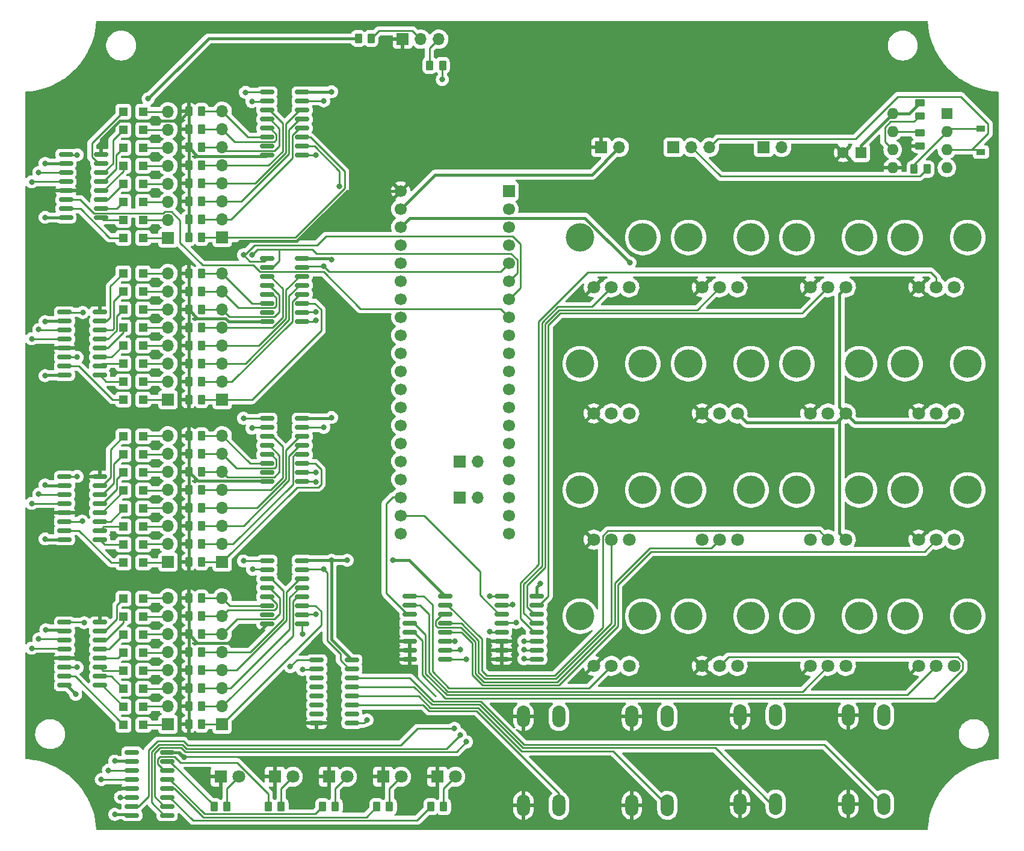
<source format=gbr>
%TF.GenerationSoftware,KiCad,Pcbnew,(6.0.1)*%
%TF.CreationDate,2022-07-13T15:29:40+01:00*%
%TF.ProjectId,polymod_proto_1,706f6c79-6d6f-4645-9f70-726f746f5f31,rev?*%
%TF.SameCoordinates,Original*%
%TF.FileFunction,Copper,L1,Top*%
%TF.FilePolarity,Positive*%
%FSLAX46Y46*%
G04 Gerber Fmt 4.6, Leading zero omitted, Abs format (unit mm)*
G04 Created by KiCad (PCBNEW (6.0.1)) date 2022-07-13 15:29:40*
%MOMM*%
%LPD*%
G01*
G04 APERTURE LIST*
G04 Aperture macros list*
%AMRoundRect*
0 Rectangle with rounded corners*
0 $1 Rounding radius*
0 $2 $3 $4 $5 $6 $7 $8 $9 X,Y pos of 4 corners*
0 Add a 4 corners polygon primitive as box body*
4,1,4,$2,$3,$4,$5,$6,$7,$8,$9,$2,$3,0*
0 Add four circle primitives for the rounded corners*
1,1,$1+$1,$2,$3*
1,1,$1+$1,$4,$5*
1,1,$1+$1,$6,$7*
1,1,$1+$1,$8,$9*
0 Add four rect primitives between the rounded corners*
20,1,$1+$1,$2,$3,$4,$5,0*
20,1,$1+$1,$4,$5,$6,$7,0*
20,1,$1+$1,$6,$7,$8,$9,0*
20,1,$1+$1,$8,$9,$2,$3,0*%
G04 Aperture macros list end*
%TA.AperFunction,WasherPad*%
%ADD10C,4.000000*%
%TD*%
%TA.AperFunction,ComponentPad*%
%ADD11C,1.800000*%
%TD*%
%TA.AperFunction,SMDPad,CuDef*%
%ADD12RoundRect,0.150000X-0.825000X-0.150000X0.825000X-0.150000X0.825000X0.150000X-0.825000X0.150000X0*%
%TD*%
%TA.AperFunction,SMDPad,CuDef*%
%ADD13R,1.200000X1.200000*%
%TD*%
%TA.AperFunction,SMDPad,CuDef*%
%ADD14RoundRect,0.250000X0.262500X0.450000X-0.262500X0.450000X-0.262500X-0.450000X0.262500X-0.450000X0*%
%TD*%
%TA.AperFunction,ComponentPad*%
%ADD15R,1.700000X1.700000*%
%TD*%
%TA.AperFunction,ComponentPad*%
%ADD16O,1.700000X1.700000*%
%TD*%
%TA.AperFunction,SMDPad,CuDef*%
%ADD17RoundRect,0.250000X-0.262500X-0.450000X0.262500X-0.450000X0.262500X0.450000X-0.262500X0.450000X0*%
%TD*%
%TA.AperFunction,SMDPad,CuDef*%
%ADD18RoundRect,0.150000X0.825000X0.150000X-0.825000X0.150000X-0.825000X-0.150000X0.825000X-0.150000X0*%
%TD*%
%TA.AperFunction,SMDPad,CuDef*%
%ADD19R,1.200000X0.900000*%
%TD*%
%TA.AperFunction,ComponentPad*%
%ADD20O,1.850000X3.048000*%
%TD*%
%TA.AperFunction,ComponentPad*%
%ADD21R,1.800000X1.800000*%
%TD*%
%TA.AperFunction,SMDPad,CuDef*%
%ADD22RoundRect,0.250000X-0.450000X0.262500X-0.450000X-0.262500X0.450000X-0.262500X0.450000X0.262500X0*%
%TD*%
%TA.AperFunction,SMDPad,CuDef*%
%ADD23RoundRect,0.250000X0.450000X-0.262500X0.450000X0.262500X-0.450000X0.262500X-0.450000X-0.262500X0*%
%TD*%
%TA.AperFunction,ComponentPad*%
%ADD24C,1.700000*%
%TD*%
%TA.AperFunction,ComponentPad*%
%ADD25R,1.600000X1.600000*%
%TD*%
%TA.AperFunction,ComponentPad*%
%ADD26O,1.600000X1.600000*%
%TD*%
%TA.AperFunction,ComponentPad*%
%ADD27C,1.600000*%
%TD*%
%TA.AperFunction,ViaPad*%
%ADD28C,0.800000*%
%TD*%
%TA.AperFunction,Conductor*%
%ADD29C,0.400000*%
%TD*%
%TA.AperFunction,Conductor*%
%ADD30C,0.250000*%
%TD*%
G04 APERTURE END LIST*
D10*
%TO.P,RV12,*%
%TO.N,*%
X205320000Y-101610000D03*
X214120000Y-101610000D03*
D11*
%TO.P,RV12,1,1*%
%TO.N,VCC*%
X212220000Y-108610000D03*
%TO.P,RV12,2,2*%
%TO.N,Net-(RV12-Pad2)*%
X209720000Y-108610000D03*
%TO.P,RV12,3,3*%
%TO.N,GND*%
X207220000Y-108610000D03*
%TD*%
D10*
%TO.P,RV10,*%
%TO.N,*%
X174840000Y-101610000D03*
X183640000Y-101610000D03*
D11*
%TO.P,RV10,1,1*%
%TO.N,VCC*%
X181740000Y-108610000D03*
%TO.P,RV10,2,2*%
%TO.N,Net-(RV10-Pad2)*%
X179240000Y-108610000D03*
%TO.P,RV10,3,3*%
%TO.N,GND*%
X176740000Y-108610000D03*
%TD*%
D10*
%TO.P,RV13,*%
%TO.N,*%
X159600000Y-119390000D03*
X168400000Y-119390000D03*
D11*
%TO.P,RV13,1,1*%
%TO.N,VCC*%
X166500000Y-126390000D03*
%TO.P,RV13,2,2*%
%TO.N,Net-(RV13-Pad2)*%
X164000000Y-126390000D03*
%TO.P,RV13,3,3*%
%TO.N,GND*%
X161500000Y-126390000D03*
%TD*%
D10*
%TO.P,RV9,*%
%TO.N,*%
X159600000Y-101610000D03*
X168400000Y-101610000D03*
D11*
%TO.P,RV9,1,1*%
%TO.N,VCC*%
X166500000Y-108610000D03*
%TO.P,RV9,2,2*%
%TO.N,Net-(RV9-Pad2)*%
X164000000Y-108610000D03*
%TO.P,RV9,3,3*%
%TO.N,GND*%
X161500000Y-108610000D03*
%TD*%
D10*
%TO.P,RV6,*%
%TO.N,*%
X174840000Y-83830000D03*
X183640000Y-83830000D03*
D11*
%TO.P,RV6,1,1*%
%TO.N,VCC*%
X181740000Y-90830000D03*
%TO.P,RV6,2,2*%
%TO.N,Net-(RV6-Pad2)*%
X179240000Y-90830000D03*
%TO.P,RV6,3,3*%
%TO.N,GND*%
X176740000Y-90830000D03*
%TD*%
D10*
%TO.P,RV14,*%
%TO.N,*%
X174840000Y-119390000D03*
X183640000Y-119390000D03*
D11*
%TO.P,RV14,1,1*%
%TO.N,VCC*%
X181740000Y-126390000D03*
%TO.P,RV14,2,2*%
%TO.N,Net-(RV14-Pad2)*%
X179240000Y-126390000D03*
%TO.P,RV14,3,3*%
%TO.N,GND*%
X176740000Y-126390000D03*
%TD*%
D10*
%TO.P,RV3,*%
%TO.N,*%
X190080000Y-66050000D03*
X198880000Y-66050000D03*
D11*
%TO.P,RV3,1,1*%
%TO.N,VCC*%
X196980000Y-73050000D03*
%TO.P,RV3,2,2*%
%TO.N,Net-(RV3-Pad2)*%
X194480000Y-73050000D03*
%TO.P,RV3,3,3*%
%TO.N,GND*%
X191980000Y-73050000D03*
%TD*%
D10*
%TO.P,RV2,*%
%TO.N,*%
X174840000Y-66050000D03*
X183640000Y-66050000D03*
D11*
%TO.P,RV2,1,1*%
%TO.N,VCC*%
X181740000Y-73050000D03*
%TO.P,RV2,2,2*%
%TO.N,Net-(RV2-Pad2)*%
X179240000Y-73050000D03*
%TO.P,RV2,3,3*%
%TO.N,GND*%
X176740000Y-73050000D03*
%TD*%
D10*
%TO.P,RV15,*%
%TO.N,*%
X190080000Y-119390000D03*
X198880000Y-119390000D03*
D11*
%TO.P,RV15,1,1*%
%TO.N,VCC*%
X196980000Y-126390000D03*
%TO.P,RV15,2,2*%
%TO.N,Net-(RV15-Pad2)*%
X194480000Y-126390000D03*
%TO.P,RV15,3,3*%
%TO.N,GND*%
X191980000Y-126390000D03*
%TD*%
D10*
%TO.P,RV8,*%
%TO.N,*%
X205320000Y-83830000D03*
X214120000Y-83830000D03*
D11*
%TO.P,RV8,1,1*%
%TO.N,VCC*%
X212220000Y-90830000D03*
%TO.P,RV8,2,2*%
%TO.N,Net-(RV8-Pad2)*%
X209720000Y-90830000D03*
%TO.P,RV8,3,3*%
%TO.N,GND*%
X207220000Y-90830000D03*
%TD*%
D10*
%TO.P,RV11,*%
%TO.N,*%
X190080000Y-101610000D03*
X198880000Y-101610000D03*
D11*
%TO.P,RV11,1,1*%
%TO.N,VCC*%
X196980000Y-108610000D03*
%TO.P,RV11,2,2*%
%TO.N,Net-(RV11-Pad2)*%
X194480000Y-108610000D03*
%TO.P,RV11,3,3*%
%TO.N,GND*%
X191980000Y-108610000D03*
%TD*%
D10*
%TO.P,RV1,*%
%TO.N,*%
X159600000Y-66050000D03*
X168400000Y-66050000D03*
D11*
%TO.P,RV1,1,1*%
%TO.N,VCC*%
X166500000Y-73050000D03*
%TO.P,RV1,2,2*%
%TO.N,Net-(RV1-Pad2)*%
X164000000Y-73050000D03*
%TO.P,RV1,3,3*%
%TO.N,GND*%
X161500000Y-73050000D03*
%TD*%
D10*
%TO.P,RV4,*%
%TO.N,*%
X205320000Y-66050000D03*
X214120000Y-66050000D03*
D11*
%TO.P,RV4,1,1*%
%TO.N,VCC*%
X212220000Y-73050000D03*
%TO.P,RV4,2,2*%
%TO.N,Net-(RV4-Pad2)*%
X209720000Y-73050000D03*
%TO.P,RV4,3,3*%
%TO.N,GND*%
X207220000Y-73050000D03*
%TD*%
D10*
%TO.P,RV16,*%
%TO.N,*%
X205320000Y-119390000D03*
X214120000Y-119390000D03*
D11*
%TO.P,RV16,1,1*%
%TO.N,VCC*%
X212220000Y-126390000D03*
%TO.P,RV16,2,2*%
%TO.N,Net-(RV16-Pad2)*%
X209720000Y-126390000D03*
%TO.P,RV16,3,3*%
%TO.N,GND*%
X207220000Y-126390000D03*
%TD*%
D10*
%TO.P,RV5,*%
%TO.N,*%
X159600000Y-83830000D03*
X168400000Y-83830000D03*
D11*
%TO.P,RV5,1,1*%
%TO.N,VCC*%
X166500000Y-90830000D03*
%TO.P,RV5,2,2*%
%TO.N,Net-(RV5-Pad2)*%
X164000000Y-90830000D03*
%TO.P,RV5,3,3*%
%TO.N,GND*%
X161500000Y-90830000D03*
%TD*%
D10*
%TO.P,RV7,*%
%TO.N,*%
X190080000Y-83830000D03*
X198880000Y-83830000D03*
D11*
%TO.P,RV7,1,1*%
%TO.N,VCC*%
X196980000Y-90830000D03*
%TO.P,RV7,2,2*%
%TO.N,Net-(RV7-Pad2)*%
X194480000Y-90830000D03*
%TO.P,RV7,3,3*%
%TO.N,GND*%
X191980000Y-90830000D03*
%TD*%
D12*
%TO.P,U6,1,~{PL}*%
%TO.N,PATCHING_IN_LOAD*%
X115525000Y-45555000D03*
%TO.P,U6,2,CP*%
%TO.N,PATCHING_IN_CLOCK*%
X115525000Y-46825000D03*
%TO.P,U6,3,D4*%
%TO.N,Net-(J7-Pad5)*%
X115525000Y-48095000D03*
%TO.P,U6,4,D5*%
%TO.N,Net-(J7-Pad6)*%
X115525000Y-49365000D03*
%TO.P,U6,5,D6*%
%TO.N,Net-(J7-Pad7)*%
X115525000Y-50635000D03*
%TO.P,U6,6,D7*%
%TO.N,Net-(J7-Pad8)*%
X115525000Y-51905000D03*
%TO.P,U6,7,~{Q7}*%
%TO.N,unconnected-(U6-Pad7)*%
X115525000Y-53175000D03*
%TO.P,U6,8,GND*%
%TO.N,GND*%
X115525000Y-54445000D03*
%TO.P,U6,9,Q7*%
%TO.N,/Input group 1/OUTPUT*%
X120475000Y-54445000D03*
%TO.P,U6,10,DS*%
%TO.N,/UTIL_165*%
X120475000Y-53175000D03*
%TO.P,U6,11,D0*%
%TO.N,Net-(J7-Pad1)*%
X120475000Y-51905000D03*
%TO.P,U6,12,D1*%
%TO.N,Net-(J7-Pad2)*%
X120475000Y-50635000D03*
%TO.P,U6,13,D2*%
%TO.N,Net-(J7-Pad3)*%
X120475000Y-49365000D03*
%TO.P,U6,14,D3*%
%TO.N,Net-(J7-Pad4)*%
X120475000Y-48095000D03*
%TO.P,U6,15,~{CE}*%
%TO.N,PATCHING_IN_CE*%
X120475000Y-46825000D03*
%TO.P,U6,16,VCC*%
%TO.N,VCC*%
X120475000Y-45555000D03*
%TD*%
D13*
%TO.P,D36,1,K*%
%TO.N,Net-(D36-Pad1)*%
X98140000Y-122000000D03*
%TO.P,D36,2,A*%
%TO.N,Net-(D36-Pad2)*%
X95340000Y-122000000D03*
%TD*%
D14*
%TO.P,R17,1*%
%TO.N,Net-(J7-Pad1)*%
X106325000Y-66040000D03*
%TO.P,R17,2*%
%TO.N,GND*%
X104500000Y-66040000D03*
%TD*%
D13*
%TO.P,D28,1,K*%
%TO.N,Net-(D28-Pad1)*%
X98140000Y-99140000D03*
%TO.P,D28,2,A*%
%TO.N,Net-(D28-Pad2)*%
X95340000Y-99140000D03*
%TD*%
D14*
%TO.P,R40,1*%
%TO.N,Net-(J13-Pad6)*%
X106325000Y-121920000D03*
%TO.P,R40,2*%
%TO.N,GND*%
X104500000Y-121920000D03*
%TD*%
D15*
%TO.P,JP1,1,A*%
%TO.N,Net-(JP1-Pad1)*%
X185420000Y-53340000D03*
D16*
%TO.P,JP1,2,B*%
%TO.N,/MIDI_IN*%
X187960000Y-53340000D03*
%TD*%
D12*
%TO.P,U13,1,~{PL}*%
%TO.N,PATCHING_IN_LOAD*%
X115525000Y-111555000D03*
%TO.P,U13,2,CP*%
%TO.N,PATCHING_IN_CLOCK*%
X115525000Y-112825000D03*
%TO.P,U13,3,D4*%
%TO.N,Net-(J13-Pad5)*%
X115525000Y-114095000D03*
%TO.P,U13,4,D5*%
%TO.N,Net-(J13-Pad6)*%
X115525000Y-115365000D03*
%TO.P,U13,5,D6*%
%TO.N,Net-(J13-Pad7)*%
X115525000Y-116635000D03*
%TO.P,U13,6,D7*%
%TO.N,Net-(J13-Pad8)*%
X115525000Y-117905000D03*
%TO.P,U13,7,~{Q7}*%
%TO.N,unconnected-(U13-Pad7)*%
X115525000Y-119175000D03*
%TO.P,U13,8,GND*%
%TO.N,GND*%
X115525000Y-120445000D03*
%TO.P,U13,9,Q7*%
%TO.N,/PATCHING_IN_DATA*%
X120475000Y-120445000D03*
%TO.P,U13,10,DS*%
%TO.N,/Input group 3/OUTPUT*%
X120475000Y-119175000D03*
%TO.P,U13,11,D0*%
%TO.N,Net-(J13-Pad1)*%
X120475000Y-117905000D03*
%TO.P,U13,12,D1*%
%TO.N,Net-(J13-Pad2)*%
X120475000Y-116635000D03*
%TO.P,U13,13,D2*%
%TO.N,Net-(J13-Pad3)*%
X120475000Y-115365000D03*
%TO.P,U13,14,D3*%
%TO.N,Net-(J13-Pad4)*%
X120475000Y-114095000D03*
%TO.P,U13,15,~{CE}*%
%TO.N,PATCHING_IN_CE*%
X120475000Y-112825000D03*
%TO.P,U13,16,VCC*%
%TO.N,VCC*%
X120475000Y-111555000D03*
%TD*%
D14*
%TO.P,R22,1*%
%TO.N,Net-(J11-Pad7)*%
X106325000Y-73660000D03*
%TO.P,R22,2*%
%TO.N,GND*%
X104500000Y-73660000D03*
%TD*%
D13*
%TO.P,D35,1,K*%
%TO.N,Net-(D35-Pad1)*%
X98140000Y-124540000D03*
%TO.P,D35,2,A*%
%TO.N,Net-(D35-Pad2)*%
X95340000Y-124540000D03*
%TD*%
D14*
%TO.P,R39,1*%
%TO.N,Net-(J13-Pad2)*%
X106325000Y-132080000D03*
%TO.P,R39,2*%
%TO.N,GND*%
X104500000Y-132080000D03*
%TD*%
D13*
%TO.P,D8,1,K*%
%TO.N,Net-(D8-Pad1)*%
X98100000Y-63560000D03*
%TO.P,D8,2,A*%
%TO.N,Net-(D8-Pad2)*%
X95300000Y-63560000D03*
%TD*%
%TO.P,D33,1,K*%
%TO.N,Net-(D33-Pad1)*%
X98140000Y-129620000D03*
%TO.P,D33,2,A*%
%TO.N,Net-(D33-Pad2)*%
X95340000Y-129620000D03*
%TD*%
D14*
%TO.P,R36,1*%
%TO.N,Net-(J13-Pad8)*%
X106325000Y-116840000D03*
%TO.P,R36,2*%
%TO.N,GND*%
X104500000Y-116840000D03*
%TD*%
D13*
%TO.P,D26,1,K*%
%TO.N,Net-(D26-Pad1)*%
X98140000Y-104220000D03*
%TO.P,D26,2,A*%
%TO.N,Net-(D26-Pad2)*%
X95340000Y-104220000D03*
%TD*%
D17*
%TO.P,R10,1*%
%TO.N,Net-(R10-Pad1)*%
X138567500Y-146220000D03*
%TO.P,R10,2*%
%TO.N,Net-(D6-Pad2)*%
X140392500Y-146220000D03*
%TD*%
D14*
%TO.P,R41,1*%
%TO.N,Net-(J13-Pad1)*%
X106325000Y-134620000D03*
%TO.P,R41,2*%
%TO.N,GND*%
X104500000Y-134620000D03*
%TD*%
D18*
%TO.P,U10,1,QB*%
%TO.N,Net-(D32-Pad2)*%
X91975000Y-129145000D03*
%TO.P,U10,2,QC*%
%TO.N,Net-(D33-Pad2)*%
X91975000Y-127875000D03*
%TO.P,U10,3,QD*%
%TO.N,Net-(D34-Pad2)*%
X91975000Y-126605000D03*
%TO.P,U10,4,QE*%
%TO.N,Net-(D35-Pad2)*%
X91975000Y-125335000D03*
%TO.P,U10,5,QF*%
%TO.N,Net-(D36-Pad2)*%
X91975000Y-124065000D03*
%TO.P,U10,6,QG*%
%TO.N,Net-(D37-Pad2)*%
X91975000Y-122795000D03*
%TO.P,U10,7,QH*%
%TO.N,Net-(D38-Pad2)*%
X91975000Y-121525000D03*
%TO.P,U10,8,GND*%
%TO.N,GND*%
X91975000Y-120255000D03*
%TO.P,U10,9,QH'*%
%TO.N,/UTIL_595*%
X87025000Y-120255000D03*
%TO.P,U10,10,~{SRCLR}*%
%TO.N,VCC*%
X87025000Y-121525000D03*
%TO.P,U10,11,SRCLK*%
%TO.N,PATCHING_OUT_CLOCK*%
X87025000Y-122795000D03*
%TO.P,U10,12,RCLK*%
%TO.N,PATCHING_OUT_LATCH*%
X87025000Y-124065000D03*
%TO.P,U10,13,~{OE}*%
%TO.N,GND*%
X87025000Y-125335000D03*
%TO.P,U10,14,SER*%
%TO.N,/Output group 3/OUTPUT*%
X87025000Y-126605000D03*
%TO.P,U10,15,QA*%
%TO.N,Net-(D31-Pad2)*%
X87025000Y-127875000D03*
%TO.P,U10,16,VCC*%
%TO.N,VCC*%
X87025000Y-129145000D03*
%TD*%
D13*
%TO.P,D13,1,K*%
%TO.N,Net-(D13-Pad1)*%
X98100000Y-50860000D03*
%TO.P,D13,2,A*%
%TO.N,Net-(D13-Pad2)*%
X95300000Y-50860000D03*
%TD*%
D18*
%TO.P,U9,1,QB*%
%TO.N,Net-(D24-Pad2)*%
X91975000Y-108595000D03*
%TO.P,U9,2,QC*%
%TO.N,Net-(D25-Pad2)*%
X91975000Y-107325000D03*
%TO.P,U9,3,QD*%
%TO.N,Net-(D26-Pad2)*%
X91975000Y-106055000D03*
%TO.P,U9,4,QE*%
%TO.N,Net-(D27-Pad2)*%
X91975000Y-104785000D03*
%TO.P,U9,5,QF*%
%TO.N,Net-(D28-Pad2)*%
X91975000Y-103515000D03*
%TO.P,U9,6,QG*%
%TO.N,Net-(D29-Pad2)*%
X91975000Y-102245000D03*
%TO.P,U9,7,QH*%
%TO.N,Net-(D30-Pad2)*%
X91975000Y-100975000D03*
%TO.P,U9,8,GND*%
%TO.N,GND*%
X91975000Y-99705000D03*
%TO.P,U9,9,QH'*%
%TO.N,/Output group 3/OUTPUT*%
X87025000Y-99705000D03*
%TO.P,U9,10,~{SRCLR}*%
%TO.N,VCC*%
X87025000Y-100975000D03*
%TO.P,U9,11,SRCLK*%
%TO.N,PATCHING_OUT_CLOCK*%
X87025000Y-102245000D03*
%TO.P,U9,12,RCLK*%
%TO.N,PATCHING_OUT_LATCH*%
X87025000Y-103515000D03*
%TO.P,U9,13,~{OE}*%
%TO.N,GND*%
X87025000Y-104785000D03*
%TO.P,U9,14,SER*%
%TO.N,/Output group 2/OUTPUT*%
X87025000Y-106055000D03*
%TO.P,U9,15,QA*%
%TO.N,Net-(D23-Pad2)*%
X87025000Y-107325000D03*
%TO.P,U9,16,VCC*%
%TO.N,VCC*%
X87025000Y-108595000D03*
%TD*%
D13*
%TO.P,D9,1,K*%
%TO.N,Net-(D9-Pad1)*%
X98100000Y-61020000D03*
%TO.P,D9,2,A*%
%TO.N,Net-(D9-Pad2)*%
X95300000Y-61020000D03*
%TD*%
D14*
%TO.P,R12,1*%
%TO.N,Net-(J7-Pad8)*%
X106325000Y-48260000D03*
%TO.P,R12,2*%
%TO.N,GND*%
X104500000Y-48260000D03*
%TD*%
D12*
%TO.P,U12,1,~{PL}*%
%TO.N,PATCHING_IN_LOAD*%
X115525000Y-91555000D03*
%TO.P,U12,2,CP*%
%TO.N,PATCHING_IN_CLOCK*%
X115525000Y-92825000D03*
%TO.P,U12,3,D4*%
%TO.N,Net-(J12-Pad5)*%
X115525000Y-94095000D03*
%TO.P,U12,4,D5*%
%TO.N,Net-(J12-Pad6)*%
X115525000Y-95365000D03*
%TO.P,U12,5,D6*%
%TO.N,Net-(J12-Pad7)*%
X115525000Y-96635000D03*
%TO.P,U12,6,D7*%
%TO.N,Net-(J12-Pad8)*%
X115525000Y-97905000D03*
%TO.P,U12,7,~{Q7}*%
%TO.N,unconnected-(U12-Pad7)*%
X115525000Y-99175000D03*
%TO.P,U12,8,GND*%
%TO.N,GND*%
X115525000Y-100445000D03*
%TO.P,U12,9,Q7*%
%TO.N,/Input group 3/OUTPUT*%
X120475000Y-100445000D03*
%TO.P,U12,10,DS*%
%TO.N,/Input group 2/OUTPUT*%
X120475000Y-99175000D03*
%TO.P,U12,11,D0*%
%TO.N,Net-(J12-Pad1)*%
X120475000Y-97905000D03*
%TO.P,U12,12,D1*%
%TO.N,Net-(J12-Pad2)*%
X120475000Y-96635000D03*
%TO.P,U12,13,D2*%
%TO.N,Net-(J12-Pad3)*%
X120475000Y-95365000D03*
%TO.P,U12,14,D3*%
%TO.N,Net-(J12-Pad4)*%
X120475000Y-94095000D03*
%TO.P,U12,15,~{CE}*%
%TO.N,PATCHING_IN_CE*%
X120475000Y-92825000D03*
%TO.P,U12,16,VCC*%
%TO.N,VCC*%
X120475000Y-91555000D03*
%TD*%
D13*
%TO.P,D7,1,K*%
%TO.N,Net-(D7-Pad1)*%
X98100000Y-66100000D03*
%TO.P,D7,2,A*%
%TO.N,Net-(D7-Pad2)*%
X95300000Y-66100000D03*
%TD*%
D14*
%TO.P,R29,1*%
%TO.N,Net-(J12-Pad3)*%
X106325000Y-106680000D03*
%TO.P,R29,2*%
%TO.N,GND*%
X104500000Y-106680000D03*
%TD*%
D13*
%TO.P,D17,1,K*%
%TO.N,Net-(D17-Pad1)*%
X98100000Y-83800000D03*
%TO.P,D17,2,A*%
%TO.N,Net-(D17-Pad2)*%
X95300000Y-83800000D03*
%TD*%
D19*
%TO.P,D1,1,K*%
%TO.N,Net-(D1-Pad1)*%
X216000000Y-50700000D03*
%TO.P,D1,2,A*%
%TO.N,/midi_in_tip*%
X216000000Y-54000000D03*
%TD*%
D13*
%TO.P,D11,1,K*%
%TO.N,Net-(D11-Pad1)*%
X98100000Y-55940000D03*
%TO.P,D11,2,A*%
%TO.N,Net-(D11-Pad2)*%
X95300000Y-55940000D03*
%TD*%
%TO.P,D29,1,K*%
%TO.N,Net-(D29-Pad1)*%
X98140000Y-96600000D03*
%TO.P,D29,2,A*%
%TO.N,Net-(D29-Pad2)*%
X95340000Y-96600000D03*
%TD*%
D15*
%TO.P,J10,1,Pin_1*%
%TO.N,Net-(D31-Pad1)*%
X101600000Y-134620000D03*
D16*
%TO.P,J10,2,Pin_2*%
%TO.N,Net-(D32-Pad1)*%
X101600000Y-132080000D03*
%TO.P,J10,3,Pin_3*%
%TO.N,Net-(D33-Pad1)*%
X101600000Y-129540000D03*
%TO.P,J10,4,Pin_4*%
%TO.N,Net-(D34-Pad1)*%
X101600000Y-127000000D03*
%TO.P,J10,5,Pin_5*%
%TO.N,Net-(D35-Pad1)*%
X101600000Y-124460000D03*
%TO.P,J10,6,Pin_6*%
%TO.N,Net-(D36-Pad1)*%
X101600000Y-121920000D03*
%TO.P,J10,7,Pin_7*%
%TO.N,Net-(D37-Pad1)*%
X101600000Y-119380000D03*
%TO.P,J10,8,Pin_8*%
%TO.N,Net-(D38-Pad1)*%
X101600000Y-116840000D03*
%TD*%
D20*
%TO.P,SW3,1,1*%
%TO.N,GND*%
X182120000Y-133340000D03*
X182120000Y-145840000D03*
%TO.P,SW3,2,2*%
%TO.N,Net-(SW3-Pad2)*%
X187120000Y-145840000D03*
X187120000Y-133340000D03*
%TD*%
D17*
%TO.P,R9,1*%
%TO.N,Net-(R9-Pad1)*%
X130947500Y-146220000D03*
%TO.P,R9,2*%
%TO.N,Net-(D5-Pad2)*%
X132772500Y-146220000D03*
%TD*%
D21*
%TO.P,D4,1,K*%
%TO.N,GND*%
X124240000Y-142000000D03*
D11*
%TO.P,D4,2,A*%
%TO.N,Net-(D4-Pad2)*%
X126780000Y-142000000D03*
%TD*%
D14*
%TO.P,R15,1*%
%TO.N,Net-(J7-Pad2)*%
X106325000Y-63500000D03*
%TO.P,R15,2*%
%TO.N,GND*%
X104500000Y-63500000D03*
%TD*%
D15*
%TO.P,J7,1,Pin_1*%
%TO.N,Net-(J7-Pad1)*%
X109220000Y-66040000D03*
D16*
%TO.P,J7,2,Pin_2*%
%TO.N,Net-(J7-Pad2)*%
X109220000Y-63500000D03*
%TO.P,J7,3,Pin_3*%
%TO.N,Net-(J7-Pad3)*%
X109220000Y-60960000D03*
%TO.P,J7,4,Pin_4*%
%TO.N,Net-(J7-Pad4)*%
X109220000Y-58420000D03*
%TO.P,J7,5,Pin_5*%
%TO.N,Net-(J7-Pad5)*%
X109220000Y-55880000D03*
%TO.P,J7,6,Pin_6*%
%TO.N,Net-(J7-Pad6)*%
X109220000Y-53340000D03*
%TO.P,J7,7,Pin_7*%
%TO.N,Net-(J7-Pad7)*%
X109220000Y-50800000D03*
%TO.P,J7,8,Pin_8*%
%TO.N,Net-(J7-Pad8)*%
X109220000Y-48260000D03*
%TD*%
D14*
%TO.P,R42,1*%
%TO.N,Net-(J13-Pad5)*%
X106325000Y-124460000D03*
%TO.P,R42,2*%
%TO.N,GND*%
X104500000Y-124460000D03*
%TD*%
D18*
%TO.P,U8,1,QB*%
%TO.N,Net-(D16-Pad2)*%
X91975000Y-85445000D03*
%TO.P,U8,2,QC*%
%TO.N,Net-(D17-Pad2)*%
X91975000Y-84175000D03*
%TO.P,U8,3,QD*%
%TO.N,Net-(D18-Pad2)*%
X91975000Y-82905000D03*
%TO.P,U8,4,QE*%
%TO.N,Net-(D19-Pad2)*%
X91975000Y-81635000D03*
%TO.P,U8,5,QF*%
%TO.N,Net-(D20-Pad2)*%
X91975000Y-80365000D03*
%TO.P,U8,6,QG*%
%TO.N,Net-(D21-Pad2)*%
X91975000Y-79095000D03*
%TO.P,U8,7,QH*%
%TO.N,Net-(D22-Pad2)*%
X91975000Y-77825000D03*
%TO.P,U8,8,GND*%
%TO.N,GND*%
X91975000Y-76555000D03*
%TO.P,U8,9,QH'*%
%TO.N,/Output group 2/OUTPUT*%
X87025000Y-76555000D03*
%TO.P,U8,10,~{SRCLR}*%
%TO.N,VCC*%
X87025000Y-77825000D03*
%TO.P,U8,11,SRCLK*%
%TO.N,PATCHING_OUT_CLOCK*%
X87025000Y-79095000D03*
%TO.P,U8,12,RCLK*%
%TO.N,PATCHING_OUT_LATCH*%
X87025000Y-80365000D03*
%TO.P,U8,13,~{OE}*%
%TO.N,GND*%
X87025000Y-81635000D03*
%TO.P,U8,14,SER*%
%TO.N,/Output group 1/OUTPUT*%
X87025000Y-82905000D03*
%TO.P,U8,15,QA*%
%TO.N,Net-(D15-Pad2)*%
X87025000Y-84175000D03*
%TO.P,U8,16,VCC*%
%TO.N,VCC*%
X87025000Y-85445000D03*
%TD*%
D14*
%TO.P,R33,1*%
%TO.N,Net-(J12-Pad1)*%
X106325000Y-111760000D03*
%TO.P,R33,2*%
%TO.N,GND*%
X104500000Y-111760000D03*
%TD*%
D17*
%TO.P,R1,1*%
%TO.N,Net-(D1-Pad1)*%
X206587500Y-56400000D03*
%TO.P,R1,2*%
%TO.N,/midi_in_ring*%
X208412500Y-56400000D03*
%TD*%
D20*
%TO.P,SW4,1,1*%
%TO.N,GND*%
X197320000Y-145840000D03*
X197320000Y-133340000D03*
%TO.P,SW4,2,2*%
%TO.N,Net-(SW4-Pad2)*%
X202320000Y-145840000D03*
X202320000Y-133340000D03*
%TD*%
D18*
%TO.P,U5,1,QB*%
%TO.N,Net-(D8-Pad2)*%
X92175000Y-63245000D03*
%TO.P,U5,2,QC*%
%TO.N,Net-(D9-Pad2)*%
X92175000Y-61975000D03*
%TO.P,U5,3,QD*%
%TO.N,Net-(D10-Pad2)*%
X92175000Y-60705000D03*
%TO.P,U5,4,QE*%
%TO.N,Net-(D11-Pad2)*%
X92175000Y-59435000D03*
%TO.P,U5,5,QF*%
%TO.N,Net-(D12-Pad2)*%
X92175000Y-58165000D03*
%TO.P,U5,6,QG*%
%TO.N,Net-(D13-Pad2)*%
X92175000Y-56895000D03*
%TO.P,U5,7,QH*%
%TO.N,Net-(D14-Pad2)*%
X92175000Y-55625000D03*
%TO.P,U5,8,GND*%
%TO.N,GND*%
X92175000Y-54355000D03*
%TO.P,U5,9,QH'*%
%TO.N,/Output group 1/OUTPUT*%
X87225000Y-54355000D03*
%TO.P,U5,10,~{SRCLR}*%
%TO.N,VCC*%
X87225000Y-55625000D03*
%TO.P,U5,11,SRCLK*%
%TO.N,PATCHING_OUT_CLOCK*%
X87225000Y-56895000D03*
%TO.P,U5,12,RCLK*%
%TO.N,PATCHING_OUT_LATCH*%
X87225000Y-58165000D03*
%TO.P,U5,13,~{OE}*%
%TO.N,GND*%
X87225000Y-59435000D03*
%TO.P,U5,14,SER*%
%TO.N,/PATCHING_OUT_DATA*%
X87225000Y-60705000D03*
%TO.P,U5,15,QA*%
%TO.N,Net-(D7-Pad2)*%
X87225000Y-61975000D03*
%TO.P,U5,16,VCC*%
%TO.N,VCC*%
X87225000Y-63245000D03*
%TD*%
D13*
%TO.P,D38,1,K*%
%TO.N,Net-(D38-Pad1)*%
X98140000Y-116920000D03*
%TO.P,D38,2,A*%
%TO.N,Net-(D38-Pad2)*%
X95340000Y-116920000D03*
%TD*%
D15*
%TO.P,J4,1*%
%TO.N,GND*%
X162560000Y-53340000D03*
D16*
%TO.P,J4,2*%
%TO.N,Net-(A1-Pad39)*%
X165100000Y-53340000D03*
%TD*%
D15*
%TO.P,J11,1,Pin_1*%
%TO.N,Net-(J11-Pad1)*%
X109220000Y-88900000D03*
D16*
%TO.P,J11,2,Pin_2*%
%TO.N,Net-(J11-Pad2)*%
X109220000Y-86360000D03*
%TO.P,J11,3,Pin_3*%
%TO.N,Net-(J11-Pad3)*%
X109220000Y-83820000D03*
%TO.P,J11,4,Pin_4*%
%TO.N,Net-(J11-Pad4)*%
X109220000Y-81280000D03*
%TO.P,J11,5,Pin_5*%
%TO.N,Net-(J11-Pad5)*%
X109220000Y-78740000D03*
%TO.P,J11,6,Pin_6*%
%TO.N,Net-(J11-Pad6)*%
X109220000Y-76200000D03*
%TO.P,J11,7,Pin_7*%
%TO.N,Net-(J11-Pad7)*%
X109220000Y-73660000D03*
%TO.P,J11,8,Pin_8*%
%TO.N,Net-(J11-Pad8)*%
X109220000Y-71120000D03*
%TD*%
D13*
%TO.P,D20,1,K*%
%TO.N,Net-(D20-Pad1)*%
X98100000Y-76180000D03*
%TO.P,D20,2,A*%
%TO.N,Net-(D20-Pad2)*%
X95300000Y-76180000D03*
%TD*%
%TO.P,D27,1,K*%
%TO.N,Net-(D27-Pad1)*%
X98140000Y-101680000D03*
%TO.P,D27,2,A*%
%TO.N,Net-(D27-Pad2)*%
X95340000Y-101680000D03*
%TD*%
D22*
%TO.P,R3,1*%
%TO.N,VCC*%
X207400000Y-47100000D03*
%TO.P,R3,2*%
%TO.N,Net-(JP1-Pad1)*%
X207400000Y-48925000D03*
%TD*%
D17*
%TO.P,R8,1*%
%TO.N,Net-(R8-Pad1)*%
X123327500Y-146220000D03*
%TO.P,R8,2*%
%TO.N,Net-(D4-Pad2)*%
X125152500Y-146220000D03*
%TD*%
D13*
%TO.P,D34,1,K*%
%TO.N,Net-(D34-Pad1)*%
X98140000Y-127080000D03*
%TO.P,D34,2,A*%
%TO.N,Net-(D34-Pad2)*%
X95340000Y-127080000D03*
%TD*%
D12*
%TO.P,U11,1,~{PL}*%
%TO.N,PATCHING_IN_LOAD*%
X115525000Y-68955000D03*
%TO.P,U11,2,CP*%
%TO.N,PATCHING_IN_CLOCK*%
X115525000Y-70225000D03*
%TO.P,U11,3,D4*%
%TO.N,Net-(J11-Pad5)*%
X115525000Y-71495000D03*
%TO.P,U11,4,D5*%
%TO.N,Net-(J11-Pad6)*%
X115525000Y-72765000D03*
%TO.P,U11,5,D6*%
%TO.N,Net-(J11-Pad7)*%
X115525000Y-74035000D03*
%TO.P,U11,6,D7*%
%TO.N,Net-(J11-Pad8)*%
X115525000Y-75305000D03*
%TO.P,U11,7,~{Q7}*%
%TO.N,unconnected-(U11-Pad7)*%
X115525000Y-76575000D03*
%TO.P,U11,8,GND*%
%TO.N,GND*%
X115525000Y-77845000D03*
%TO.P,U11,9,Q7*%
%TO.N,/Input group 2/OUTPUT*%
X120475000Y-77845000D03*
%TO.P,U11,10,DS*%
%TO.N,/Input group 1/OUTPUT*%
X120475000Y-76575000D03*
%TO.P,U11,11,D0*%
%TO.N,Net-(J11-Pad1)*%
X120475000Y-75305000D03*
%TO.P,U11,12,D1*%
%TO.N,Net-(J11-Pad2)*%
X120475000Y-74035000D03*
%TO.P,U11,13,D2*%
%TO.N,Net-(J11-Pad3)*%
X120475000Y-72765000D03*
%TO.P,U11,14,D3*%
%TO.N,Net-(J11-Pad4)*%
X120475000Y-71495000D03*
%TO.P,U11,15,~{CE}*%
%TO.N,PATCHING_IN_CE*%
X120475000Y-70225000D03*
%TO.P,U11,16,VCC*%
%TO.N,VCC*%
X120475000Y-68955000D03*
%TD*%
D14*
%TO.P,R28,1*%
%TO.N,Net-(J12-Pad8)*%
X106325000Y-93980000D03*
%TO.P,R28,2*%
%TO.N,GND*%
X104500000Y-93980000D03*
%TD*%
D13*
%TO.P,D25,1,K*%
%TO.N,Net-(D25-Pad1)*%
X98140000Y-106760000D03*
%TO.P,D25,2,A*%
%TO.N,Net-(D25-Pad2)*%
X95340000Y-106760000D03*
%TD*%
D21*
%TO.P,D5,1,K*%
%TO.N,GND*%
X131860000Y-142000000D03*
D11*
%TO.P,D5,2,A*%
%TO.N,Net-(D5-Pad2)*%
X134400000Y-142000000D03*
%TD*%
D20*
%TO.P,SW1,1,1*%
%TO.N,GND*%
X151600000Y-133540000D03*
X151600000Y-146040000D03*
%TO.P,SW1,2,2*%
%TO.N,Net-(SW1-Pad2)*%
X156600000Y-146040000D03*
X156600000Y-133540000D03*
%TD*%
D13*
%TO.P,D32,1,K*%
%TO.N,Net-(D32-Pad1)*%
X98140000Y-132160000D03*
%TO.P,D32,2,A*%
%TO.N,Net-(D32-Pad2)*%
X95340000Y-132160000D03*
%TD*%
D15*
%TO.P,J9,1,Pin_1*%
%TO.N,Net-(D23-Pad1)*%
X101600000Y-111760000D03*
D16*
%TO.P,J9,2,Pin_2*%
%TO.N,Net-(D24-Pad1)*%
X101600000Y-109220000D03*
%TO.P,J9,3,Pin_3*%
%TO.N,Net-(D25-Pad1)*%
X101600000Y-106680000D03*
%TO.P,J9,4,Pin_4*%
%TO.N,Net-(D26-Pad1)*%
X101600000Y-104140000D03*
%TO.P,J9,5,Pin_5*%
%TO.N,Net-(D27-Pad1)*%
X101600000Y-101600000D03*
%TO.P,J9,6,Pin_6*%
%TO.N,Net-(D28-Pad1)*%
X101600000Y-99060000D03*
%TO.P,J9,7,Pin_7*%
%TO.N,Net-(D29-Pad1)*%
X101600000Y-96520000D03*
%TO.P,J9,8,Pin_8*%
%TO.N,Net-(D30-Pad1)*%
X101600000Y-93980000D03*
%TD*%
D14*
%TO.P,R23,1*%
%TO.N,Net-(J11-Pad2)*%
X106325000Y-86360000D03*
%TO.P,R23,2*%
%TO.N,GND*%
X104500000Y-86360000D03*
%TD*%
D17*
%TO.P,R4,1*%
%TO.N,VCC*%
X128375000Y-38000000D03*
%TO.P,R4,2*%
%TO.N,/midi_out_ring*%
X130200000Y-38000000D03*
%TD*%
D13*
%TO.P,D30,1,K*%
%TO.N,Net-(D30-Pad1)*%
X98140000Y-94060000D03*
%TO.P,D30,2,A*%
%TO.N,Net-(D30-Pad2)*%
X95340000Y-94060000D03*
%TD*%
D17*
%TO.P,R7,1*%
%TO.N,Net-(R7-Pad1)*%
X115707500Y-146220000D03*
%TO.P,R7,2*%
%TO.N,Net-(D3-Pad2)*%
X117532500Y-146220000D03*
%TD*%
D21*
%TO.P,D2,1,K*%
%TO.N,GND*%
X109000000Y-142000000D03*
D11*
%TO.P,D2,2,A*%
%TO.N,Net-(D2-Pad2)*%
X111540000Y-142000000D03*
%TD*%
D12*
%TO.P,U3,1,~{PL}*%
%TO.N,PATCHING_IN_LOAD*%
X122525000Y-125555000D03*
%TO.P,U3,2,CP*%
%TO.N,PATCHING_IN_CLOCK*%
X122525000Y-126825000D03*
%TO.P,U3,3,D4*%
%TO.N,unconnected-(U3-Pad3)*%
X122525000Y-128095000D03*
%TO.P,U3,4,D5*%
%TO.N,unconnected-(U3-Pad4)*%
X122525000Y-129365000D03*
%TO.P,U3,5,D6*%
%TO.N,unconnected-(U3-Pad5)*%
X122525000Y-130635000D03*
%TO.P,U3,6,D7*%
%TO.N,unconnected-(U3-Pad6)*%
X122525000Y-131905000D03*
%TO.P,U3,7,~{Q7}*%
%TO.N,unconnected-(U3-Pad7)*%
X122525000Y-133175000D03*
%TO.P,U3,8,GND*%
%TO.N,GND*%
X122525000Y-134445000D03*
%TO.P,U3,9,Q7*%
%TO.N,/UTIL_165*%
X127475000Y-134445000D03*
%TO.P,U3,10,DS*%
%TO.N,unconnected-(U3-Pad10)*%
X127475000Y-133175000D03*
%TO.P,U3,11,D0*%
%TO.N,Net-(SW1-Pad2)*%
X127475000Y-131905000D03*
%TO.P,U3,12,D1*%
%TO.N,Net-(SW2-Pad2)*%
X127475000Y-130635000D03*
%TO.P,U3,13,D2*%
%TO.N,Net-(SW3-Pad2)*%
X127475000Y-129365000D03*
%TO.P,U3,14,D3*%
%TO.N,Net-(SW4-Pad2)*%
X127475000Y-128095000D03*
%TO.P,U3,15,~{CE}*%
%TO.N,PATCHING_IN_CE*%
X127475000Y-126825000D03*
%TO.P,U3,16,VCC*%
%TO.N,VCC*%
X127475000Y-125555000D03*
%TD*%
D14*
%TO.P,R34,1*%
%TO.N,Net-(J12-Pad5)*%
X106325000Y-101600000D03*
%TO.P,R34,2*%
%TO.N,GND*%
X104500000Y-101600000D03*
%TD*%
D13*
%TO.P,D12,1,K*%
%TO.N,Net-(D12-Pad1)*%
X98100000Y-53400000D03*
%TO.P,D12,2,A*%
%TO.N,Net-(D12-Pad2)*%
X95300000Y-53400000D03*
%TD*%
%TO.P,D15,1,K*%
%TO.N,Net-(D15-Pad1)*%
X98100000Y-88880000D03*
%TO.P,D15,2,A*%
%TO.N,Net-(D15-Pad2)*%
X95300000Y-88880000D03*
%TD*%
%TO.P,D37,1,K*%
%TO.N,Net-(D37-Pad1)*%
X98140000Y-119460000D03*
%TO.P,D37,2,A*%
%TO.N,Net-(D37-Pad2)*%
X95340000Y-119460000D03*
%TD*%
D14*
%TO.P,R18,1*%
%TO.N,Net-(J7-Pad5)*%
X106325000Y-55880000D03*
%TO.P,R18,2*%
%TO.N,GND*%
X104500000Y-55880000D03*
%TD*%
D13*
%TO.P,D19,1,K*%
%TO.N,Net-(D19-Pad1)*%
X98100000Y-78720000D03*
%TO.P,D19,2,A*%
%TO.N,Net-(D19-Pad2)*%
X95300000Y-78720000D03*
%TD*%
D15*
%TO.P,J8,1,Pin_1*%
%TO.N,Net-(D15-Pad1)*%
X101600000Y-88900000D03*
D16*
%TO.P,J8,2,Pin_2*%
%TO.N,Net-(D16-Pad1)*%
X101600000Y-86360000D03*
%TO.P,J8,3,Pin_3*%
%TO.N,Net-(D17-Pad1)*%
X101600000Y-83820000D03*
%TO.P,J8,4,Pin_4*%
%TO.N,Net-(D18-Pad1)*%
X101600000Y-81280000D03*
%TO.P,J8,5,Pin_5*%
%TO.N,Net-(D19-Pad1)*%
X101600000Y-78740000D03*
%TO.P,J8,6,Pin_6*%
%TO.N,Net-(D20-Pad1)*%
X101600000Y-76200000D03*
%TO.P,J8,7,Pin_7*%
%TO.N,Net-(D21-Pad1)*%
X101600000Y-73660000D03*
%TO.P,J8,8,Pin_8*%
%TO.N,Net-(D22-Pad1)*%
X101600000Y-71120000D03*
%TD*%
D14*
%TO.P,R32,1*%
%TO.N,Net-(J12-Pad6)*%
X106325000Y-99060000D03*
%TO.P,R32,2*%
%TO.N,GND*%
X104500000Y-99060000D03*
%TD*%
D13*
%TO.P,D24,1,K*%
%TO.N,Net-(D24-Pad1)*%
X98140000Y-109300000D03*
%TO.P,D24,2,A*%
%TO.N,Net-(D24-Pad2)*%
X95340000Y-109300000D03*
%TD*%
D18*
%TO.P,U2,1,QB*%
%TO.N,4051_ADDRESS_B*%
X101475000Y-147445000D03*
%TO.P,U2,2,QC*%
%TO.N,4051_ADDRESS_C*%
X101475000Y-146175000D03*
%TO.P,U2,3,QD*%
%TO.N,Net-(R10-Pad1)*%
X101475000Y-144905000D03*
%TO.P,U2,4,QE*%
%TO.N,Net-(R9-Pad1)*%
X101475000Y-143635000D03*
%TO.P,U2,5,QF*%
%TO.N,Net-(R8-Pad1)*%
X101475000Y-142365000D03*
%TO.P,U2,6,QG*%
%TO.N,Net-(R7-Pad1)*%
X101475000Y-141095000D03*
%TO.P,U2,7,QH*%
%TO.N,Net-(R6-Pad1)*%
X101475000Y-139825000D03*
%TO.P,U2,8,GND*%
%TO.N,GND*%
X101475000Y-138555000D03*
%TO.P,U2,9,QH'*%
%TO.N,unconnected-(U2-Pad9)*%
X96525000Y-138555000D03*
%TO.P,U2,10,~{SRCLR}*%
%TO.N,VCC*%
X96525000Y-139825000D03*
%TO.P,U2,11,SRCLK*%
%TO.N,PATCHING_OUT_CLOCK*%
X96525000Y-141095000D03*
%TO.P,U2,12,RCLK*%
%TO.N,PATCHING_OUT_LATCH*%
X96525000Y-142365000D03*
%TO.P,U2,13,~{OE}*%
%TO.N,GND*%
X96525000Y-143635000D03*
%TO.P,U2,14,SER*%
%TO.N,/UTIL_595*%
X96525000Y-144905000D03*
%TO.P,U2,15,QA*%
%TO.N,4051_ADDRESS_A*%
X96525000Y-146175000D03*
%TO.P,U2,16,VCC*%
%TO.N,VCC*%
X96525000Y-147445000D03*
%TD*%
D13*
%TO.P,D23,1,K*%
%TO.N,Net-(D23-Pad1)*%
X98140000Y-111840000D03*
%TO.P,D23,2,A*%
%TO.N,Net-(D23-Pad2)*%
X95340000Y-111840000D03*
%TD*%
D14*
%TO.P,R11,1*%
%TO.N,Net-(J7-Pad4)*%
X106325000Y-58420000D03*
%TO.P,R11,2*%
%TO.N,GND*%
X104500000Y-58420000D03*
%TD*%
D20*
%TO.P,SW2,1,1*%
%TO.N,GND*%
X166880000Y-146040000D03*
X166880000Y-133540000D03*
%TO.P,SW2,2,2*%
%TO.N,Net-(SW2-Pad2)*%
X171880000Y-133540000D03*
X171880000Y-146040000D03*
%TD*%
D14*
%TO.P,R16,1*%
%TO.N,Net-(J7-Pad6)*%
X106325000Y-53340000D03*
%TO.P,R16,2*%
%TO.N,GND*%
X104500000Y-53340000D03*
%TD*%
D23*
%TO.P,R2,1*%
%TO.N,GND*%
X207400000Y-53125000D03*
%TO.P,R2,2*%
%TO.N,Net-(R2-Pad2)*%
X207400000Y-51300000D03*
%TD*%
D13*
%TO.P,D14,1,K*%
%TO.N,Net-(D14-Pad1)*%
X98100000Y-48320000D03*
%TO.P,D14,2,A*%
%TO.N,Net-(D14-Pad2)*%
X95300000Y-48320000D03*
%TD*%
D14*
%TO.P,R35,1*%
%TO.N,Net-(J13-Pad4)*%
X106325000Y-127000000D03*
%TO.P,R35,2*%
%TO.N,GND*%
X104500000Y-127000000D03*
%TD*%
%TO.P,R24,1*%
%TO.N,Net-(J11-Pad6)*%
X106325000Y-76200000D03*
%TO.P,R24,2*%
%TO.N,GND*%
X104500000Y-76200000D03*
%TD*%
D15*
%TO.P,J13,1,Pin_1*%
%TO.N,Net-(J13-Pad1)*%
X109200000Y-134620000D03*
D16*
%TO.P,J13,2,Pin_2*%
%TO.N,Net-(J13-Pad2)*%
X109200000Y-132080000D03*
%TO.P,J13,3,Pin_3*%
%TO.N,Net-(J13-Pad3)*%
X109200000Y-129540000D03*
%TO.P,J13,4,Pin_4*%
%TO.N,Net-(J13-Pad4)*%
X109200000Y-127000000D03*
%TO.P,J13,5,Pin_5*%
%TO.N,Net-(J13-Pad5)*%
X109200000Y-124460000D03*
%TO.P,J13,6,Pin_6*%
%TO.N,Net-(J13-Pad6)*%
X109200000Y-121920000D03*
%TO.P,J13,7,Pin_7*%
%TO.N,Net-(J13-Pad7)*%
X109200000Y-119380000D03*
%TO.P,J13,8,Pin_8*%
%TO.N,Net-(J13-Pad8)*%
X109200000Y-116840000D03*
%TD*%
D13*
%TO.P,D16,1,K*%
%TO.N,Net-(D16-Pad1)*%
X98100000Y-86340000D03*
%TO.P,D16,2,A*%
%TO.N,Net-(D16-Pad2)*%
X95300000Y-86340000D03*
%TD*%
%TO.P,D31,1,K*%
%TO.N,Net-(D31-Pad1)*%
X98140000Y-134700000D03*
%TO.P,D31,2,A*%
%TO.N,Net-(D31-Pad2)*%
X95340000Y-134700000D03*
%TD*%
D14*
%TO.P,R13,1*%
%TO.N,Net-(J7-Pad3)*%
X106325000Y-60960000D03*
%TO.P,R13,2*%
%TO.N,GND*%
X104500000Y-60960000D03*
%TD*%
%TO.P,R38,1*%
%TO.N,Net-(J13-Pad7)*%
X106325000Y-119380000D03*
%TO.P,R38,2*%
%TO.N,GND*%
X104500000Y-119380000D03*
%TD*%
%TO.P,R21,1*%
%TO.N,Net-(J11-Pad3)*%
X106325000Y-83820000D03*
%TO.P,R21,2*%
%TO.N,GND*%
X104500000Y-83820000D03*
%TD*%
D12*
%TO.P,U4,1,X4*%
%TO.N,Net-(RV5-Pad2)*%
X148525000Y-116555000D03*
%TO.P,U4,2,X6*%
%TO.N,Net-(RV7-Pad2)*%
X148525000Y-117825000D03*
%TO.P,U4,3,X*%
%TO.N,/4051_1*%
X148525000Y-119095000D03*
%TO.P,U4,4,X7*%
%TO.N,Net-(RV8-Pad2)*%
X148525000Y-120365000D03*
%TO.P,U4,5,X5*%
%TO.N,Net-(RV6-Pad2)*%
X148525000Y-121635000D03*
%TO.P,U4,6,Inh*%
%TO.N,GND*%
X148525000Y-122905000D03*
%TO.P,U4,7,VEE*%
X148525000Y-124175000D03*
%TO.P,U4,8,VSS*%
X148525000Y-125445000D03*
%TO.P,U4,9,C*%
%TO.N,4051_ADDRESS_C*%
X153475000Y-125445000D03*
%TO.P,U4,10,B*%
%TO.N,4051_ADDRESS_B*%
X153475000Y-124175000D03*
%TO.P,U4,11,A*%
%TO.N,4051_ADDRESS_A*%
X153475000Y-122905000D03*
%TO.P,U4,12,X3*%
%TO.N,Net-(RV4-Pad2)*%
X153475000Y-121635000D03*
%TO.P,U4,13,X0*%
%TO.N,Net-(RV1-Pad2)*%
X153475000Y-120365000D03*
%TO.P,U4,14,X1*%
%TO.N,Net-(RV2-Pad2)*%
X153475000Y-119095000D03*
%TO.P,U4,15,X2*%
%TO.N,Net-(RV3-Pad2)*%
X153475000Y-117825000D03*
%TO.P,U4,16,VDD*%
%TO.N,VCC*%
X153475000Y-116555000D03*
%TD*%
D15*
%TO.P,J6,1,Pin_1*%
%TO.N,Net-(D7-Pad1)*%
X101600000Y-66120000D03*
D16*
%TO.P,J6,2,Pin_2*%
%TO.N,Net-(D8-Pad1)*%
X101600000Y-63580000D03*
%TO.P,J6,3,Pin_3*%
%TO.N,Net-(D9-Pad1)*%
X101600000Y-61040000D03*
%TO.P,J6,4,Pin_4*%
%TO.N,Net-(D10-Pad1)*%
X101600000Y-58500000D03*
%TO.P,J6,5,Pin_5*%
%TO.N,Net-(D11-Pad1)*%
X101600000Y-55960000D03*
%TO.P,J6,6,Pin_6*%
%TO.N,Net-(D12-Pad1)*%
X101600000Y-53420000D03*
%TO.P,J6,7,Pin_7*%
%TO.N,Net-(D13-Pad1)*%
X101600000Y-50880000D03*
%TO.P,J6,8,Pin_8*%
%TO.N,Net-(D14-Pad1)*%
X101600000Y-48340000D03*
%TD*%
D15*
%TO.P,J1,1,Pin_1*%
%TO.N,GNDA*%
X142660000Y-102700000D03*
D16*
%TO.P,J1,2,Pin_2*%
%TO.N,/audio_out_tip*%
X145200000Y-102700000D03*
%TD*%
D21*
%TO.P,D6,1,K*%
%TO.N,GND*%
X139480000Y-142000000D03*
D11*
%TO.P,D6,2,A*%
%TO.N,Net-(D6-Pad2)*%
X142020000Y-142000000D03*
%TD*%
D13*
%TO.P,D21,1,K*%
%TO.N,Net-(D21-Pad1)*%
X98100000Y-73640000D03*
%TO.P,D21,2,A*%
%TO.N,Net-(D21-Pad2)*%
X95300000Y-73640000D03*
%TD*%
D17*
%TO.P,R6,1*%
%TO.N,Net-(R6-Pad1)*%
X108087500Y-146220000D03*
%TO.P,R6,2*%
%TO.N,Net-(D2-Pad2)*%
X109912500Y-146220000D03*
%TD*%
D15*
%TO.P,J14,1,Pin_1*%
%TO.N,unconnected-(J14-Pad1)*%
X172720000Y-53340000D03*
D16*
%TO.P,J14,2,Pin_2*%
%TO.N,/midi_in_ring*%
X175260000Y-53340000D03*
%TO.P,J14,3,Pin_3*%
%TO.N,/midi_in_tip*%
X177800000Y-53340000D03*
%TD*%
D14*
%TO.P,R27,1*%
%TO.N,Net-(J12-Pad4)*%
X106325000Y-104140000D03*
%TO.P,R27,2*%
%TO.N,GND*%
X104500000Y-104140000D03*
%TD*%
D13*
%TO.P,D18,1,K*%
%TO.N,Net-(D18-Pad1)*%
X98100000Y-81260000D03*
%TO.P,D18,2,A*%
%TO.N,Net-(D18-Pad2)*%
X95300000Y-81260000D03*
%TD*%
D14*
%TO.P,R19,1*%
%TO.N,Net-(J11-Pad4)*%
X106325000Y-81280000D03*
%TO.P,R19,2*%
%TO.N,GND*%
X104500000Y-81280000D03*
%TD*%
D15*
%TO.P,J2,1,Pin_1*%
%TO.N,GND*%
X134620000Y-38100000D03*
D16*
%TO.P,J2,2,Pin_2*%
%TO.N,/midi_out_ring*%
X137160000Y-38100000D03*
%TO.P,J2,3,Pin_3*%
%TO.N,/midi_out_tip*%
X139700000Y-38100000D03*
%TD*%
D14*
%TO.P,R14,1*%
%TO.N,Net-(J7-Pad7)*%
X106325000Y-50800000D03*
%TO.P,R14,2*%
%TO.N,GND*%
X104500000Y-50800000D03*
%TD*%
%TO.P,R25,1*%
%TO.N,Net-(J11-Pad1)*%
X106325000Y-88900000D03*
%TO.P,R25,2*%
%TO.N,GND*%
X104500000Y-88900000D03*
%TD*%
D13*
%TO.P,D10,1,K*%
%TO.N,Net-(D10-Pad1)*%
X98100000Y-58480000D03*
%TO.P,D10,2,A*%
%TO.N,Net-(D10-Pad2)*%
X95300000Y-58480000D03*
%TD*%
%TO.P,D22,1,K*%
%TO.N,Net-(D22-Pad1)*%
X98100000Y-71100000D03*
%TO.P,D22,2,A*%
%TO.N,Net-(D22-Pad2)*%
X95300000Y-71100000D03*
%TD*%
D14*
%TO.P,R31,1*%
%TO.N,Net-(J12-Pad2)*%
X106325000Y-109220000D03*
%TO.P,R31,2*%
%TO.N,GND*%
X104500000Y-109220000D03*
%TD*%
%TO.P,R26,1*%
%TO.N,Net-(J11-Pad5)*%
X106325000Y-78740000D03*
%TO.P,R26,2*%
%TO.N,GND*%
X104500000Y-78740000D03*
%TD*%
D12*
%TO.P,U7,1,X4*%
%TO.N,Net-(RV13-Pad2)*%
X135625000Y-116555000D03*
%TO.P,U7,2,X6*%
%TO.N,Net-(RV15-Pad2)*%
X135625000Y-117825000D03*
%TO.P,U7,3,X*%
%TO.N,/4051_2*%
X135625000Y-119095000D03*
%TO.P,U7,4,X7*%
%TO.N,Net-(RV16-Pad2)*%
X135625000Y-120365000D03*
%TO.P,U7,5,X5*%
%TO.N,Net-(RV14-Pad2)*%
X135625000Y-121635000D03*
%TO.P,U7,6,Inh*%
%TO.N,GND*%
X135625000Y-122905000D03*
%TO.P,U7,7,VEE*%
X135625000Y-124175000D03*
%TO.P,U7,8,VSS*%
X135625000Y-125445000D03*
%TO.P,U7,9,C*%
%TO.N,4051_ADDRESS_C*%
X140575000Y-125445000D03*
%TO.P,U7,10,B*%
%TO.N,4051_ADDRESS_B*%
X140575000Y-124175000D03*
%TO.P,U7,11,A*%
%TO.N,4051_ADDRESS_A*%
X140575000Y-122905000D03*
%TO.P,U7,12,X3*%
%TO.N,Net-(RV12-Pad2)*%
X140575000Y-121635000D03*
%TO.P,U7,13,X0*%
%TO.N,Net-(RV9-Pad2)*%
X140575000Y-120365000D03*
%TO.P,U7,14,X1*%
%TO.N,Net-(RV10-Pad2)*%
X140575000Y-119095000D03*
%TO.P,U7,15,X2*%
%TO.N,Net-(RV11-Pad2)*%
X140575000Y-117825000D03*
%TO.P,U7,16,VDD*%
%TO.N,VCC*%
X140575000Y-116555000D03*
%TD*%
D21*
%TO.P,D3,1,K*%
%TO.N,GND*%
X116620000Y-142000000D03*
D11*
%TO.P,D3,2,A*%
%TO.N,Net-(D3-Pad2)*%
X119160000Y-142000000D03*
%TD*%
D15*
%TO.P,J12,1,Pin_1*%
%TO.N,Net-(J12-Pad1)*%
X109220000Y-111760000D03*
D16*
%TO.P,J12,2,Pin_2*%
%TO.N,Net-(J12-Pad2)*%
X109220000Y-109220000D03*
%TO.P,J12,3,Pin_3*%
%TO.N,Net-(J12-Pad3)*%
X109220000Y-106680000D03*
%TO.P,J12,4,Pin_4*%
%TO.N,Net-(J12-Pad4)*%
X109220000Y-104140000D03*
%TO.P,J12,5,Pin_5*%
%TO.N,Net-(J12-Pad5)*%
X109220000Y-101600000D03*
%TO.P,J12,6,Pin_6*%
%TO.N,Net-(J12-Pad6)*%
X109220000Y-99060000D03*
%TO.P,J12,7,Pin_7*%
%TO.N,Net-(J12-Pad7)*%
X109220000Y-96520000D03*
%TO.P,J12,8,Pin_8*%
%TO.N,Net-(J12-Pad8)*%
X109220000Y-93980000D03*
%TD*%
D17*
%TO.P,R5,1*%
%TO.N,/midi_out_tip*%
X138400000Y-41800000D03*
%TO.P,R5,2*%
%TO.N,/MIDI_OUT*%
X140225000Y-41800000D03*
%TD*%
D15*
%TO.P,J3,1,Pin_1*%
%TO.N,GNDA*%
X142600000Y-97600000D03*
D16*
%TO.P,J3,2,Pin_2*%
%TO.N,/audio_in_tip*%
X145140000Y-97600000D03*
%TD*%
D14*
%TO.P,R20,1*%
%TO.N,Net-(J11-Pad8)*%
X106325000Y-71120000D03*
%TO.P,R20,2*%
%TO.N,GND*%
X104500000Y-71120000D03*
%TD*%
%TO.P,R37,1*%
%TO.N,Net-(J13-Pad3)*%
X106325000Y-129540000D03*
%TO.P,R37,2*%
%TO.N,GND*%
X104500000Y-129540000D03*
%TD*%
%TO.P,R30,1*%
%TO.N,Net-(J12-Pad7)*%
X106325000Y-96520000D03*
%TO.P,R30,2*%
%TO.N,GND*%
X104500000Y-96520000D03*
%TD*%
D15*
%TO.P,A1,1,USB_HS_ID*%
%TO.N,unconnected-(A1-Pad1)*%
X149577500Y-59500000D03*
D24*
%TO.P,A1,2,SDMMC1_D3*%
%TO.N,PATCHING_OUT_LATCH*%
X149577500Y-62040000D03*
%TO.P,A1,3,SDMMC1_D2*%
%TO.N,PATCHING_OUT_CLOCK*%
X149577500Y-64580000D03*
%TO.P,A1,4,SDMMC1_D1*%
%TO.N,/PATCHING_IN_DATA*%
X149577500Y-67120000D03*
%TO.P,A1,5,SDMMC1_D0*%
%TO.N,PATCHING_IN_CE*%
X149577500Y-69660000D03*
%TO.P,A1,6,SDMMC1_CMD*%
%TO.N,PATCHING_IN_CLOCK*%
X149577500Y-72200000D03*
%TO.P,A1,7,SDMMC1_CK*%
%TO.N,PATCHING_IN_LOAD*%
X149577500Y-74740000D03*
%TO.P,A1,8,SPI1_NSS*%
%TO.N,/PATCHING_OUT_DATA*%
X149577500Y-77280000D03*
%TO.P,A1,9,SPI1_SCK*%
%TO.N,unconnected-(A1-Pad9)*%
X149577500Y-79820000D03*
%TO.P,A1,10,SPI1_MISO*%
%TO.N,unconnected-(A1-Pad10)*%
X149577500Y-82360000D03*
%TO.P,A1,11,SPI1_MOSI*%
%TO.N,unconnected-(A1-Pad11)*%
X149577500Y-84900000D03*
%TO.P,A1,12,I2C1_SCL*%
%TO.N,unconnected-(A1-Pad12)*%
X149577500Y-87440000D03*
%TO.P,A1,13,I2C1_SDA*%
%TO.N,unconnected-(A1-Pad13)*%
X149577500Y-89980000D03*
%TO.P,A1,14,USART1_TX*%
%TO.N,/MIDI_OUT*%
X149577500Y-92520000D03*
%TO.P,A1,15,USART1_RX*%
%TO.N,/MIDI_IN*%
X149577500Y-95060000D03*
%TO.P,A1,16,AUDIO_IN_L*%
%TO.N,/audio_in_tip*%
X149577500Y-97600000D03*
%TO.P,A1,17,AUDIO_IN_R*%
%TO.N,unconnected-(A1-Pad17)*%
X149577500Y-100140000D03*
%TO.P,A1,18,AUDIO_OUT_L*%
%TO.N,/audio_out_tip*%
X149577500Y-102680000D03*
%TO.P,A1,19,AUDIO_OUT_R*%
%TO.N,unconnected-(A1-Pad19)*%
X149577500Y-105220000D03*
%TO.P,A1,20,AGND*%
%TO.N,GNDA*%
X149577500Y-107760000D03*
%TO.P,A1,21,3V3_A*%
%TO.N,unconnected-(A1-Pad21)*%
X134337500Y-107760000D03*
%TO.P,A1,22,ADC_INP10*%
%TO.N,/4051_1*%
X134337500Y-105220000D03*
%TO.P,A1,23,ADC_INP15*%
%TO.N,/4051_2*%
X134337500Y-102680000D03*
%TO.P,A1,24,ADC_INP5*%
%TO.N,unconnected-(A1-Pad24)*%
X134337500Y-100140000D03*
%TO.P,A1,25,ADC_INP7*%
%TO.N,unconnected-(A1-Pad25)*%
X134337500Y-97600000D03*
%TO.P,A1,26,ADC_INP3*%
%TO.N,unconnected-(A1-Pad26)*%
X134337500Y-95060000D03*
%TO.P,A1,27,ADC_INP11*%
%TO.N,unconnected-(A1-Pad27)*%
X134337500Y-92520000D03*
%TO.P,A1,28,ADC1_INP4*%
%TO.N,unconnected-(A1-Pad28)*%
X134337500Y-89980000D03*
%TO.P,A1,29,DAC1_OUT2*%
%TO.N,unconnected-(A1-Pad29)*%
X134337500Y-87440000D03*
%TO.P,A1,30,DAC1_OUT1*%
%TO.N,unconnected-(A1-Pad30)*%
X134337500Y-84900000D03*
%TO.P,A1,31,SAI2_MCLK_B*%
%TO.N,unconnected-(A1-Pad31)*%
X134337500Y-82360000D03*
%TO.P,A1,32,SAI2_SD_B*%
%TO.N,unconnected-(A1-Pad32)*%
X134337500Y-79820000D03*
%TO.P,A1,33,SAI2_SD_A*%
%TO.N,unconnected-(A1-Pad33)*%
X134337500Y-77280000D03*
%TO.P,A1,34,SAI2_FS_B*%
%TO.N,unconnected-(A1-Pad34)*%
X134337500Y-74740000D03*
%TO.P,A1,35,SAI2_SCK_B*%
%TO.N,unconnected-(A1-Pad35)*%
X134337500Y-72200000D03*
%TO.P,A1,36,USB_HS_D_-*%
%TO.N,unconnected-(A1-Pad36)*%
X134337500Y-69660000D03*
%TO.P,A1,37,USB_HS_D_+*%
%TO.N,unconnected-(A1-Pad37)*%
X134337500Y-67120000D03*
%TO.P,A1,38,3V3_D*%
%TO.N,VCC*%
X134337500Y-64580000D03*
%TO.P,A1,39,VIN*%
%TO.N,Net-(A1-Pad39)*%
X134337500Y-62040000D03*
%TO.P,A1,40,GND*%
%TO.N,GND*%
X134337500Y-59500000D03*
%TD*%
D25*
%TO.P,U1,1,NC*%
%TO.N,unconnected-(U1-Pad1)*%
X211200000Y-48600000D03*
D26*
%TO.P,U1,2,C1*%
%TO.N,Net-(D1-Pad1)*%
X211200000Y-51140000D03*
%TO.P,U1,3,C2*%
%TO.N,/midi_in_tip*%
X211200000Y-53680000D03*
%TO.P,U1,4,NC*%
%TO.N,unconnected-(U1-Pad4)*%
X211200000Y-56220000D03*
%TO.P,U1,5,GND*%
%TO.N,GND*%
X203580000Y-56220000D03*
%TO.P,U1,6,VO2*%
%TO.N,Net-(JP1-Pad1)*%
X203580000Y-53680000D03*
%TO.P,U1,7,VO1*%
%TO.N,Net-(R2-Pad2)*%
X203580000Y-51140000D03*
%TO.P,U1,8,VCC*%
%TO.N,VCC*%
X203580000Y-48600000D03*
%TD*%
D25*
%TO.P,C1,1*%
%TO.N,VCC*%
X199082380Y-54100000D03*
D27*
%TO.P,C1,2*%
%TO.N,GND*%
X196582380Y-54100000D03*
%TD*%
D28*
%TO.N,GND*%
X109900000Y-68400000D03*
X103900000Y-139300000D03*
X104500000Y-69700000D03*
%TO.N,VCC*%
X88600000Y-130400000D03*
X98800000Y-46500000D03*
X124600000Y-91400000D03*
X84300000Y-63200000D03*
X84300000Y-55600000D03*
X126800000Y-111500000D03*
X84300000Y-108500000D03*
X166600000Y-69600000D03*
X94100000Y-139800000D03*
X124600000Y-45500000D03*
X84300000Y-77900000D03*
X84300000Y-100900000D03*
X124600000Y-69200000D03*
X154000000Y-114800000D03*
X84400000Y-121300000D03*
X94100000Y-147300000D03*
X124600000Y-111500000D03*
X133200000Y-111500000D03*
X84300000Y-85500000D03*
%TO.N,/MIDI_OUT*%
X140200000Y-43800000D03*
%TO.N,PATCHING_IN_LOAD*%
X112200000Y-111600000D03*
X118800000Y-126500000D03*
X112200000Y-91500000D03*
X112200000Y-68500000D03*
X112500000Y-45600000D03*
%TO.N,PATCHING_IN_CLOCK*%
X113500000Y-112800000D03*
X113400000Y-68500000D03*
X113400000Y-46900000D03*
X113400000Y-92900000D03*
X120500000Y-126900000D03*
%TO.N,PATCHING_IN_CE*%
X123500000Y-92800000D03*
X123500000Y-70100000D03*
X123500000Y-46800000D03*
X123500000Y-112800000D03*
%TO.N,/PATCHING_IN_DATA*%
X120500000Y-121900000D03*
%TO.N,PATCHING_OUT_CLOCK*%
X83400000Y-79000000D03*
X83400000Y-56900000D03*
X83400000Y-102200000D03*
X93200000Y-141100000D03*
X83400000Y-122600000D03*
%TO.N,PATCHING_OUT_LATCH*%
X82400000Y-103500000D03*
X82400000Y-80300000D03*
X82400000Y-58200000D03*
X92200000Y-142400000D03*
X82400000Y-123900000D03*
%TO.N,Net-(RV5-Pad2)*%
X146900000Y-116600000D03*
%TO.N,Net-(RV6-Pad2)*%
X146900000Y-121600000D03*
%TO.N,Net-(RV7-Pad2)*%
X150100000Y-117800000D03*
%TO.N,Net-(RV8-Pad2)*%
X150600000Y-120300000D03*
%TO.N,4051_ADDRESS_B*%
X151700000Y-124100000D03*
X142700000Y-124100000D03*
X142700000Y-136100000D03*
%TO.N,4051_ADDRESS_C*%
X143600000Y-125500000D03*
X143600000Y-137100000D03*
X151700000Y-125400000D03*
%TO.N,/UTIL_595*%
X89800000Y-120300000D03*
X94900000Y-144900000D03*
%TO.N,4051_ADDRESS_A*%
X151700000Y-122900000D03*
X142000000Y-122900000D03*
X141900000Y-135200000D03*
%TO.N,/UTIL_165*%
X125700000Y-58800000D03*
X129600000Y-134000000D03*
%TO.N,/Output group 1/OUTPUT*%
X88800000Y-54400000D03*
X88800000Y-82900000D03*
%TO.N,/Input group 1/OUTPUT*%
X122400000Y-54400000D03*
X122400000Y-76500000D03*
%TO.N,/Output group 2/OUTPUT*%
X89524500Y-106000000D03*
X89600000Y-76600000D03*
%TO.N,/Output group 3/OUTPUT*%
X88800000Y-126600000D03*
X88800000Y-99700000D03*
%TO.N,/Input group 2/OUTPUT*%
X122400000Y-77700000D03*
X122400000Y-99100000D03*
%TO.N,/Input group 3/OUTPUT*%
X122400000Y-100500000D03*
X122400000Y-119100000D03*
%TD*%
D29*
%TO.N,GND*%
X105749511Y-123169511D02*
X104500000Y-121920000D01*
X108800000Y-41500000D02*
X104500000Y-45800000D01*
X119701878Y-66564520D02*
X111735480Y-66564520D01*
X115525000Y-120445000D02*
X112800489Y-123169511D01*
X115525000Y-77845000D02*
X110092076Y-77845000D01*
X103155000Y-138555000D02*
X103900000Y-139300000D01*
X196582380Y-54100000D02*
X198702380Y-56220000D01*
X94772273Y-49589511D02*
X103170489Y-49589511D01*
X92175000Y-54355000D02*
X92175000Y-52186784D01*
X101475000Y-138555000D02*
X103155000Y-138555000D01*
X115525000Y-100445000D02*
X115430489Y-100350489D01*
X134620000Y-51520000D02*
X134700000Y-51600000D01*
X104500000Y-66040000D02*
X104500000Y-48260000D01*
X134620000Y-38100000D02*
X134620000Y-51520000D01*
X105749511Y-77449511D02*
X104500000Y-76200000D01*
X115430489Y-100350489D02*
X105790489Y-100350489D01*
X92175000Y-52186784D02*
X94772273Y-49589511D01*
X198702380Y-56220000D02*
X203580000Y-56220000D01*
X104500000Y-88900000D02*
X104500000Y-134620000D01*
X109696587Y-77449511D02*
X105749511Y-77449511D01*
X115380489Y-54589511D02*
X105749511Y-54589511D01*
X135200000Y-52100000D02*
X135200000Y-58637500D01*
X104500000Y-45800000D02*
X104500000Y-48260000D01*
X112800489Y-123169511D02*
X105749511Y-123169511D01*
X126766398Y-59500000D02*
X119701878Y-66564520D01*
X103170489Y-49589511D02*
X104500000Y-48260000D01*
X104500000Y-69700000D02*
X104500000Y-71120000D01*
X105749511Y-54589511D02*
X104500000Y-53340000D01*
X124600000Y-41500000D02*
X134700000Y-51600000D01*
X108800000Y-41500000D02*
X124600000Y-41500000D01*
X110092076Y-77845000D02*
X109696587Y-77449511D01*
X104500000Y-71120000D02*
X104500000Y-88900000D01*
X134700000Y-51600000D02*
X135200000Y-52100000D01*
X134337500Y-59500000D02*
X126766398Y-59500000D01*
X135200000Y-58637500D02*
X134337500Y-59500000D01*
X111735480Y-66564520D02*
X109900000Y-68400000D01*
X105790489Y-100350489D02*
X104500000Y-99060000D01*
X115525000Y-54445000D02*
X115380489Y-54589511D01*
%TO.N,Net-(A1-Pad39)*%
X161240000Y-57200000D02*
X165100000Y-53340000D01*
X134337500Y-62040000D02*
X139177500Y-57200000D01*
X139177500Y-57200000D02*
X161240000Y-57200000D01*
%TO.N,VCC*%
X120530000Y-111500000D02*
X120475000Y-111555000D01*
X124600000Y-122680000D02*
X127475000Y-125555000D01*
X140575000Y-116555000D02*
X135520000Y-111500000D01*
X124600000Y-45500000D02*
X120530000Y-45500000D01*
X124600000Y-111500000D02*
X120530000Y-111500000D01*
X153475000Y-116555000D02*
X153475000Y-115325000D01*
X160289511Y-63289511D02*
X166600000Y-69600000D01*
X128375000Y-38000000D02*
X107300000Y-38000000D01*
X124445000Y-91555000D02*
X124600000Y-91400000D01*
X196980000Y-73050000D02*
X196080000Y-73950000D01*
X210920489Y-92129511D02*
X212220000Y-90830000D01*
X96380000Y-147300000D02*
X96525000Y-147445000D01*
X198279511Y-92129511D02*
X210920489Y-92129511D01*
X84400000Y-121300000D02*
X86800000Y-121300000D01*
X183039511Y-92129511D02*
X195680489Y-92129511D01*
X124600000Y-111500000D02*
X124600000Y-122680000D01*
X86800000Y-121300000D02*
X87025000Y-121525000D01*
X84345000Y-63245000D02*
X84300000Y-63200000D01*
X87225000Y-63245000D02*
X84345000Y-63245000D01*
X84375000Y-77825000D02*
X84300000Y-77900000D01*
X199082380Y-54100000D02*
X199082380Y-53097620D01*
X195680489Y-92129511D02*
X196980000Y-90830000D01*
X87345000Y-129145000D02*
X88600000Y-130400000D01*
X94100000Y-139800000D02*
X96500000Y-139800000D01*
X94100000Y-147300000D02*
X96380000Y-147300000D01*
X120530000Y-45500000D02*
X120475000Y-45555000D01*
X196980000Y-90830000D02*
X198279511Y-92129511D01*
X199082380Y-53097620D02*
X203580000Y-48600000D01*
X84375000Y-100975000D02*
X87025000Y-100975000D01*
X84300000Y-100900000D02*
X84375000Y-100975000D01*
X196080000Y-89930000D02*
X196980000Y-90830000D01*
X87025000Y-77825000D02*
X84375000Y-77825000D01*
X196080000Y-91730000D02*
X196980000Y-90830000D01*
X87025000Y-108595000D02*
X84395000Y-108595000D01*
X153475000Y-115325000D02*
X154000000Y-114800000D01*
X207400000Y-47100000D02*
X205900000Y-48600000D01*
X196980000Y-108610000D02*
X196080000Y-107710000D01*
X120475000Y-91555000D02*
X124445000Y-91555000D01*
X124355000Y-68955000D02*
X124600000Y-69200000D01*
X135627989Y-63289511D02*
X160289511Y-63289511D01*
X126800000Y-111500000D02*
X124600000Y-111500000D01*
X107300000Y-38000000D02*
X98800000Y-46500000D01*
X84395000Y-108595000D02*
X84300000Y-108500000D01*
X134337500Y-64580000D02*
X135627989Y-63289511D01*
X84300000Y-55600000D02*
X84325000Y-55625000D01*
X196080000Y-73950000D02*
X196080000Y-89930000D01*
X205900000Y-48600000D02*
X203580000Y-48600000D01*
X120475000Y-68955000D02*
X124355000Y-68955000D01*
X87025000Y-129145000D02*
X87345000Y-129145000D01*
X84355000Y-85445000D02*
X84300000Y-85500000D01*
X196080000Y-107710000D02*
X196080000Y-91730000D01*
X135520000Y-111500000D02*
X133200000Y-111500000D01*
X96500000Y-139800000D02*
X96525000Y-139825000D01*
X84325000Y-55625000D02*
X87225000Y-55625000D01*
X181740000Y-90830000D02*
X183039511Y-92129511D01*
X87025000Y-85445000D02*
X84355000Y-85445000D01*
D30*
%TO.N,/4051_2*%
X134257500Y-102600000D02*
X134337500Y-102680000D01*
X132300000Y-103500000D02*
X133200000Y-102600000D01*
X132300000Y-116146072D02*
X132300000Y-103500000D01*
X135248928Y-119095000D02*
X132300000Y-116146072D01*
X133200000Y-102600000D02*
X134257500Y-102600000D01*
X135625000Y-119095000D02*
X135248928Y-119095000D01*
%TO.N,/4051_1*%
X145500000Y-116446072D02*
X145500000Y-113100000D01*
X148148928Y-119095000D02*
X145500000Y-116446072D01*
X148525000Y-119095000D02*
X148148928Y-119095000D01*
X145500000Y-113100000D02*
X137620000Y-105220000D01*
X137620000Y-105220000D02*
X134337500Y-105220000D01*
%TO.N,/MIDI_OUT*%
X140200000Y-41825000D02*
X140225000Y-41800000D01*
X140200000Y-43800000D02*
X140200000Y-41825000D01*
%TO.N,/PATCHING_OUT_DATA*%
X148397500Y-76100000D02*
X149577500Y-77280000D01*
X100918990Y-62600000D02*
X101118990Y-62400000D01*
X106445489Y-69945489D02*
X113599417Y-69945489D01*
X128700000Y-76100000D02*
X148397500Y-76100000D01*
X91132968Y-62600000D02*
X100918990Y-62600000D01*
X113599417Y-69945489D02*
X114524408Y-70870480D01*
X101118990Y-62400000D02*
X102081010Y-62400000D01*
X87225000Y-60705000D02*
X89237968Y-60705000D01*
X123470480Y-70870480D02*
X128700000Y-76100000D01*
X114524408Y-70870480D02*
X123470480Y-70870480D01*
X89237968Y-60705000D02*
X91132968Y-62600000D01*
X102081010Y-62400000D02*
X103302980Y-63621970D01*
X103302980Y-63621970D02*
X103302980Y-66802980D01*
X103302980Y-66802980D02*
X106445489Y-69945489D01*
%TO.N,PATCHING_IN_LOAD*%
X115525000Y-91555000D02*
X112255000Y-91555000D01*
X112255000Y-91555000D02*
X112200000Y-91500000D01*
X112545000Y-45555000D02*
X112500000Y-45600000D01*
X115525000Y-45555000D02*
X112545000Y-45555000D01*
X112200000Y-68500000D02*
X113100000Y-69400000D01*
X113100000Y-69400000D02*
X115080000Y-69400000D01*
X115480000Y-111600000D02*
X115525000Y-111555000D01*
X113775386Y-67100000D02*
X112375386Y-68500000D01*
X123800000Y-65900000D02*
X122600000Y-67100000D01*
X118800000Y-126500000D02*
X119745000Y-125555000D01*
X119745000Y-125555000D02*
X122525000Y-125555000D01*
X150100000Y-65900000D02*
X123800000Y-65900000D01*
X122600000Y-67100000D02*
X113775386Y-67100000D01*
X112200000Y-111600000D02*
X115480000Y-111600000D01*
X149577500Y-74740000D02*
X151201531Y-73115969D01*
X151201531Y-73115969D02*
X151201531Y-67001531D01*
X112375386Y-68500000D02*
X112200000Y-68500000D01*
X151201531Y-67001531D02*
X150100000Y-65900000D01*
X115080000Y-69400000D02*
X115525000Y-68955000D01*
%TO.N,PATCHING_IN_CLOCK*%
X122494511Y-68294511D02*
X121900000Y-67700000D01*
X115525000Y-70225000D02*
X116275000Y-70225000D01*
X121900000Y-67700000D02*
X117200000Y-67700000D01*
X149577500Y-72200000D02*
X150752011Y-71025489D01*
X113400000Y-46900000D02*
X115450000Y-46900000D01*
X149873021Y-68294511D02*
X122494511Y-68294511D01*
X115525000Y-92825000D02*
X113475000Y-92825000D01*
X150752011Y-71025489D02*
X150752011Y-69173501D01*
X114200000Y-67700000D02*
X113400000Y-68500000D01*
X113500000Y-112800000D02*
X115500000Y-112800000D01*
X115450000Y-46900000D02*
X115525000Y-46825000D01*
X115500000Y-112800000D02*
X115525000Y-112825000D01*
X150752011Y-69173501D02*
X149873021Y-68294511D01*
X116275000Y-70225000D02*
X117200000Y-69300000D01*
X120500000Y-126900000D02*
X122450000Y-126900000D01*
X117200000Y-69300000D02*
X117200000Y-67700000D01*
X113475000Y-92825000D02*
X113400000Y-92900000D01*
X117200000Y-67700000D02*
X114200000Y-67700000D01*
X122450000Y-126900000D02*
X122525000Y-126825000D01*
%TO.N,PATCHING_IN_CE*%
X124000000Y-113300000D02*
X123500000Y-112800000D01*
X120475000Y-46825000D02*
X120500000Y-46800000D01*
X120475000Y-92825000D02*
X123475000Y-92825000D01*
X124234511Y-70834511D02*
X148402989Y-70834511D01*
X123475000Y-92825000D02*
X123500000Y-92800000D01*
X120500000Y-46800000D02*
X123500000Y-46800000D01*
X127098928Y-126825000D02*
X125839108Y-125565180D01*
X148402989Y-70834511D02*
X149577500Y-69660000D01*
X125839108Y-124660892D02*
X124000000Y-122821784D01*
X125839108Y-125565180D02*
X125839108Y-124660892D01*
X123500000Y-70100000D02*
X120600000Y-70100000D01*
X120600000Y-70100000D02*
X120475000Y-70225000D01*
X124000000Y-122821784D02*
X124000000Y-113300000D01*
X127475000Y-126825000D02*
X127098928Y-126825000D01*
X120500000Y-112800000D02*
X120475000Y-112825000D01*
X123500000Y-70100000D02*
X124234511Y-70834511D01*
X123500000Y-112800000D02*
X120500000Y-112800000D01*
%TO.N,/PATCHING_IN_DATA*%
X120475000Y-121875000D02*
X120500000Y-121900000D01*
X120475000Y-120445000D02*
X120475000Y-121875000D01*
%TO.N,PATCHING_OUT_CLOCK*%
X83405000Y-56895000D02*
X83400000Y-56900000D01*
X87225000Y-56895000D02*
X83405000Y-56895000D01*
X83445000Y-102245000D02*
X83400000Y-102200000D01*
X87025000Y-102245000D02*
X83445000Y-102245000D01*
X93200000Y-141100000D02*
X96520000Y-141100000D01*
X83400000Y-122600000D02*
X86830000Y-122600000D01*
X96520000Y-141100000D02*
X96525000Y-141095000D01*
X87025000Y-79095000D02*
X83495000Y-79095000D01*
X83495000Y-79095000D02*
X83400000Y-79000000D01*
X86830000Y-122600000D02*
X87025000Y-122795000D01*
%TO.N,PATCHING_OUT_LATCH*%
X87225000Y-58165000D02*
X82435000Y-58165000D01*
X82400000Y-123900000D02*
X86860000Y-123900000D01*
X96490000Y-142400000D02*
X96525000Y-142365000D01*
X87025000Y-103515000D02*
X82415000Y-103515000D01*
X92200000Y-142400000D02*
X96490000Y-142400000D01*
X82435000Y-58165000D02*
X82400000Y-58200000D01*
X87025000Y-80365000D02*
X82465000Y-80365000D01*
X86860000Y-123900000D02*
X87025000Y-124065000D01*
X82415000Y-103515000D02*
X82400000Y-103500000D01*
X82465000Y-80365000D02*
X82400000Y-80300000D01*
%TO.N,Net-(D1-Pad1)*%
X216000000Y-50700000D02*
X211640000Y-50700000D01*
X206587500Y-56400000D02*
X206587500Y-55752500D01*
X206587500Y-55752500D02*
X211200000Y-51140000D01*
X211640000Y-50700000D02*
X211200000Y-51140000D01*
%TO.N,Net-(D2-Pad2)*%
X109912500Y-143627500D02*
X111540000Y-142000000D01*
X109912500Y-146220000D02*
X109912500Y-143627500D01*
%TO.N,Net-(D3-Pad2)*%
X117532500Y-143627500D02*
X119160000Y-142000000D01*
X117532500Y-146220000D02*
X117532500Y-143627500D01*
%TO.N,Net-(D4-Pad2)*%
X125152500Y-143627500D02*
X126780000Y-142000000D01*
X125152500Y-146220000D02*
X125152500Y-143627500D01*
%TO.N,Net-(D5-Pad2)*%
X132772500Y-143627500D02*
X134400000Y-142000000D01*
X132772500Y-146220000D02*
X132772500Y-143627500D01*
%TO.N,Net-(D6-Pad2)*%
X140392500Y-146220000D02*
X140392500Y-143627500D01*
X140392500Y-143627500D02*
X142020000Y-142000000D01*
%TO.N,Net-(D7-Pad1)*%
X98120000Y-66120000D02*
X98100000Y-66100000D01*
X101600000Y-66120000D02*
X98120000Y-66120000D01*
%TO.N,Net-(D7-Pad2)*%
X93383928Y-66100000D02*
X89258928Y-61975000D01*
X95300000Y-66100000D02*
X93383928Y-66100000D01*
X89258928Y-61975000D02*
X87225000Y-61975000D01*
%TO.N,Net-(D8-Pad1)*%
X101580000Y-63560000D02*
X101600000Y-63580000D01*
X98100000Y-63560000D02*
X101580000Y-63560000D01*
%TO.N,Net-(D8-Pad2)*%
X92490000Y-63560000D02*
X95300000Y-63560000D01*
X92175000Y-63245000D02*
X92490000Y-63560000D01*
%TO.N,Net-(D9-Pad1)*%
X101600000Y-61040000D02*
X98120000Y-61040000D01*
X98120000Y-61040000D02*
X98100000Y-61020000D01*
%TO.N,Net-(D9-Pad2)*%
X92175000Y-61975000D02*
X94345000Y-61975000D01*
X94345000Y-61975000D02*
X95300000Y-61020000D01*
%TO.N,Net-(D10-Pad1)*%
X98100000Y-58480000D02*
X101580000Y-58480000D01*
X101580000Y-58480000D02*
X101600000Y-58500000D01*
%TO.N,Net-(D10-Pad2)*%
X92175000Y-60705000D02*
X93075000Y-60705000D01*
X93075000Y-60705000D02*
X95300000Y-58480000D01*
%TO.N,Net-(D11-Pad1)*%
X98120000Y-55960000D02*
X98100000Y-55940000D01*
X101600000Y-55960000D02*
X98120000Y-55960000D01*
%TO.N,Net-(D11-Pad2)*%
X95300000Y-56686072D02*
X95300000Y-55940000D01*
X92175000Y-59435000D02*
X92551072Y-59435000D01*
X92551072Y-59435000D02*
X95300000Y-56686072D01*
%TO.N,Net-(D12-Pad1)*%
X98100000Y-53400000D02*
X101580000Y-53400000D01*
X101580000Y-53400000D02*
X101600000Y-53420000D01*
%TO.N,Net-(D12-Pad2)*%
X94300000Y-54400000D02*
X95300000Y-53400000D01*
X92551072Y-58165000D02*
X94300000Y-56416072D01*
X92175000Y-58165000D02*
X92551072Y-58165000D01*
X94300000Y-56416072D02*
X94300000Y-54400000D01*
%TO.N,Net-(D13-Pad1)*%
X98120000Y-50880000D02*
X98100000Y-50860000D01*
X101600000Y-50880000D02*
X98120000Y-50880000D01*
%TO.N,Net-(D13-Pad2)*%
X92175000Y-56895000D02*
X92551072Y-56895000D01*
X92551072Y-56895000D02*
X93850480Y-55595592D01*
X93850480Y-55595592D02*
X93850480Y-52309520D01*
X93850480Y-52309520D02*
X95300000Y-50860000D01*
%TO.N,Net-(D14-Pad1)*%
X101580000Y-48320000D02*
X101600000Y-48340000D01*
X98100000Y-48320000D02*
X101580000Y-48320000D01*
%TO.N,Net-(D14-Pad2)*%
X92175000Y-55625000D02*
X91798928Y-55625000D01*
X90875480Y-52744520D02*
X95300000Y-48320000D01*
X90875480Y-54701552D02*
X90875480Y-52744520D01*
X91798928Y-55625000D02*
X90875480Y-54701552D01*
%TO.N,Net-(D15-Pad1)*%
X101580000Y-88880000D02*
X101600000Y-88900000D01*
X98100000Y-88880000D02*
X101580000Y-88880000D01*
%TO.N,Net-(D15-Pad2)*%
X93763928Y-88880000D02*
X95300000Y-88880000D01*
X89058928Y-84175000D02*
X93763928Y-88880000D01*
X87025000Y-84175000D02*
X89058928Y-84175000D01*
%TO.N,Net-(D16-Pad1)*%
X101580000Y-86340000D02*
X101600000Y-86360000D01*
X98100000Y-86340000D02*
X101580000Y-86340000D01*
%TO.N,Net-(D16-Pad2)*%
X92870000Y-86340000D02*
X95300000Y-86340000D01*
X91975000Y-85445000D02*
X92870000Y-86340000D01*
%TO.N,Net-(D17-Pad1)*%
X101600000Y-83820000D02*
X98120000Y-83820000D01*
X98120000Y-83820000D02*
X98100000Y-83800000D01*
%TO.N,Net-(D17-Pad2)*%
X91975000Y-84175000D02*
X92350000Y-83800000D01*
X92350000Y-83800000D02*
X95300000Y-83800000D01*
%TO.N,Net-(D18-Pad1)*%
X98100000Y-81260000D02*
X101580000Y-81260000D01*
X101580000Y-81260000D02*
X101600000Y-81280000D01*
%TO.N,Net-(D18-Pad2)*%
X93655000Y-82905000D02*
X95300000Y-81260000D01*
X91975000Y-82905000D02*
X93655000Y-82905000D01*
%TO.N,Net-(D19-Pad1)*%
X98120000Y-78740000D02*
X98100000Y-78720000D01*
X101600000Y-78740000D02*
X98120000Y-78740000D01*
%TO.N,Net-(D19-Pad2)*%
X95300000Y-79410978D02*
X95300000Y-78720000D01*
X91975000Y-81635000D02*
X93075978Y-81635000D01*
X93075978Y-81635000D02*
X95300000Y-79410978D01*
%TO.N,Net-(D20-Pad1)*%
X101580000Y-76180000D02*
X101600000Y-76200000D01*
X98100000Y-76180000D02*
X101580000Y-76180000D01*
%TO.N,Net-(D20-Pad2)*%
X94375489Y-79124511D02*
X94375489Y-77104511D01*
X94375489Y-77104511D02*
X95300000Y-76180000D01*
X93135000Y-80365000D02*
X94375489Y-79124511D01*
X91975000Y-80365000D02*
X93135000Y-80365000D01*
%TO.N,Net-(D21-Pad1)*%
X98120000Y-73660000D02*
X98100000Y-73640000D01*
X101600000Y-73660000D02*
X98120000Y-73660000D01*
%TO.N,Net-(D21-Pad2)*%
X93925969Y-78938313D02*
X93925969Y-75014031D01*
X93925969Y-75014031D02*
X95300000Y-73640000D01*
X93769282Y-79095000D02*
X93925969Y-78938313D01*
X91975000Y-79095000D02*
X93769282Y-79095000D01*
%TO.N,Net-(D22-Pad1)*%
X98100000Y-71100000D02*
X101580000Y-71100000D01*
X101580000Y-71100000D02*
X101600000Y-71120000D01*
%TO.N,Net-(D22-Pad2)*%
X93476449Y-77323551D02*
X93476449Y-72923551D01*
X92975000Y-77825000D02*
X93476449Y-77323551D01*
X91975000Y-77825000D02*
X92975000Y-77825000D01*
X93476449Y-72923551D02*
X95300000Y-71100000D01*
%TO.N,Net-(D23-Pad1)*%
X98140000Y-111840000D02*
X101520000Y-111840000D01*
X101520000Y-111840000D02*
X101600000Y-111760000D01*
%TO.N,Net-(D23-Pad2)*%
X93573928Y-111840000D02*
X89058928Y-107325000D01*
X89058928Y-107325000D02*
X87025000Y-107325000D01*
X95340000Y-111840000D02*
X93573928Y-111840000D01*
%TO.N,Net-(D24-Pad1)*%
X101600000Y-109220000D02*
X98220000Y-109220000D01*
X98220000Y-109220000D02*
X98140000Y-109300000D01*
%TO.N,Net-(D24-Pad2)*%
X91975000Y-108595000D02*
X92680000Y-109300000D01*
X92680000Y-109300000D02*
X95340000Y-109300000D01*
%TO.N,Net-(D25-Pad1)*%
X98140000Y-106760000D02*
X101520000Y-106760000D01*
X101520000Y-106760000D02*
X101600000Y-106680000D01*
%TO.N,Net-(D25-Pad2)*%
X92540000Y-106760000D02*
X95340000Y-106760000D01*
X91975000Y-107325000D02*
X92540000Y-106760000D01*
%TO.N,Net-(D26-Pad1)*%
X98220000Y-104140000D02*
X98140000Y-104220000D01*
X101600000Y-104140000D02*
X98220000Y-104140000D01*
%TO.N,Net-(D26-Pad2)*%
X91975000Y-106055000D02*
X93505000Y-106055000D01*
X93505000Y-106055000D02*
X95340000Y-104220000D01*
%TO.N,Net-(D27-Pad1)*%
X101520000Y-101680000D02*
X101600000Y-101600000D01*
X98140000Y-101680000D02*
X101520000Y-101680000D01*
%TO.N,Net-(D27-Pad2)*%
X91975000Y-104785000D02*
X92351072Y-104785000D01*
X95340000Y-101796072D02*
X95340000Y-101680000D01*
X92351072Y-104785000D02*
X95340000Y-101796072D01*
%TO.N,Net-(D28-Pad1)*%
X98220000Y-99060000D02*
X98140000Y-99140000D01*
X101600000Y-99060000D02*
X98220000Y-99060000D01*
%TO.N,Net-(D28-Pad2)*%
X92351072Y-103515000D02*
X94400000Y-101466072D01*
X94400000Y-101466072D02*
X94400000Y-100080000D01*
X94400000Y-100080000D02*
X95340000Y-99140000D01*
X91975000Y-103515000D02*
X92351072Y-103515000D01*
%TO.N,Net-(D29-Pad1)*%
X101520000Y-96600000D02*
X101600000Y-96520000D01*
X98140000Y-96600000D02*
X101520000Y-96600000D01*
%TO.N,Net-(D29-Pad2)*%
X91975000Y-102245000D02*
X92351072Y-102245000D01*
X92351072Y-102245000D02*
X93950480Y-100645592D01*
X93950480Y-100645592D02*
X93950480Y-97989520D01*
X93950480Y-97989520D02*
X95340000Y-96600000D01*
%TO.N,Net-(D30-Pad1)*%
X101600000Y-93980000D02*
X98220000Y-93980000D01*
X98220000Y-93980000D02*
X98140000Y-94060000D01*
%TO.N,Net-(D30-Pad2)*%
X93500960Y-99825112D02*
X93500960Y-95899040D01*
X93500960Y-95899040D02*
X95340000Y-94060000D01*
X92351072Y-100975000D02*
X93500960Y-99825112D01*
X91975000Y-100975000D02*
X92351072Y-100975000D01*
%TO.N,Net-(D31-Pad1)*%
X101520000Y-134700000D02*
X101600000Y-134620000D01*
X98140000Y-134700000D02*
X101520000Y-134700000D01*
%TO.N,Net-(D31-Pad2)*%
X95340000Y-134700000D02*
X88515000Y-127875000D01*
X88515000Y-127875000D02*
X87025000Y-127875000D01*
%TO.N,Net-(D32-Pad1)*%
X98220000Y-132080000D02*
X98140000Y-132160000D01*
X101600000Y-132080000D02*
X98220000Y-132080000D01*
%TO.N,Net-(D32-Pad2)*%
X92325000Y-129145000D02*
X91975000Y-129145000D01*
X95340000Y-132160000D02*
X92325000Y-129145000D01*
%TO.N,Net-(D33-Pad1)*%
X101520000Y-129620000D02*
X101600000Y-129540000D01*
X98140000Y-129620000D02*
X101520000Y-129620000D01*
%TO.N,Net-(D33-Pad2)*%
X95340000Y-129620000D02*
X93595000Y-127875000D01*
X93595000Y-127875000D02*
X91975000Y-127875000D01*
%TO.N,Net-(D34-Pad1)*%
X98220000Y-127000000D02*
X98140000Y-127080000D01*
X101600000Y-127000000D02*
X98220000Y-127000000D01*
%TO.N,Net-(D34-Pad2)*%
X95340000Y-127080000D02*
X92450000Y-127080000D01*
X92450000Y-127080000D02*
X91975000Y-126605000D01*
%TO.N,Net-(D35-Pad1)*%
X101520000Y-124540000D02*
X101600000Y-124460000D01*
X98140000Y-124540000D02*
X101520000Y-124540000D01*
%TO.N,Net-(D35-Pad2)*%
X95340000Y-124540000D02*
X94545000Y-125335000D01*
X94545000Y-125335000D02*
X91975000Y-125335000D01*
%TO.N,Net-(D36-Pad1)*%
X101600000Y-121920000D02*
X98220000Y-121920000D01*
X98220000Y-121920000D02*
X98140000Y-122000000D01*
%TO.N,Net-(D36-Pad2)*%
X93275000Y-124065000D02*
X91975000Y-124065000D01*
X95340000Y-122000000D02*
X93275000Y-124065000D01*
%TO.N,Net-(D37-Pad1)*%
X101520000Y-119460000D02*
X101600000Y-119380000D01*
X98140000Y-119460000D02*
X101520000Y-119460000D01*
%TO.N,Net-(D37-Pad2)*%
X95340000Y-119460000D02*
X95340000Y-120310000D01*
X92855000Y-122795000D02*
X91975000Y-122795000D01*
X95340000Y-120310000D02*
X92855000Y-122795000D01*
%TO.N,Net-(D38-Pad1)*%
X101600000Y-116840000D02*
X98220000Y-116840000D01*
X98220000Y-116840000D02*
X98140000Y-116920000D01*
%TO.N,Net-(D38-Pad2)*%
X94415489Y-117844511D02*
X94415489Y-119784511D01*
X92675000Y-121525000D02*
X91975000Y-121525000D01*
X94415489Y-119784511D02*
X92675000Y-121525000D01*
X95340000Y-116920000D02*
X94415489Y-117844511D01*
%TO.N,Net-(J7-Pad1)*%
X126424511Y-56724511D02*
X121605000Y-51905000D01*
X119484614Y-66040000D02*
X126424511Y-59100103D01*
X109220000Y-66040000D02*
X119484614Y-66040000D01*
X126424511Y-59100103D02*
X126424511Y-56724511D01*
X109220000Y-66040000D02*
X106325000Y-66040000D01*
X121605000Y-51905000D02*
X120475000Y-51905000D01*
%TO.N,Net-(J7-Pad2)*%
X110422081Y-63500000D02*
X119072120Y-54849961D01*
X120098928Y-50635000D02*
X120475000Y-50635000D01*
X109220000Y-63500000D02*
X110422081Y-63500000D01*
X106325000Y-63500000D02*
X109220000Y-63500000D01*
X119072120Y-54849961D02*
X119072120Y-51661808D01*
X119072120Y-51661808D02*
X120098928Y-50635000D01*
%TO.N,Net-(J7-Pad3)*%
X120098928Y-49365000D02*
X120475000Y-49365000D01*
X109220000Y-60960000D02*
X111927508Y-60960000D01*
X109220000Y-60960000D02*
X106325000Y-60960000D01*
X111927508Y-60960000D02*
X118622600Y-54264907D01*
X118622600Y-54264907D02*
X118622600Y-50841328D01*
X118622600Y-50841328D02*
X120098928Y-49365000D01*
%TO.N,Net-(J7-Pad4)*%
X118173080Y-54078710D02*
X118173080Y-50020848D01*
X118173080Y-50020848D02*
X120098928Y-48095000D01*
X106325000Y-58420000D02*
X109220000Y-58420000D01*
X113831790Y-58420000D02*
X118173080Y-54078710D01*
X120098928Y-48095000D02*
X120475000Y-48095000D01*
X109220000Y-58420000D02*
X113831790Y-58420000D01*
%TO.N,Net-(J7-Pad5)*%
X115901072Y-48095000D02*
X115525000Y-48095000D01*
X117723560Y-49917488D02*
X115901072Y-48095000D01*
X109220000Y-55880000D02*
X115736072Y-55880000D01*
X115736072Y-55880000D02*
X117723560Y-53892512D01*
X109220000Y-55880000D02*
X106325000Y-55880000D01*
X117723560Y-53892512D02*
X117723560Y-49917488D01*
%TO.N,Net-(J7-Pad6)*%
X117274040Y-50674040D02*
X115965000Y-49365000D01*
X109679520Y-53799520D02*
X116600480Y-53799520D01*
X115965000Y-49365000D02*
X115525000Y-49365000D01*
X116600480Y-53799520D02*
X117274040Y-53125960D01*
X106325000Y-53340000D02*
X109220000Y-53340000D01*
X109220000Y-53340000D02*
X109679520Y-53799520D01*
X117274040Y-53125960D02*
X117274040Y-50674040D01*
%TO.N,Net-(J7-Pad7)*%
X116824520Y-51524520D02*
X115935000Y-50635000D01*
X109220000Y-50800000D02*
X106325000Y-50800000D01*
X110949520Y-52529520D02*
X116546552Y-52529520D01*
X116824520Y-52251552D02*
X116824520Y-51524520D01*
X116546552Y-52529520D02*
X116824520Y-52251552D01*
X109220000Y-50800000D02*
X110949520Y-52529520D01*
X115935000Y-50635000D02*
X115525000Y-50635000D01*
%TO.N,Net-(J7-Pad8)*%
X112865000Y-51905000D02*
X115525000Y-51905000D01*
X106325000Y-48260000D02*
X109220000Y-48260000D01*
X109220000Y-48260000D02*
X112865000Y-51905000D01*
%TO.N,Net-(J11-Pad1)*%
X122229614Y-75305000D02*
X120475000Y-75305000D01*
X113400000Y-88900000D02*
X123124511Y-79175489D01*
X123124511Y-79175489D02*
X123124511Y-76199897D01*
X109220000Y-88900000D02*
X113400000Y-88900000D01*
X123124511Y-76199897D02*
X122229614Y-75305000D01*
X109220000Y-88900000D02*
X106325000Y-88900000D01*
%TO.N,Net-(J11-Pad2)*%
X106325000Y-86360000D02*
X109220000Y-86360000D01*
X109220000Y-86360000D02*
X110563224Y-86360000D01*
X119072120Y-75061808D02*
X120098928Y-74035000D01*
X119072120Y-77851104D02*
X119072120Y-75061808D01*
X120098928Y-74035000D02*
X120475000Y-74035000D01*
X110563224Y-86360000D02*
X119072120Y-77851104D01*
%TO.N,Net-(J11-Pad3)*%
X120098928Y-72765000D02*
X120475000Y-72765000D01*
X118622600Y-77664906D02*
X118622600Y-74241328D01*
X109220000Y-83820000D02*
X106325000Y-83820000D01*
X109220000Y-83820000D02*
X112467506Y-83820000D01*
X118622600Y-74241328D02*
X120098928Y-72765000D01*
X112467506Y-83820000D02*
X118622600Y-77664906D01*
%TO.N,Net-(J11-Pad4)*%
X118173080Y-77478709D02*
X118173080Y-73420848D01*
X106325000Y-81280000D02*
X109220000Y-81280000D01*
X109220000Y-81280000D02*
X114371789Y-81280000D01*
X120098928Y-71495000D02*
X120475000Y-71495000D01*
X114371789Y-81280000D02*
X118173080Y-77478709D01*
X118173080Y-73420848D02*
X120098928Y-71495000D01*
%TO.N,Net-(J11-Pad5)*%
X115995000Y-71495000D02*
X115525000Y-71495000D01*
X109220000Y-78740000D02*
X106325000Y-78740000D01*
X117723560Y-73223560D02*
X115995000Y-71495000D01*
X109220000Y-78740000D02*
X116276072Y-78740000D01*
X116276072Y-78740000D02*
X117723560Y-77292512D01*
X117723560Y-77292512D02*
X117723560Y-73223560D01*
%TO.N,Net-(J11-Pad6)*%
X106325000Y-76200000D02*
X109220000Y-76200000D01*
X117274040Y-74137968D02*
X115901072Y-72765000D01*
X115901072Y-72765000D02*
X115525000Y-72765000D01*
X110219520Y-77199520D02*
X116600480Y-77199520D01*
X117274040Y-76525960D02*
X117274040Y-74137968D01*
X116600480Y-77199520D02*
X117274040Y-76525960D01*
X109220000Y-76200000D02*
X110219520Y-77199520D01*
%TO.N,Net-(J11-Pad7)*%
X109220000Y-73660000D02*
X106325000Y-73660000D01*
X111489520Y-75929520D02*
X116570480Y-75929520D01*
X116335000Y-74035000D02*
X115525000Y-74035000D01*
X109220000Y-73660000D02*
X111489520Y-75929520D01*
X116824520Y-74524520D02*
X116335000Y-74035000D01*
X116570480Y-75929520D02*
X116824520Y-75675480D01*
X116824520Y-75675480D02*
X116824520Y-74524520D01*
%TO.N,Net-(J11-Pad8)*%
X106325000Y-71120000D02*
X109220000Y-71120000D01*
X109220000Y-71120000D02*
X113405000Y-75305000D01*
X113405000Y-75305000D02*
X115525000Y-75305000D01*
%TO.N,Net-(J12-Pad1)*%
X123124511Y-100800103D02*
X123124511Y-98724511D01*
X109220000Y-111760000D02*
X106325000Y-111760000D01*
X122700103Y-101224511D02*
X123124511Y-100800103D01*
X123124511Y-98724511D02*
X122305000Y-97905000D01*
X122305000Y-97905000D02*
X120475000Y-97905000D01*
X119755489Y-101224511D02*
X122700103Y-101224511D01*
X109220000Y-111760000D02*
X119755489Y-101224511D01*
%TO.N,Net-(J12-Pad2)*%
X110747032Y-109220000D02*
X119175480Y-100791552D01*
X119175480Y-100791552D02*
X119175480Y-96924166D01*
X119464646Y-96635000D02*
X120475000Y-96635000D01*
X109220000Y-109220000D02*
X110747032Y-109220000D01*
X119175480Y-96924166D02*
X119464646Y-96635000D01*
X106325000Y-109220000D02*
X109220000Y-109220000D01*
%TO.N,Net-(J12-Pad3)*%
X109220000Y-106680000D02*
X106325000Y-106680000D01*
X120098928Y-95365000D02*
X120475000Y-95365000D01*
X109220000Y-106680000D02*
X112207508Y-106680000D01*
X112207508Y-106680000D02*
X118622600Y-100264908D01*
X118622600Y-96841328D02*
X120098928Y-95365000D01*
X118622600Y-100264908D02*
X118622600Y-96841328D01*
%TO.N,Net-(J12-Pad4)*%
X118173080Y-100078710D02*
X118173080Y-96020848D01*
X114111790Y-104140000D02*
X118173080Y-100078710D01*
X109220000Y-104140000D02*
X114111790Y-104140000D01*
X118173080Y-96020848D02*
X120098928Y-94095000D01*
X106325000Y-104140000D02*
X109220000Y-104140000D01*
X120098928Y-94095000D02*
X120475000Y-94095000D01*
%TO.N,Net-(J12-Pad5)*%
X116295000Y-94095000D02*
X115525000Y-94095000D01*
X117723560Y-99892512D02*
X117723560Y-95523560D01*
X116016072Y-101600000D02*
X117723560Y-99892512D01*
X109220000Y-101600000D02*
X106325000Y-101600000D01*
X109220000Y-101600000D02*
X116016072Y-101600000D01*
X117723560Y-95523560D02*
X116295000Y-94095000D01*
%TO.N,Net-(J12-Pad6)*%
X117274040Y-96737968D02*
X115901072Y-95365000D01*
X116546552Y-99799520D02*
X117274040Y-99072032D01*
X115901072Y-95365000D02*
X115525000Y-95365000D01*
X106325000Y-99060000D02*
X109220000Y-99060000D01*
X117274040Y-99072032D02*
X117274040Y-96737968D01*
X109220000Y-99060000D02*
X109959520Y-99799520D01*
X109959520Y-99799520D02*
X116546552Y-99799520D01*
%TO.N,Net-(J12-Pad7)*%
X116824520Y-98251552D02*
X116824520Y-97324520D01*
X109220000Y-96520000D02*
X111229520Y-98529520D01*
X109220000Y-96520000D02*
X106325000Y-96520000D01*
X116546552Y-98529520D02*
X116824520Y-98251552D01*
X111229520Y-98529520D02*
X116546552Y-98529520D01*
X116824520Y-97324520D02*
X116135000Y-96635000D01*
X116135000Y-96635000D02*
X115525000Y-96635000D01*
%TO.N,Net-(J12-Pad8)*%
X109220000Y-93980000D02*
X113145000Y-97905000D01*
X106325000Y-93980000D02*
X109220000Y-93980000D01*
X113145000Y-97905000D02*
X115525000Y-97905000D01*
%TO.N,Net-(J13-Pad1)*%
X106325000Y-134620000D02*
X109200000Y-134620000D01*
X122305000Y-117905000D02*
X120475000Y-117905000D01*
X123124511Y-118724511D02*
X122305000Y-117905000D01*
X121300000Y-122520000D02*
X121300000Y-122500000D01*
X109200000Y-134620000D02*
X121300000Y-122520000D01*
X123124511Y-120675489D02*
X123124511Y-118724511D01*
X121300000Y-122500000D02*
X123124511Y-120675489D01*
%TO.N,Net-(J13-Pad2)*%
X109200000Y-132080000D02*
X106325000Y-132080000D01*
X119765000Y-116635000D02*
X120475000Y-116635000D01*
X119147600Y-117252400D02*
X119765000Y-116635000D01*
X109200000Y-132080000D02*
X119147600Y-122132400D01*
X119147600Y-122132400D02*
X119147600Y-117252400D01*
%TO.N,Net-(J13-Pad3)*%
X120098928Y-115365000D02*
X120475000Y-115365000D01*
X110402081Y-129540000D02*
X118698080Y-121244001D01*
X106325000Y-129540000D02*
X109200000Y-129540000D01*
X118698080Y-121244001D02*
X118698080Y-116765848D01*
X109200000Y-129540000D02*
X110402081Y-129540000D01*
X118698080Y-116765848D02*
X120098928Y-115365000D01*
%TO.N,Net-(J13-Pad4)*%
X118248560Y-115945368D02*
X120098928Y-114095000D01*
X120098928Y-114095000D02*
X120475000Y-114095000D01*
X111251789Y-127000000D02*
X118248560Y-120003229D01*
X109200000Y-127000000D02*
X111251789Y-127000000D01*
X109200000Y-127000000D02*
X106325000Y-127000000D01*
X118248560Y-120003229D02*
X118248560Y-115945368D01*
%TO.N,Net-(J13-Pad5)*%
X117799040Y-119817032D02*
X117799040Y-115799040D01*
X106325000Y-124460000D02*
X109200000Y-124460000D01*
X116095000Y-114095000D02*
X115525000Y-114095000D01*
X117799040Y-115799040D02*
X116095000Y-114095000D01*
X113156072Y-124460000D02*
X117799040Y-119817032D01*
X109200000Y-124460000D02*
X113156072Y-124460000D01*
%TO.N,Net-(J13-Pad6)*%
X109200000Y-121920000D02*
X111320480Y-119799520D01*
X116546552Y-119799520D02*
X117349520Y-118996552D01*
X115901072Y-115365000D02*
X115525000Y-115365000D01*
X117349520Y-116813448D02*
X115901072Y-115365000D01*
X117349520Y-118996552D02*
X117349520Y-116813448D01*
X109200000Y-121920000D02*
X106325000Y-121920000D01*
X111320480Y-119799520D02*
X116546552Y-119799520D01*
%TO.N,Net-(J13-Pad7)*%
X115901072Y-116635000D02*
X115525000Y-116635000D01*
X116546552Y-118529520D02*
X116900000Y-118176072D01*
X106325000Y-119380000D02*
X109200000Y-119380000D01*
X110050480Y-118529520D02*
X116546552Y-118529520D01*
X109200000Y-119380000D02*
X110050480Y-118529520D01*
X116900000Y-118176072D02*
X116900000Y-117633928D01*
X116900000Y-117633928D02*
X115901072Y-116635000D01*
%TO.N,Net-(J13-Pad8)*%
X110265000Y-117905000D02*
X115525000Y-117905000D01*
X109200000Y-116840000D02*
X110265000Y-117905000D01*
X109200000Y-116840000D02*
X106325000Y-116840000D01*
%TO.N,Net-(JP1-Pad1)*%
X202455489Y-50544511D02*
X203275489Y-49724511D01*
X202455489Y-52555489D02*
X202455489Y-50544511D01*
X206600489Y-49724511D02*
X207400000Y-48925000D01*
X203275489Y-49724511D02*
X206600489Y-49724511D01*
X203580000Y-53680000D02*
X202455489Y-52555489D01*
%TO.N,Net-(R2-Pad2)*%
X207400000Y-51300000D02*
X207240000Y-51140000D01*
X207240000Y-51140000D02*
X203580000Y-51140000D01*
%TO.N,Net-(R6-Pad1)*%
X101851072Y-139825000D02*
X108087500Y-146061428D01*
X108087500Y-146061428D02*
X108087500Y-146220000D01*
X101475000Y-139825000D02*
X101851072Y-139825000D01*
%TO.N,Net-(R7-Pad1)*%
X103320583Y-140024511D02*
X111324511Y-140024511D01*
X101098928Y-141095000D02*
X100175480Y-140171552D01*
X111324511Y-140024511D02*
X115707500Y-144407500D01*
X115707500Y-144407500D02*
X115707500Y-146220000D01*
X102496072Y-139200000D02*
X103320583Y-140024511D01*
X101475000Y-141095000D02*
X101098928Y-141095000D01*
X100453928Y-139200000D02*
X102496072Y-139200000D01*
X100175480Y-140171552D02*
X100175480Y-139478448D01*
X100175480Y-139478448D02*
X100453928Y-139200000D01*
%TO.N,Net-(R8-Pad1)*%
X122302980Y-147244520D02*
X123327500Y-146220000D01*
X101851072Y-142365000D02*
X106730592Y-147244520D01*
X106730592Y-147244520D02*
X122302980Y-147244520D01*
X101475000Y-142365000D02*
X101851072Y-142365000D01*
%TO.N,Net-(R9-Pad1)*%
X129473460Y-147694040D02*
X130947500Y-146220000D01*
X106544394Y-147694040D02*
X129473460Y-147694040D01*
X102485354Y-143635000D02*
X106544394Y-147694040D01*
X101475000Y-143635000D02*
X102485354Y-143635000D01*
%TO.N,Net-(R10-Pad1)*%
X101851072Y-144905000D02*
X105089632Y-148143560D01*
X101475000Y-144905000D02*
X101851072Y-144905000D01*
X105089632Y-148143560D02*
X136643940Y-148143560D01*
X136643940Y-148143560D02*
X138567500Y-146220000D01*
%TO.N,Net-(RV1-Pad2)*%
X151650480Y-118916552D02*
X151650480Y-114864282D01*
X156428566Y-75800000D02*
X161250000Y-75800000D01*
X154200960Y-112313802D02*
X154200960Y-78027606D01*
X154200960Y-78027606D02*
X156428566Y-75800000D01*
X153475000Y-120365000D02*
X153098928Y-120365000D01*
X161250000Y-75800000D02*
X164000000Y-73050000D01*
X153098928Y-120365000D02*
X151650480Y-118916552D01*
X151650480Y-114864282D02*
X154200960Y-112313802D01*
%TO.N,Net-(RV2-Pad2)*%
X153475000Y-119095000D02*
X153098928Y-119095000D01*
X156613803Y-76250480D02*
X176039520Y-76250480D01*
X176039520Y-76250480D02*
X179240000Y-73050000D01*
X153098928Y-119095000D02*
X152100000Y-118096072D01*
X154650480Y-78213803D02*
X156613803Y-76250480D01*
X152100000Y-115050480D02*
X154650480Y-112500000D01*
X152100000Y-118096072D02*
X152100000Y-115050480D01*
X154650480Y-112500000D02*
X154650480Y-78213803D01*
%TO.N,Net-(RV3-Pad2)*%
X153475000Y-117825000D02*
X153851072Y-117825000D01*
X190900000Y-76630000D02*
X194480000Y-73050000D01*
X153851072Y-117825000D02*
X155100000Y-116576072D01*
X155100000Y-116576072D02*
X155100000Y-78400000D01*
X155100000Y-78400000D02*
X156800000Y-76700000D01*
X190900000Y-76700000D02*
X190900000Y-76630000D01*
X156800000Y-76700000D02*
X190900000Y-76700000D01*
%TO.N,Net-(RV4-Pad2)*%
X153098928Y-121635000D02*
X151200960Y-119737032D01*
X151200960Y-114678084D02*
X153751440Y-112127604D01*
X153751440Y-77841408D02*
X160692848Y-70900000D01*
X153751440Y-112127604D02*
X153751440Y-77841408D01*
X209720000Y-71720000D02*
X209720000Y-73050000D01*
X151200960Y-119737032D02*
X151200960Y-114678084D01*
X208900000Y-70900000D02*
X209720000Y-71720000D01*
X153475000Y-121635000D02*
X153098928Y-121635000D01*
X160692848Y-70900000D02*
X208900000Y-70900000D01*
%TO.N,Net-(RV5-Pad2)*%
X148525000Y-116555000D02*
X146945000Y-116555000D01*
X146945000Y-116555000D02*
X146900000Y-116600000D01*
%TO.N,Net-(RV6-Pad2)*%
X146935000Y-121635000D02*
X146900000Y-121600000D01*
X148525000Y-121635000D02*
X146935000Y-121635000D01*
%TO.N,Net-(RV7-Pad2)*%
X150075000Y-117825000D02*
X150100000Y-117800000D01*
X148525000Y-117825000D02*
X150075000Y-117825000D01*
%TO.N,Net-(RV8-Pad2)*%
X150600000Y-120300000D02*
X148590000Y-120300000D01*
X148590000Y-120300000D02*
X148525000Y-120365000D01*
%TO.N,Net-(RV9-Pad2)*%
X156200000Y-128200000D02*
X164000000Y-120400000D01*
X164000000Y-120400000D02*
X164000000Y-108610000D01*
X145300000Y-122809646D02*
X145300000Y-127300000D01*
X140575000Y-120365000D02*
X142855354Y-120365000D01*
X145300000Y-127300000D02*
X146200000Y-128200000D01*
X146200000Y-128200000D02*
X156200000Y-128200000D01*
X142855354Y-120365000D02*
X145300000Y-122809646D01*
%TO.N,Net-(RV10-Pad2)*%
X139553448Y-120989520D02*
X139275480Y-120711552D01*
X142844156Y-120989520D02*
X139553448Y-120989520D01*
X144850480Y-127486198D02*
X144850480Y-122995844D01*
X144850480Y-122995844D02*
X142844156Y-120989520D01*
X139275480Y-120711552D02*
X139275480Y-120018448D01*
X169365489Y-109834511D02*
X164449520Y-114750480D01*
X164449520Y-120586198D02*
X156386198Y-128649520D01*
X156386198Y-128649520D02*
X146013802Y-128649520D01*
X164449520Y-114750480D02*
X164449520Y-120586198D01*
X178015489Y-109834511D02*
X169365489Y-109834511D01*
X139275480Y-120018448D02*
X140198928Y-119095000D01*
X146013802Y-128649520D02*
X144850480Y-127486198D01*
X179240000Y-108610000D02*
X178015489Y-109834511D01*
X140198928Y-119095000D02*
X140575000Y-119095000D01*
%TO.N,Net-(RV11-Pad2)*%
X162775489Y-108102790D02*
X162775489Y-120988793D01*
X145749520Y-127049520D02*
X145749520Y-122623448D01*
X145749520Y-122623448D02*
X140951072Y-117825000D01*
X194480000Y-108610000D02*
X193255489Y-107385489D01*
X156013802Y-127750480D02*
X146450480Y-127750480D01*
X162775489Y-120988793D02*
X156013802Y-127750480D01*
X163492790Y-107385489D02*
X162775489Y-108102790D01*
X140951072Y-117825000D02*
X140575000Y-117825000D01*
X146450480Y-127750480D02*
X145749520Y-127049520D01*
X193255489Y-107385489D02*
X163492790Y-107385489D01*
%TO.N,Net-(RV12-Pad2)*%
X164899040Y-114936678D02*
X169551687Y-110284031D01*
X164899040Y-120772395D02*
X164899040Y-114936678D01*
X145827604Y-129099040D02*
X156572395Y-129099040D01*
X144400960Y-127672396D02*
X145827604Y-129099040D01*
X169551687Y-110284031D02*
X208045969Y-110284031D01*
X144400960Y-123182042D02*
X144400960Y-127672396D01*
X140575000Y-121635000D02*
X142853918Y-121635000D01*
X208045969Y-110284031D02*
X209720000Y-108610000D01*
X156572395Y-129099040D02*
X164899040Y-120772395D01*
X142853918Y-121635000D02*
X144400960Y-123182042D01*
%TO.N,Net-(RV13-Pad2)*%
X160841440Y-129548560D02*
X141148560Y-129548560D01*
X137555000Y-116555000D02*
X135625000Y-116555000D01*
X138800000Y-127200000D02*
X138800000Y-117800000D01*
X164000000Y-126390000D02*
X160841440Y-129548560D01*
X138800000Y-117800000D02*
X137555000Y-116555000D01*
X141148560Y-129548560D02*
X138800000Y-127200000D01*
%TO.N,Net-(RV14-Pad2)*%
X136235000Y-121635000D02*
X137400960Y-122800960D01*
X135625000Y-121635000D02*
X136235000Y-121635000D01*
X140642368Y-130949520D02*
X209392201Y-130949520D01*
X212727210Y-125165489D02*
X180464511Y-125165489D01*
X213444511Y-126897210D02*
X213444511Y-125882790D01*
X137400960Y-127708112D02*
X140642368Y-130949520D01*
X213444511Y-125882790D02*
X212727210Y-125165489D01*
X209392201Y-130949520D02*
X213444511Y-126897210D01*
X180464511Y-125165489D02*
X179240000Y-126390000D01*
X137400960Y-122800960D02*
X137400960Y-127708112D01*
%TO.N,Net-(RV15-Pad2)*%
X194480000Y-126390000D02*
X190871920Y-129998080D01*
X137025000Y-117825000D02*
X135625000Y-117825000D01*
X138300000Y-119100000D02*
X137025000Y-117825000D01*
X138300000Y-127335717D02*
X138300000Y-119100000D01*
X190871920Y-129998080D02*
X140962363Y-129998080D01*
X140962363Y-129998080D02*
X138300000Y-127335717D01*
%TO.N,Net-(RV16-Pad2)*%
X209720000Y-126390000D02*
X205610000Y-130500000D01*
X137850480Y-122000000D02*
X136215480Y-120365000D01*
X205610000Y-130500000D02*
X140828565Y-130500000D01*
X140828565Y-130500000D02*
X137850480Y-127521914D01*
X137850480Y-127521914D02*
X137850480Y-122000000D01*
X136215480Y-120365000D02*
X135625000Y-120365000D01*
%TO.N,Net-(SW1-Pad2)*%
X156600000Y-146040000D02*
X156600000Y-144307153D01*
X137497846Y-131905000D02*
X127475000Y-131905000D01*
X156600000Y-144307153D02*
X145040446Y-132747600D01*
X138340447Y-132747600D02*
X137497846Y-131905000D01*
X145040446Y-132747600D02*
X138340447Y-132747600D01*
%TO.N,Net-(SW2-Pad2)*%
X151327604Y-138399040D02*
X164239040Y-138399040D01*
X138526645Y-132298080D02*
X145226644Y-132298080D01*
X136863564Y-130635000D02*
X138526645Y-132298080D01*
X127475000Y-130635000D02*
X136863564Y-130635000D01*
X145226644Y-132298080D02*
X151327604Y-138399040D01*
X164239040Y-138399040D02*
X171880000Y-146040000D01*
%TO.N,Net-(SW3-Pad2)*%
X187120000Y-145840000D02*
X186521000Y-145840000D01*
X138712843Y-131848560D02*
X136229282Y-129365000D01*
X186521000Y-145840000D02*
X178630520Y-137949520D01*
X151513802Y-137949520D02*
X145412842Y-131848560D01*
X136229282Y-129365000D02*
X127475000Y-129365000D01*
X145412842Y-131848560D02*
X138712843Y-131848560D01*
X178630520Y-137949520D02*
X151513802Y-137949520D01*
%TO.N,Net-(SW4-Pad2)*%
X135595000Y-128095000D02*
X138899040Y-131399040D01*
X138899040Y-131399040D02*
X145599040Y-131399040D01*
X193980000Y-137500000D02*
X202320000Y-145840000D01*
X127475000Y-128095000D02*
X135595000Y-128095000D01*
X151700000Y-137500000D02*
X193980000Y-137500000D01*
X145599040Y-131399040D02*
X151700000Y-137500000D01*
%TO.N,4051_ADDRESS_B*%
X100297731Y-137450480D02*
X99276440Y-138471770D01*
X140575000Y-124175000D02*
X142625000Y-124175000D01*
X142625000Y-124175000D02*
X142700000Y-124100000D01*
X99276440Y-138471770D02*
X99276440Y-145622512D01*
X104186198Y-138050480D02*
X103586198Y-137450480D01*
X153475000Y-124175000D02*
X151775000Y-124175000D01*
X101098928Y-147445000D02*
X101475000Y-147445000D01*
X99276440Y-145622512D02*
X101098928Y-147445000D01*
X151775000Y-124175000D02*
X151700000Y-124100000D01*
X103586198Y-137450480D02*
X100297731Y-137450480D01*
X140749520Y-138050480D02*
X104186198Y-138050480D01*
X142700000Y-136100000D02*
X140749520Y-138050480D01*
%TO.N,4051_ADDRESS_C*%
X140630000Y-125500000D02*
X140575000Y-125445000D01*
X104000000Y-138500000D02*
X139300000Y-138500000D01*
X101475000Y-146175000D02*
X101098928Y-146175000D01*
X103400000Y-137900000D02*
X104000000Y-138500000D01*
X139300000Y-138500000D02*
X142200000Y-138500000D01*
X99725960Y-144802032D02*
X99725960Y-138657968D01*
X99725960Y-138657968D02*
X100483928Y-137900000D01*
X100483928Y-137900000D02*
X103400000Y-137900000D01*
X143600000Y-125500000D02*
X140630000Y-125500000D01*
X142200000Y-138500000D02*
X143600000Y-137100000D01*
X153475000Y-125445000D02*
X151745000Y-125445000D01*
X151745000Y-125445000D02*
X151700000Y-125400000D01*
X101098928Y-146175000D02*
X99725960Y-144802032D01*
%TO.N,/UTIL_595*%
X94900000Y-144900000D02*
X96520000Y-144900000D01*
X87025000Y-120255000D02*
X89755000Y-120255000D01*
X89755000Y-120255000D02*
X89800000Y-120300000D01*
X96520000Y-144900000D02*
X96525000Y-144905000D01*
%TO.N,4051_ADDRESS_A*%
X98826921Y-138285572D02*
X100111533Y-137000960D01*
X100111533Y-137000960D02*
X103772396Y-137000960D01*
X98826920Y-144773080D02*
X98826921Y-138285572D01*
X153475000Y-122905000D02*
X151705000Y-122905000D01*
X136700000Y-135200000D02*
X141900000Y-135200000D01*
X97425000Y-146175000D02*
X98826920Y-144773080D01*
X96525000Y-146175000D02*
X97425000Y-146175000D01*
X151705000Y-122905000D02*
X151700000Y-122900000D01*
X140575000Y-122905000D02*
X141995000Y-122905000D01*
X134335718Y-137564282D02*
X136700000Y-135200000D01*
X141995000Y-122905000D02*
X142000000Y-122900000D01*
X104335718Y-137564282D02*
X134335718Y-137564282D01*
X103772396Y-137000960D02*
X104335718Y-137564282D01*
%TO.N,/UTIL_165*%
X129155000Y-134445000D02*
X129600000Y-134000000D01*
X125700000Y-56675386D02*
X122199614Y-53175000D01*
X122199614Y-53175000D02*
X120475000Y-53175000D01*
X125700000Y-58800000D02*
X125700000Y-56675386D01*
X127475000Y-134445000D02*
X129155000Y-134445000D01*
%TO.N,/Output group 1/OUTPUT*%
X87025000Y-82905000D02*
X88795000Y-82905000D01*
X88800000Y-54400000D02*
X87270000Y-54400000D01*
X87270000Y-54400000D02*
X87225000Y-54355000D01*
X88795000Y-82905000D02*
X88800000Y-82900000D01*
%TO.N,/Input group 1/OUTPUT*%
X120550000Y-76500000D02*
X120475000Y-76575000D01*
X122400000Y-76500000D02*
X120550000Y-76500000D01*
X120475000Y-54445000D02*
X122355000Y-54445000D01*
X122355000Y-54445000D02*
X122400000Y-54400000D01*
%TO.N,/Output group 2/OUTPUT*%
X87070000Y-76600000D02*
X87025000Y-76555000D01*
X89469500Y-106055000D02*
X89524500Y-106000000D01*
X87025000Y-106055000D02*
X89469500Y-106055000D01*
X89600000Y-76600000D02*
X87070000Y-76600000D01*
%TO.N,/Output group 3/OUTPUT*%
X88795000Y-99705000D02*
X88800000Y-99700000D01*
X87030000Y-126600000D02*
X87025000Y-126605000D01*
X87025000Y-99705000D02*
X88795000Y-99705000D01*
X88800000Y-126600000D02*
X87030000Y-126600000D01*
%TO.N,/Input group 2/OUTPUT*%
X122255000Y-77845000D02*
X122400000Y-77700000D01*
X120550000Y-99100000D02*
X120475000Y-99175000D01*
X122400000Y-99100000D02*
X120550000Y-99100000D01*
X120475000Y-77845000D02*
X122255000Y-77845000D01*
%TO.N,/Input group 3/OUTPUT*%
X120550000Y-119100000D02*
X120475000Y-119175000D01*
X122400000Y-119100000D02*
X120550000Y-119100000D01*
X122345000Y-100445000D02*
X122400000Y-100500000D01*
X120475000Y-100445000D02*
X122345000Y-100445000D01*
%TO.N,/midi_in_tip*%
X204300000Y-46200000D02*
X213199022Y-46200000D01*
X213199022Y-46200000D02*
X217000000Y-50000978D01*
X217000000Y-50000978D02*
X217000000Y-51399022D01*
X211200000Y-53680000D02*
X215680000Y-53680000D01*
X177800000Y-53340000D02*
X178974511Y-52165489D01*
X215680000Y-53680000D02*
X216000000Y-54000000D01*
X217000000Y-51399022D02*
X214719022Y-53680000D01*
X178974511Y-52165489D02*
X198334511Y-52165489D01*
X198334511Y-52165489D02*
X199000000Y-51500000D01*
X214719022Y-53680000D02*
X211200000Y-53680000D01*
X199000000Y-51500000D02*
X204300000Y-46200000D01*
%TO.N,/midi_in_ring*%
X179344520Y-57424520D02*
X175260000Y-53340000D01*
X208412500Y-56400000D02*
X207387980Y-57424520D01*
X207387980Y-57424520D02*
X179344520Y-57424520D01*
%TO.N,/midi_out_ring*%
X137160000Y-38100000D02*
X135985489Y-36925489D01*
X135985489Y-36925489D02*
X131274511Y-36925489D01*
X131274511Y-36925489D02*
X130200000Y-38000000D01*
%TO.N,/midi_out_tip*%
X138400000Y-41800000D02*
X138400000Y-39400000D01*
X138400000Y-39400000D02*
X139700000Y-38100000D01*
%TD*%
%TA.AperFunction,Conductor*%
%TO.N,GND*%
G36*
X208448424Y-35528002D02*
G01*
X208494917Y-35581658D01*
X208506245Y-35630183D01*
X208506325Y-35632819D01*
X208506326Y-35632843D01*
X208506384Y-35634747D01*
X208563854Y-36267178D01*
X208594800Y-36470505D01*
X208654431Y-36862306D01*
X208659404Y-36894984D01*
X208792687Y-37515877D01*
X208793201Y-37517719D01*
X208793201Y-37517721D01*
X208946239Y-38066695D01*
X208963214Y-38127589D01*
X209170365Y-38727889D01*
X209413383Y-39314586D01*
X209414217Y-39316299D01*
X209414222Y-39316310D01*
X209564767Y-39625499D01*
X209691381Y-39885540D01*
X210003346Y-40438667D01*
X210004368Y-40440247D01*
X210004373Y-40440256D01*
X210136688Y-40644904D01*
X210348138Y-40971949D01*
X210724500Y-41483440D01*
X211131059Y-41971274D01*
X211566330Y-42433670D01*
X212028726Y-42868941D01*
X212030179Y-42870152D01*
X212030187Y-42870159D01*
X212196184Y-43008500D01*
X212516560Y-43275500D01*
X213028051Y-43651862D01*
X213247019Y-43793435D01*
X213559744Y-43995627D01*
X213559753Y-43995632D01*
X213561333Y-43996654D01*
X214114460Y-44308619D01*
X214116171Y-44309452D01*
X214683690Y-44585778D01*
X214683701Y-44585783D01*
X214685414Y-44586617D01*
X215272111Y-44829635D01*
X215872411Y-45036786D01*
X215874236Y-45037295D01*
X215874240Y-45037296D01*
X216247677Y-45141399D01*
X216484123Y-45207313D01*
X217105016Y-45340596D01*
X217732822Y-45436146D01*
X217734708Y-45436317D01*
X217734713Y-45436318D01*
X217979893Y-45458598D01*
X218365253Y-45493616D01*
X218367157Y-45493674D01*
X218367181Y-45493675D01*
X218369817Y-45493755D01*
X218437301Y-45515811D01*
X218482147Y-45570851D01*
X218492000Y-45619697D01*
X218492000Y-139380303D01*
X218471998Y-139448424D01*
X218418342Y-139494917D01*
X218369817Y-139506245D01*
X218367181Y-139506325D01*
X218367157Y-139506326D01*
X218365253Y-139506384D01*
X218015232Y-139538191D01*
X217734713Y-139563682D01*
X217734708Y-139563683D01*
X217732822Y-139563854D01*
X217105016Y-139659404D01*
X216484123Y-139792687D01*
X216482281Y-139793201D01*
X216482279Y-139793201D01*
X215968006Y-139936565D01*
X215872411Y-139963214D01*
X215272111Y-140170365D01*
X214685414Y-140413383D01*
X214683701Y-140414217D01*
X214683690Y-140414222D01*
X214267306Y-140616960D01*
X214114460Y-140691381D01*
X213561333Y-141003346D01*
X213559753Y-141004368D01*
X213559744Y-141004373D01*
X213395501Y-141110564D01*
X213028051Y-141348138D01*
X212668415Y-141612763D01*
X212521135Y-141721134D01*
X212516560Y-141724500D01*
X212507018Y-141732452D01*
X212099161Y-142072359D01*
X212028726Y-142131059D01*
X211566330Y-142566330D01*
X211131059Y-143028726D01*
X211129848Y-143030179D01*
X211129841Y-143030187D01*
X210851972Y-143363605D01*
X210724500Y-143516560D01*
X210348138Y-144028051D01*
X210156942Y-144323769D01*
X210004510Y-144559533D01*
X210003346Y-144561333D01*
X209691381Y-145114460D01*
X209661482Y-145175866D01*
X209451419Y-145607296D01*
X209413383Y-145685414D01*
X209170365Y-146272111D01*
X208963214Y-146872411D01*
X208962705Y-146874236D01*
X208962704Y-146874240D01*
X208793201Y-147482279D01*
X208792687Y-147484123D01*
X208659404Y-148105016D01*
X208659121Y-148106873D01*
X208659121Y-148106875D01*
X208636835Y-148253307D01*
X208563854Y-148732822D01*
X208563683Y-148734708D01*
X208563682Y-148734713D01*
X208559634Y-148779262D01*
X208506384Y-149365253D01*
X208506326Y-149367157D01*
X208506325Y-149367181D01*
X208506245Y-149369817D01*
X208484189Y-149437301D01*
X208429149Y-149482147D01*
X208380303Y-149492000D01*
X91619697Y-149492000D01*
X91551576Y-149471998D01*
X91505083Y-149418342D01*
X91493755Y-149369817D01*
X91493675Y-149367181D01*
X91493674Y-149367157D01*
X91493616Y-149365253D01*
X91440366Y-148779262D01*
X91436318Y-148734713D01*
X91436317Y-148734708D01*
X91436146Y-148732822D01*
X91363165Y-148253307D01*
X91340879Y-148106875D01*
X91340879Y-148106873D01*
X91340596Y-148105016D01*
X91207313Y-147484123D01*
X91206799Y-147482279D01*
X91037296Y-146874240D01*
X91037295Y-146874236D01*
X91036786Y-146872411D01*
X90829635Y-146272111D01*
X90586617Y-145685414D01*
X90548582Y-145607296D01*
X90338518Y-145175866D01*
X90308619Y-145114460D01*
X89996654Y-144561333D01*
X89995491Y-144559533D01*
X89843058Y-144323769D01*
X89651862Y-144028051D01*
X89275500Y-143516560D01*
X89148028Y-143363605D01*
X88870159Y-143030187D01*
X88870152Y-143030179D01*
X88868941Y-143028726D01*
X88433670Y-142566330D01*
X88256975Y-142400000D01*
X91286496Y-142400000D01*
X91306458Y-142589928D01*
X91365473Y-142771556D01*
X91460960Y-142936944D01*
X91465378Y-142941851D01*
X91465379Y-142941852D01*
X91543601Y-143028726D01*
X91588747Y-143078866D01*
X91651068Y-143124145D01*
X91737001Y-143186579D01*
X91743248Y-143191118D01*
X91749276Y-143193802D01*
X91749278Y-143193803D01*
X91880394Y-143252179D01*
X91917712Y-143268794D01*
X92011113Y-143288647D01*
X92098056Y-143307128D01*
X92098061Y-143307128D01*
X92104513Y-143308500D01*
X92295487Y-143308500D01*
X92301939Y-143307128D01*
X92301944Y-143307128D01*
X92388887Y-143288647D01*
X92482288Y-143268794D01*
X92519606Y-143252179D01*
X92650722Y-143193803D01*
X92650724Y-143193802D01*
X92656752Y-143191118D01*
X92663000Y-143186579D01*
X92802366Y-143085323D01*
X92811253Y-143078866D01*
X92815668Y-143073963D01*
X92820580Y-143069540D01*
X92821705Y-143070789D01*
X92875014Y-143037949D01*
X92908200Y-143033500D01*
X94981982Y-143033500D01*
X95050103Y-143053502D01*
X95096596Y-143107158D01*
X95106700Y-143177432D01*
X95097618Y-143209542D01*
X95089108Y-143229207D01*
X95050061Y-143363605D01*
X95050101Y-143377706D01*
X95057370Y-143381000D01*
X96653000Y-143381000D01*
X96721121Y-143401002D01*
X96767614Y-143454658D01*
X96779000Y-143507000D01*
X96779000Y-143763000D01*
X96758998Y-143831121D01*
X96705342Y-143877614D01*
X96653000Y-143889000D01*
X95063122Y-143889000D01*
X95047883Y-143893475D01*
X95044698Y-143897150D01*
X95021470Y-143948013D01*
X94961744Y-143986396D01*
X94926246Y-143991500D01*
X94804513Y-143991500D01*
X94798061Y-143992872D01*
X94798056Y-143992872D01*
X94722615Y-144008908D01*
X94617712Y-144031206D01*
X94611682Y-144033891D01*
X94611681Y-144033891D01*
X94449278Y-144106197D01*
X94449276Y-144106198D01*
X94443248Y-144108882D01*
X94437907Y-144112762D01*
X94437906Y-144112763D01*
X94405275Y-144136471D01*
X94288747Y-144221134D01*
X94284326Y-144226044D01*
X94284325Y-144226045D01*
X94263628Y-144249032D01*
X94160960Y-144363056D01*
X94065473Y-144528444D01*
X94006458Y-144710072D01*
X94005768Y-144716633D01*
X94005768Y-144716635D01*
X93998833Y-144782623D01*
X93986496Y-144900000D01*
X93987186Y-144906565D01*
X94005252Y-145078450D01*
X94006458Y-145089928D01*
X94065473Y-145271556D01*
X94068776Y-145277278D01*
X94068777Y-145277279D01*
X94083284Y-145302405D01*
X94160960Y-145436944D01*
X94165378Y-145441851D01*
X94165379Y-145441852D01*
X94176505Y-145454209D01*
X94288747Y-145578866D01*
X94443248Y-145691118D01*
X94449276Y-145693802D01*
X94449278Y-145693803D01*
X94611681Y-145766109D01*
X94617712Y-145768794D01*
X94711112Y-145788647D01*
X94798056Y-145807128D01*
X94798061Y-145807128D01*
X94804513Y-145808500D01*
X94916999Y-145808500D01*
X94985120Y-145828502D01*
X95031613Y-145882158D01*
X95042610Y-145944389D01*
X95041694Y-145956024D01*
X95041693Y-145956042D01*
X95041500Y-145958498D01*
X95041500Y-146391502D01*
X95044438Y-146428831D01*
X95046232Y-146435006D01*
X95047390Y-146441345D01*
X95044851Y-146441809D01*
X95044666Y-146501376D01*
X95006096Y-146560982D01*
X94941423Y-146590273D01*
X94923881Y-146591500D01*
X94711405Y-146591500D01*
X94643284Y-146571498D01*
X94637344Y-146567436D01*
X94562094Y-146512763D01*
X94562093Y-146512762D01*
X94556752Y-146508882D01*
X94550724Y-146506198D01*
X94550722Y-146506197D01*
X94388319Y-146433891D01*
X94388318Y-146433891D01*
X94382288Y-146431206D01*
X94288888Y-146411353D01*
X94201944Y-146392872D01*
X94201939Y-146392872D01*
X94195487Y-146391500D01*
X94004513Y-146391500D01*
X93998061Y-146392872D01*
X93998056Y-146392872D01*
X93911112Y-146411353D01*
X93817712Y-146431206D01*
X93811682Y-146433891D01*
X93811681Y-146433891D01*
X93649278Y-146506197D01*
X93649276Y-146506198D01*
X93643248Y-146508882D01*
X93637907Y-146512762D01*
X93637906Y-146512763D01*
X93628764Y-146519405D01*
X93488747Y-146621134D01*
X93484326Y-146626044D01*
X93484325Y-146626045D01*
X93371351Y-146751516D01*
X93360960Y-146763056D01*
X93321508Y-146831389D01*
X93272307Y-146916608D01*
X93265473Y-146928444D01*
X93206458Y-147110072D01*
X93205768Y-147116633D01*
X93205768Y-147116635D01*
X93190354Y-147263296D01*
X93186496Y-147300000D01*
X93187186Y-147306565D01*
X93203881Y-147465405D01*
X93206458Y-147489928D01*
X93265473Y-147671556D01*
X93268776Y-147677278D01*
X93268777Y-147677279D01*
X93287974Y-147710529D01*
X93360960Y-147836944D01*
X93365378Y-147841851D01*
X93365379Y-147841852D01*
X93465215Y-147952731D01*
X93488747Y-147978866D01*
X93643248Y-148091118D01*
X93649276Y-148093802D01*
X93649278Y-148093803D01*
X93715959Y-148123491D01*
X93817712Y-148168794D01*
X93911113Y-148188647D01*
X93998056Y-148207128D01*
X93998061Y-148207128D01*
X94004513Y-148208500D01*
X94195487Y-148208500D01*
X94201939Y-148207128D01*
X94201944Y-148207128D01*
X94288887Y-148188647D01*
X94382288Y-148168794D01*
X94484041Y-148123491D01*
X94550722Y-148093803D01*
X94550724Y-148093802D01*
X94556752Y-148091118D01*
X94637344Y-148032564D01*
X94704211Y-148008706D01*
X94711405Y-148008500D01*
X95130050Y-148008500D01*
X95198171Y-148028502D01*
X95219145Y-148045405D01*
X95293193Y-148119453D01*
X95300017Y-148123489D01*
X95300020Y-148123491D01*
X95372084Y-148166109D01*
X95436399Y-148204145D01*
X95444010Y-148206356D01*
X95444012Y-148206357D01*
X95495709Y-148221376D01*
X95596169Y-148250562D01*
X95602574Y-148251066D01*
X95602579Y-148251067D01*
X95631042Y-148253307D01*
X95631050Y-148253307D01*
X95633498Y-148253500D01*
X97416502Y-148253500D01*
X97418950Y-148253307D01*
X97418958Y-148253307D01*
X97447421Y-148251067D01*
X97447426Y-148251066D01*
X97453831Y-148250562D01*
X97554291Y-148221376D01*
X97605988Y-148206357D01*
X97605990Y-148206356D01*
X97613601Y-148204145D01*
X97677916Y-148166109D01*
X97749980Y-148123491D01*
X97749983Y-148123489D01*
X97756807Y-148119453D01*
X97874453Y-148001807D01*
X97878489Y-147994983D01*
X97878491Y-147994980D01*
X97955108Y-147865427D01*
X97959145Y-147858601D01*
X97962745Y-147846212D01*
X97976528Y-147798769D01*
X98005562Y-147698831D01*
X98006180Y-147690989D01*
X98008307Y-147663958D01*
X98008307Y-147663950D01*
X98008500Y-147661502D01*
X98008500Y-147228498D01*
X98008307Y-147226042D01*
X98006067Y-147197579D01*
X98006066Y-147197574D01*
X98005562Y-147191169D01*
X97959145Y-147031399D01*
X97874453Y-146888193D01*
X97871771Y-146885511D01*
X97846498Y-146821139D01*
X97860400Y-146751516D01*
X97870572Y-146735688D01*
X97874453Y-146731807D01*
X97959145Y-146588601D01*
X97971349Y-146546595D01*
X98003251Y-146492653D01*
X98548981Y-145946923D01*
X98611293Y-145912897D01*
X98682108Y-145917962D01*
X98740016Y-145961962D01*
X98742879Y-145965903D01*
X98749392Y-145975819D01*
X98771898Y-146013874D01*
X98786219Y-146028195D01*
X98799059Y-146043228D01*
X98810968Y-146059619D01*
X98817074Y-146064670D01*
X98845045Y-146087810D01*
X98853824Y-146095800D01*
X99954595Y-147196571D01*
X99988621Y-147258883D01*
X99991500Y-147285666D01*
X99991500Y-147661502D01*
X99991693Y-147663950D01*
X99991693Y-147663958D01*
X99993821Y-147690989D01*
X99994438Y-147698831D01*
X100023472Y-147798769D01*
X100037256Y-147846212D01*
X100040855Y-147858601D01*
X100044892Y-147865427D01*
X100121509Y-147994980D01*
X100121511Y-147994983D01*
X100125547Y-148001807D01*
X100243193Y-148119453D01*
X100250017Y-148123489D01*
X100250020Y-148123491D01*
X100322084Y-148166109D01*
X100386399Y-148204145D01*
X100394010Y-148206356D01*
X100394012Y-148206357D01*
X100445709Y-148221376D01*
X100546169Y-148250562D01*
X100552574Y-148251066D01*
X100552579Y-148251067D01*
X100581042Y-148253307D01*
X100581050Y-148253307D01*
X100583498Y-148253500D01*
X102366502Y-148253500D01*
X102368950Y-148253307D01*
X102368958Y-148253307D01*
X102397421Y-148251067D01*
X102397426Y-148251066D01*
X102403831Y-148250562D01*
X102504291Y-148221376D01*
X102555988Y-148206357D01*
X102555990Y-148206356D01*
X102563601Y-148204145D01*
X102627916Y-148166109D01*
X102699980Y-148123491D01*
X102699983Y-148123489D01*
X102706807Y-148119453D01*
X102824453Y-148001807D01*
X102828489Y-147994983D01*
X102828491Y-147994980D01*
X102905108Y-147865427D01*
X102909145Y-147858601D01*
X102912745Y-147846212D01*
X102926528Y-147798769D01*
X102955562Y-147698831D01*
X102956180Y-147690989D01*
X102958307Y-147663958D01*
X102958307Y-147663950D01*
X102958500Y-147661502D01*
X102958500Y-147228498D01*
X102958307Y-147226040D01*
X102958306Y-147226026D01*
X102957947Y-147221461D01*
X102972546Y-147151981D01*
X103022391Y-147101424D01*
X103091656Y-147085841D01*
X103158351Y-147110180D01*
X103172654Y-147122486D01*
X104585975Y-148535807D01*
X104593519Y-148544097D01*
X104597632Y-148550578D01*
X104603409Y-148556003D01*
X104647299Y-148597218D01*
X104650141Y-148599973D01*
X104669862Y-148619694D01*
X104673057Y-148622172D01*
X104682079Y-148629878D01*
X104714311Y-148660146D01*
X104721260Y-148663966D01*
X104732064Y-148669906D01*
X104748588Y-148680759D01*
X104764591Y-148693173D01*
X104805175Y-148710736D01*
X104815805Y-148715943D01*
X104854572Y-148737255D01*
X104862249Y-148739226D01*
X104862254Y-148739228D01*
X104874190Y-148742292D01*
X104892898Y-148748697D01*
X104911487Y-148756741D01*
X104919312Y-148757980D01*
X104919314Y-148757981D01*
X104955151Y-148763657D01*
X104966772Y-148766064D01*
X104998591Y-148774233D01*
X105009602Y-148777060D01*
X105029863Y-148777060D01*
X105049572Y-148778611D01*
X105069575Y-148781779D01*
X105077467Y-148781033D01*
X105082694Y-148780539D01*
X105113586Y-148777619D01*
X105125443Y-148777060D01*
X136565173Y-148777060D01*
X136576356Y-148777587D01*
X136583849Y-148779262D01*
X136591775Y-148779013D01*
X136591776Y-148779013D01*
X136651926Y-148777122D01*
X136655885Y-148777060D01*
X136683796Y-148777060D01*
X136687731Y-148776563D01*
X136687796Y-148776555D01*
X136699633Y-148775622D01*
X136731891Y-148774608D01*
X136735910Y-148774482D01*
X136743829Y-148774233D01*
X136763283Y-148768581D01*
X136782640Y-148764573D01*
X136794870Y-148763028D01*
X136794871Y-148763028D01*
X136802737Y-148762034D01*
X136810108Y-148759115D01*
X136810110Y-148759115D01*
X136843852Y-148745756D01*
X136855082Y-148741911D01*
X136889923Y-148731789D01*
X136889924Y-148731789D01*
X136897533Y-148729578D01*
X136904352Y-148725545D01*
X136904357Y-148725543D01*
X136914968Y-148719267D01*
X136932716Y-148710572D01*
X136951557Y-148703112D01*
X136971927Y-148688313D01*
X136987327Y-148677124D01*
X136997247Y-148670608D01*
X137028475Y-148652140D01*
X137028478Y-148652138D01*
X137035302Y-148648102D01*
X137049623Y-148633781D01*
X137064657Y-148620940D01*
X137066372Y-148619694D01*
X137081047Y-148609032D01*
X137109238Y-148574955D01*
X137117228Y-148566176D01*
X138217999Y-147465405D01*
X138280311Y-147431379D01*
X138307094Y-147428500D01*
X138880400Y-147428500D01*
X138883646Y-147428163D01*
X138883650Y-147428163D01*
X138979308Y-147418238D01*
X138979312Y-147418237D01*
X138986166Y-147417526D01*
X138992702Y-147415345D01*
X138992704Y-147415345D01*
X139140224Y-147366128D01*
X139153946Y-147361550D01*
X139304348Y-147268478D01*
X139390784Y-147181891D01*
X139453066Y-147147812D01*
X139523886Y-147152815D01*
X139568975Y-147181736D01*
X139615819Y-147228498D01*
X139656697Y-147269305D01*
X139662927Y-147273145D01*
X139662928Y-147273146D01*
X139800090Y-147357694D01*
X139807262Y-147362115D01*
X139819361Y-147366128D01*
X139968611Y-147415632D01*
X139968613Y-147415632D01*
X139975139Y-147417797D01*
X139981975Y-147418497D01*
X139981978Y-147418498D01*
X140025031Y-147422909D01*
X140079600Y-147428500D01*
X140705400Y-147428500D01*
X140708646Y-147428163D01*
X140708650Y-147428163D01*
X140804308Y-147418238D01*
X140804312Y-147418237D01*
X140811166Y-147417526D01*
X140817702Y-147415345D01*
X140817704Y-147415345D01*
X140965224Y-147366128D01*
X140978946Y-147361550D01*
X141129348Y-147268478D01*
X141254305Y-147143303D01*
X141259003Y-147135681D01*
X141343275Y-146998968D01*
X141343276Y-146998966D01*
X141347115Y-146992738D01*
X141386522Y-146873930D01*
X141400632Y-146831389D01*
X141400632Y-146831387D01*
X141402797Y-146824861D01*
X141413500Y-146720400D01*
X141413500Y-146696145D01*
X150167000Y-146696145D01*
X150167212Y-146701318D01*
X150180973Y-146868687D01*
X150182658Y-146878867D01*
X150237544Y-147097377D01*
X150240864Y-147107128D01*
X150330704Y-147313749D01*
X150335570Y-147322824D01*
X150457948Y-147511990D01*
X150464240Y-147520161D01*
X150615869Y-147686800D01*
X150623402Y-147693825D01*
X150800218Y-147833466D01*
X150808791Y-147839162D01*
X151006045Y-147948052D01*
X151015440Y-147952273D01*
X151227820Y-148027481D01*
X151237783Y-148030113D01*
X151328163Y-148046212D01*
X151341460Y-148044752D01*
X151345508Y-148031774D01*
X151854000Y-148031774D01*
X151857918Y-148045118D01*
X151872194Y-148047105D01*
X151928121Y-148038547D01*
X151938146Y-148036159D01*
X152152295Y-147966164D01*
X152161804Y-147962167D01*
X152361640Y-147858139D01*
X152370365Y-147852645D01*
X152550532Y-147717372D01*
X152558239Y-147710529D01*
X152713896Y-147547644D01*
X152720379Y-147539638D01*
X152847343Y-147353515D01*
X152852432Y-147344556D01*
X152947294Y-147140193D01*
X152950851Y-147130525D01*
X153011060Y-146913420D01*
X153012991Y-146903301D01*
X153032644Y-146719405D01*
X153033000Y-146712713D01*
X153033000Y-146312115D01*
X153028525Y-146296876D01*
X153027135Y-146295671D01*
X153019452Y-146294000D01*
X151872115Y-146294000D01*
X151856876Y-146298475D01*
X151855671Y-146299865D01*
X151854000Y-146307548D01*
X151854000Y-148031774D01*
X151345508Y-148031774D01*
X151346000Y-148030197D01*
X151346000Y-146312115D01*
X151341525Y-146296876D01*
X151340135Y-146295671D01*
X151332452Y-146294000D01*
X150185115Y-146294000D01*
X150169876Y-146298475D01*
X150168671Y-146299865D01*
X150167000Y-146307548D01*
X150167000Y-146696145D01*
X141413500Y-146696145D01*
X141413500Y-145767885D01*
X150167000Y-145767885D01*
X150171475Y-145783124D01*
X150172865Y-145784329D01*
X150180548Y-145786000D01*
X151327885Y-145786000D01*
X151343124Y-145781525D01*
X151344329Y-145780135D01*
X151346000Y-145772452D01*
X151346000Y-145767885D01*
X151854000Y-145767885D01*
X151858475Y-145783124D01*
X151859865Y-145784329D01*
X151867548Y-145786000D01*
X153014885Y-145786000D01*
X153030124Y-145781525D01*
X153031329Y-145780135D01*
X153033000Y-145772452D01*
X153033000Y-145383855D01*
X153032788Y-145378682D01*
X153019027Y-145211313D01*
X153017342Y-145201133D01*
X152962456Y-144982623D01*
X152959136Y-144972872D01*
X152869296Y-144766251D01*
X152864430Y-144757176D01*
X152742052Y-144568010D01*
X152735760Y-144559839D01*
X152584131Y-144393200D01*
X152576598Y-144386175D01*
X152399782Y-144246534D01*
X152391209Y-144240838D01*
X152193955Y-144131948D01*
X152184560Y-144127727D01*
X151972180Y-144052519D01*
X151962217Y-144049887D01*
X151871837Y-144033788D01*
X151858540Y-144035248D01*
X151854000Y-144049803D01*
X151854000Y-145767885D01*
X151346000Y-145767885D01*
X151346000Y-144048226D01*
X151342082Y-144034882D01*
X151327806Y-144032895D01*
X151271879Y-144041453D01*
X151261854Y-144043841D01*
X151047705Y-144113836D01*
X151038196Y-144117833D01*
X150838360Y-144221861D01*
X150829635Y-144227355D01*
X150649468Y-144362628D01*
X150641761Y-144369471D01*
X150486104Y-144532356D01*
X150479621Y-144540362D01*
X150352657Y-144726485D01*
X150347568Y-144735444D01*
X150252706Y-144939807D01*
X150249149Y-144949475D01*
X150188940Y-145166580D01*
X150187009Y-145176699D01*
X150167356Y-145360595D01*
X150167000Y-145367287D01*
X150167000Y-145767885D01*
X141413500Y-145767885D01*
X141413500Y-145719600D01*
X141413163Y-145716350D01*
X141403238Y-145620692D01*
X141403237Y-145620688D01*
X141402526Y-145613834D01*
X141392683Y-145584329D01*
X141348868Y-145453002D01*
X141346550Y-145446054D01*
X141253478Y-145295652D01*
X141128303Y-145170695D01*
X141122069Y-145166852D01*
X141085883Y-145144546D01*
X141038390Y-145091774D01*
X141026000Y-145037287D01*
X141026000Y-143942094D01*
X141046002Y-143873973D01*
X141062905Y-143852999D01*
X141522148Y-143393756D01*
X141584460Y-143359730D01*
X141636363Y-143359380D01*
X141726440Y-143377706D01*
X141852656Y-143403385D01*
X141983324Y-143408176D01*
X142078949Y-143411683D01*
X142078953Y-143411683D01*
X142084113Y-143411872D01*
X142089233Y-143411216D01*
X142089235Y-143411216D01*
X142188668Y-143398478D01*
X142313847Y-143382442D01*
X142318795Y-143380957D01*
X142318802Y-143380956D01*
X142530747Y-143317369D01*
X142535690Y-143315886D01*
X142550767Y-143308500D01*
X142739049Y-143216262D01*
X142739052Y-143216260D01*
X142743684Y-143213991D01*
X142932243Y-143079494D01*
X143096303Y-142916005D01*
X143231458Y-142727917D01*
X143279496Y-142630720D01*
X143331784Y-142524922D01*
X143331785Y-142524920D01*
X143334078Y-142520280D01*
X143401408Y-142298671D01*
X143431640Y-142069041D01*
X143432289Y-142042486D01*
X143433245Y-142003365D01*
X143433245Y-142003361D01*
X143433327Y-142000000D01*
X143427032Y-141923434D01*
X143414773Y-141774318D01*
X143414772Y-141774312D01*
X143414349Y-141769167D01*
X143384870Y-141651807D01*
X143359184Y-141549544D01*
X143359183Y-141549540D01*
X143357925Y-141544533D01*
X143352944Y-141533078D01*
X143267630Y-141336868D01*
X143267628Y-141336865D01*
X143265570Y-141332131D01*
X143139764Y-141137665D01*
X142983887Y-140966358D01*
X142979836Y-140963159D01*
X142979832Y-140963155D01*
X142806177Y-140826011D01*
X142806172Y-140826008D01*
X142802123Y-140822810D01*
X142797607Y-140820317D01*
X142797604Y-140820315D01*
X142603879Y-140713373D01*
X142603875Y-140713371D01*
X142599355Y-140710876D01*
X142594486Y-140709152D01*
X142594482Y-140709150D01*
X142385903Y-140635288D01*
X142385899Y-140635287D01*
X142381028Y-140633562D01*
X142375935Y-140632655D01*
X142375932Y-140632654D01*
X142158095Y-140593851D01*
X142158089Y-140593850D01*
X142153006Y-140592945D01*
X142075644Y-140592000D01*
X141926581Y-140590179D01*
X141926579Y-140590179D01*
X141921411Y-140590116D01*
X141692464Y-140625150D01*
X141472314Y-140697106D01*
X141467726Y-140699494D01*
X141467722Y-140699496D01*
X141322367Y-140775163D01*
X141266872Y-140804052D01*
X141262739Y-140807155D01*
X141262736Y-140807157D01*
X141085790Y-140940012D01*
X141081655Y-140943117D01*
X141078083Y-140946855D01*
X141063787Y-140961815D01*
X141002263Y-140997245D01*
X140931351Y-140993788D01*
X140873564Y-140952543D01*
X140854711Y-140918994D01*
X140833324Y-140861946D01*
X140824786Y-140846351D01*
X140748285Y-140744276D01*
X140735724Y-140731715D01*
X140633649Y-140655214D01*
X140618054Y-140646676D01*
X140497606Y-140601522D01*
X140482351Y-140597895D01*
X140431486Y-140592369D01*
X140424672Y-140592000D01*
X139752115Y-140592000D01*
X139736876Y-140596475D01*
X139735671Y-140597865D01*
X139734000Y-140605548D01*
X139734000Y-143389884D01*
X139743034Y-143420650D01*
X139764628Y-143454251D01*
X139765774Y-143521082D01*
X139760972Y-143539786D01*
X139760971Y-143539792D01*
X139759000Y-143547470D01*
X139759000Y-143567724D01*
X139757449Y-143587434D01*
X139754280Y-143607443D01*
X139755026Y-143615335D01*
X139758441Y-143651461D01*
X139759000Y-143663319D01*
X139759000Y-145037366D01*
X139738998Y-145105487D01*
X139699304Y-145144509D01*
X139655652Y-145171522D01*
X139650479Y-145176704D01*
X139569216Y-145258109D01*
X139506934Y-145292188D01*
X139436114Y-145287185D01*
X139391025Y-145258264D01*
X139308483Y-145175866D01*
X139303303Y-145170695D01*
X139260882Y-145144546D01*
X139158968Y-145081725D01*
X139158966Y-145081724D01*
X139152738Y-145077885D01*
X139072995Y-145051436D01*
X138991389Y-145024368D01*
X138991387Y-145024368D01*
X138984861Y-145022203D01*
X138978025Y-145021503D01*
X138978022Y-145021502D01*
X138934969Y-145017091D01*
X138880400Y-145011500D01*
X138254600Y-145011500D01*
X138251354Y-145011837D01*
X138251350Y-145011837D01*
X138155692Y-145021762D01*
X138155688Y-145021763D01*
X138148834Y-145022474D01*
X138142298Y-145024655D01*
X138142296Y-145024655D01*
X138104434Y-145037287D01*
X137981054Y-145078450D01*
X137830652Y-145171522D01*
X137705695Y-145296697D01*
X137701855Y-145302927D01*
X137701854Y-145302928D01*
X137655159Y-145378682D01*
X137612885Y-145447262D01*
X137610581Y-145454209D01*
X137571362Y-145572452D01*
X137557203Y-145615139D01*
X137546500Y-145719600D01*
X137546500Y-146292906D01*
X137526498Y-146361027D01*
X137509595Y-146382001D01*
X136418440Y-147473155D01*
X136356128Y-147507181D01*
X136329345Y-147510060D01*
X133562015Y-147510060D01*
X133493894Y-147490058D01*
X133447401Y-147436402D01*
X133437297Y-147366128D01*
X133466791Y-147301548D01*
X133495710Y-147276917D01*
X133509348Y-147268478D01*
X133634305Y-147143303D01*
X133639003Y-147135681D01*
X133723275Y-146998968D01*
X133723276Y-146998966D01*
X133727115Y-146992738D01*
X133766522Y-146873930D01*
X133780632Y-146831389D01*
X133780632Y-146831387D01*
X133782797Y-146824861D01*
X133793500Y-146720400D01*
X133793500Y-145719600D01*
X133793163Y-145716350D01*
X133783238Y-145620692D01*
X133783237Y-145620688D01*
X133782526Y-145613834D01*
X133772683Y-145584329D01*
X133728868Y-145453002D01*
X133726550Y-145446054D01*
X133633478Y-145295652D01*
X133508303Y-145170695D01*
X133502069Y-145166852D01*
X133465883Y-145144546D01*
X133418390Y-145091774D01*
X133406000Y-145037287D01*
X133406000Y-143942094D01*
X133426002Y-143873973D01*
X133442905Y-143852999D01*
X133902148Y-143393756D01*
X133964460Y-143359730D01*
X134016363Y-143359380D01*
X134106440Y-143377706D01*
X134232656Y-143403385D01*
X134363324Y-143408176D01*
X134458949Y-143411683D01*
X134458953Y-143411683D01*
X134464113Y-143411872D01*
X134469233Y-143411216D01*
X134469235Y-143411216D01*
X134568668Y-143398478D01*
X134693847Y-143382442D01*
X134698795Y-143380957D01*
X134698802Y-143380956D01*
X134910747Y-143317369D01*
X134915690Y-143315886D01*
X134930767Y-143308500D01*
X135119049Y-143216262D01*
X135119052Y-143216260D01*
X135123684Y-143213991D01*
X135312243Y-143079494D01*
X135447539Y-142944669D01*
X138072001Y-142944669D01*
X138072371Y-142951490D01*
X138077895Y-143002352D01*
X138081521Y-143017604D01*
X138126676Y-143138054D01*
X138135214Y-143153649D01*
X138211715Y-143255724D01*
X138224276Y-143268285D01*
X138326351Y-143344786D01*
X138341946Y-143353324D01*
X138462394Y-143398478D01*
X138477649Y-143402105D01*
X138528514Y-143407631D01*
X138535328Y-143408000D01*
X139207885Y-143408000D01*
X139223124Y-143403525D01*
X139224329Y-143402135D01*
X139226000Y-143394452D01*
X139226000Y-142272115D01*
X139221525Y-142256876D01*
X139220135Y-142255671D01*
X139212452Y-142254000D01*
X138090116Y-142254000D01*
X138074877Y-142258475D01*
X138073672Y-142259865D01*
X138072001Y-142267548D01*
X138072001Y-142944669D01*
X135447539Y-142944669D01*
X135476303Y-142916005D01*
X135611458Y-142727917D01*
X135659496Y-142630720D01*
X135711784Y-142524922D01*
X135711785Y-142524920D01*
X135714078Y-142520280D01*
X135781408Y-142298671D01*
X135811640Y-142069041D01*
X135812289Y-142042486D01*
X135813245Y-142003365D01*
X135813245Y-142003361D01*
X135813327Y-142000000D01*
X135807032Y-141923434D01*
X135794773Y-141774318D01*
X135794772Y-141774312D01*
X135794349Y-141769167D01*
X135783980Y-141727885D01*
X138072000Y-141727885D01*
X138076475Y-141743124D01*
X138077865Y-141744329D01*
X138085548Y-141746000D01*
X139207885Y-141746000D01*
X139223124Y-141741525D01*
X139224329Y-141740135D01*
X139226000Y-141732452D01*
X139226000Y-140610116D01*
X139221525Y-140594877D01*
X139220135Y-140593672D01*
X139212452Y-140592001D01*
X138535331Y-140592001D01*
X138528510Y-140592371D01*
X138477648Y-140597895D01*
X138462396Y-140601521D01*
X138341946Y-140646676D01*
X138326351Y-140655214D01*
X138224276Y-140731715D01*
X138211715Y-140744276D01*
X138135214Y-140846351D01*
X138126676Y-140861946D01*
X138081522Y-140982394D01*
X138077895Y-140997649D01*
X138072369Y-141048514D01*
X138072000Y-141055328D01*
X138072000Y-141727885D01*
X135783980Y-141727885D01*
X135764870Y-141651807D01*
X135739184Y-141549544D01*
X135739183Y-141549540D01*
X135737925Y-141544533D01*
X135732944Y-141533078D01*
X135647630Y-141336868D01*
X135647628Y-141336865D01*
X135645570Y-141332131D01*
X135519764Y-141137665D01*
X135363887Y-140966358D01*
X135359836Y-140963159D01*
X135359832Y-140963155D01*
X135186177Y-140826011D01*
X135186172Y-140826008D01*
X135182123Y-140822810D01*
X135177607Y-140820317D01*
X135177604Y-140820315D01*
X134983879Y-140713373D01*
X134983875Y-140713371D01*
X134979355Y-140710876D01*
X134974486Y-140709152D01*
X134974482Y-140709150D01*
X134765903Y-140635288D01*
X134765899Y-140635287D01*
X134761028Y-140633562D01*
X134755935Y-140632655D01*
X134755932Y-140632654D01*
X134538095Y-140593851D01*
X134538089Y-140593850D01*
X134533006Y-140592945D01*
X134455644Y-140592000D01*
X134306581Y-140590179D01*
X134306579Y-140590179D01*
X134301411Y-140590116D01*
X134072464Y-140625150D01*
X133852314Y-140697106D01*
X133847726Y-140699494D01*
X133847722Y-140699496D01*
X133702367Y-140775163D01*
X133646872Y-140804052D01*
X133642739Y-140807155D01*
X133642736Y-140807157D01*
X133465790Y-140940012D01*
X133461655Y-140943117D01*
X133458083Y-140946855D01*
X133443787Y-140961815D01*
X133382263Y-140997245D01*
X133311351Y-140993788D01*
X133253564Y-140952543D01*
X133234711Y-140918994D01*
X133213324Y-140861946D01*
X133204786Y-140846351D01*
X133128285Y-140744276D01*
X133115724Y-140731715D01*
X133013649Y-140655214D01*
X132998054Y-140646676D01*
X132877606Y-140601522D01*
X132862351Y-140597895D01*
X132811486Y-140592369D01*
X132804672Y-140592000D01*
X132132115Y-140592000D01*
X132116876Y-140596475D01*
X132115671Y-140597865D01*
X132114000Y-140605548D01*
X132114000Y-143389884D01*
X132123034Y-143420650D01*
X132144628Y-143454251D01*
X132145774Y-143521082D01*
X132140972Y-143539786D01*
X132140971Y-143539792D01*
X132139000Y-143547470D01*
X132139000Y-143567724D01*
X132137449Y-143587434D01*
X132134280Y-143607443D01*
X132135026Y-143615335D01*
X132138441Y-143651461D01*
X132139000Y-143663319D01*
X132139000Y-145037366D01*
X132118998Y-145105487D01*
X132079304Y-145144509D01*
X132035652Y-145171522D01*
X132030479Y-145176704D01*
X131949216Y-145258109D01*
X131886934Y-145292188D01*
X131816114Y-145287185D01*
X131771025Y-145258264D01*
X131688483Y-145175866D01*
X131683303Y-145170695D01*
X131640882Y-145144546D01*
X131538968Y-145081725D01*
X131538966Y-145081724D01*
X131532738Y-145077885D01*
X131452995Y-145051436D01*
X131371389Y-145024368D01*
X131371387Y-145024368D01*
X131364861Y-145022203D01*
X131358025Y-145021503D01*
X131358022Y-145021502D01*
X131314969Y-145017091D01*
X131260400Y-145011500D01*
X130634600Y-145011500D01*
X130631354Y-145011837D01*
X130631350Y-145011837D01*
X130535692Y-145021762D01*
X130535688Y-145021763D01*
X130528834Y-145022474D01*
X130522298Y-145024655D01*
X130522296Y-145024655D01*
X130484434Y-145037287D01*
X130361054Y-145078450D01*
X130210652Y-145171522D01*
X130085695Y-145296697D01*
X130081855Y-145302927D01*
X130081854Y-145302928D01*
X130035159Y-145378682D01*
X129992885Y-145447262D01*
X129990581Y-145454209D01*
X129951362Y-145572452D01*
X129937203Y-145615139D01*
X129926500Y-145719600D01*
X129926500Y-146292905D01*
X129906498Y-146361026D01*
X129889595Y-146382000D01*
X129247960Y-147023635D01*
X129185648Y-147057661D01*
X129158865Y-147060540D01*
X126259168Y-147060540D01*
X126191047Y-147040538D01*
X126144554Y-146986882D01*
X126134450Y-146916608D01*
X126139575Y-146894873D01*
X126144860Y-146878941D01*
X126162797Y-146824861D01*
X126173500Y-146720400D01*
X126173500Y-145719600D01*
X126173163Y-145716350D01*
X126163238Y-145620692D01*
X126163237Y-145620688D01*
X126162526Y-145613834D01*
X126152683Y-145584329D01*
X126108868Y-145453002D01*
X126106550Y-145446054D01*
X126013478Y-145295652D01*
X125888303Y-145170695D01*
X125882069Y-145166852D01*
X125845883Y-145144546D01*
X125798390Y-145091774D01*
X125786000Y-145037287D01*
X125786000Y-143942094D01*
X125806002Y-143873973D01*
X125822905Y-143852999D01*
X126282148Y-143393756D01*
X126344460Y-143359730D01*
X126396363Y-143359380D01*
X126486440Y-143377706D01*
X126612656Y-143403385D01*
X126743324Y-143408176D01*
X126838949Y-143411683D01*
X126838953Y-143411683D01*
X126844113Y-143411872D01*
X126849233Y-143411216D01*
X126849235Y-143411216D01*
X126948668Y-143398478D01*
X127073847Y-143382442D01*
X127078795Y-143380957D01*
X127078802Y-143380956D01*
X127290747Y-143317369D01*
X127295690Y-143315886D01*
X127310767Y-143308500D01*
X127499049Y-143216262D01*
X127499052Y-143216260D01*
X127503684Y-143213991D01*
X127692243Y-143079494D01*
X127827539Y-142944669D01*
X130452001Y-142944669D01*
X130452371Y-142951490D01*
X130457895Y-143002352D01*
X130461521Y-143017604D01*
X130506676Y-143138054D01*
X130515214Y-143153649D01*
X130591715Y-143255724D01*
X130604276Y-143268285D01*
X130706351Y-143344786D01*
X130721946Y-143353324D01*
X130842394Y-143398478D01*
X130857649Y-143402105D01*
X130908514Y-143407631D01*
X130915328Y-143408000D01*
X131587885Y-143408000D01*
X131603124Y-143403525D01*
X131604329Y-143402135D01*
X131606000Y-143394452D01*
X131606000Y-142272115D01*
X131601525Y-142256876D01*
X131600135Y-142255671D01*
X131592452Y-142254000D01*
X130470116Y-142254000D01*
X130454877Y-142258475D01*
X130453672Y-142259865D01*
X130452001Y-142267548D01*
X130452001Y-142944669D01*
X127827539Y-142944669D01*
X127856303Y-142916005D01*
X127991458Y-142727917D01*
X128039496Y-142630720D01*
X128091784Y-142524922D01*
X128091785Y-142524920D01*
X128094078Y-142520280D01*
X128161408Y-142298671D01*
X128191640Y-142069041D01*
X128192289Y-142042486D01*
X128193245Y-142003365D01*
X128193245Y-142003361D01*
X128193327Y-142000000D01*
X128187032Y-141923434D01*
X128174773Y-141774318D01*
X128174772Y-141774312D01*
X128174349Y-141769167D01*
X128163980Y-141727885D01*
X130452000Y-141727885D01*
X130456475Y-141743124D01*
X130457865Y-141744329D01*
X130465548Y-141746000D01*
X131587885Y-141746000D01*
X131603124Y-141741525D01*
X131604329Y-141740135D01*
X131606000Y-141732452D01*
X131606000Y-140610116D01*
X131601525Y-140594877D01*
X131600135Y-140593672D01*
X131592452Y-140592001D01*
X130915331Y-140592001D01*
X130908510Y-140592371D01*
X130857648Y-140597895D01*
X130842396Y-140601521D01*
X130721946Y-140646676D01*
X130706351Y-140655214D01*
X130604276Y-140731715D01*
X130591715Y-140744276D01*
X130515214Y-140846351D01*
X130506676Y-140861946D01*
X130461522Y-140982394D01*
X130457895Y-140997649D01*
X130452369Y-141048514D01*
X130452000Y-141055328D01*
X130452000Y-141727885D01*
X128163980Y-141727885D01*
X128144870Y-141651807D01*
X128119184Y-141549544D01*
X128119183Y-141549540D01*
X128117925Y-141544533D01*
X128112944Y-141533078D01*
X128027630Y-141336868D01*
X128027628Y-141336865D01*
X128025570Y-141332131D01*
X127899764Y-141137665D01*
X127743887Y-140966358D01*
X127739836Y-140963159D01*
X127739832Y-140963155D01*
X127566177Y-140826011D01*
X127566172Y-140826008D01*
X127562123Y-140822810D01*
X127557607Y-140820317D01*
X127557604Y-140820315D01*
X127363879Y-140713373D01*
X127363875Y-140713371D01*
X127359355Y-140710876D01*
X127354486Y-140709152D01*
X127354482Y-140709150D01*
X127145903Y-140635288D01*
X127145899Y-140635287D01*
X127141028Y-140633562D01*
X127135935Y-140632655D01*
X127135932Y-140632654D01*
X126918095Y-140593851D01*
X126918089Y-140593850D01*
X126913006Y-140592945D01*
X126835644Y-140592000D01*
X126686581Y-140590179D01*
X126686579Y-140590179D01*
X126681411Y-140590116D01*
X126452464Y-140625150D01*
X126232314Y-140697106D01*
X126227726Y-140699494D01*
X126227722Y-140699496D01*
X126082367Y-140775163D01*
X126026872Y-140804052D01*
X126022739Y-140807155D01*
X126022736Y-140807157D01*
X125845790Y-140940012D01*
X125841655Y-140943117D01*
X125838083Y-140946855D01*
X125823787Y-140961815D01*
X125762263Y-140997245D01*
X125691351Y-140993788D01*
X125633564Y-140952543D01*
X125614711Y-140918994D01*
X125593324Y-140861946D01*
X125584786Y-140846351D01*
X125508285Y-140744276D01*
X125495724Y-140731715D01*
X125393649Y-140655214D01*
X125378054Y-140646676D01*
X125257606Y-140601522D01*
X125242351Y-140597895D01*
X125191486Y-140592369D01*
X125184672Y-140592000D01*
X124512115Y-140592000D01*
X124496876Y-140596475D01*
X124495671Y-140597865D01*
X124494000Y-140605548D01*
X124494000Y-143389884D01*
X124503034Y-143420650D01*
X124524628Y-143454251D01*
X124525774Y-143521082D01*
X124520972Y-143539786D01*
X124520971Y-143539792D01*
X124519000Y-143547470D01*
X124519000Y-143567724D01*
X124517449Y-143587434D01*
X124514280Y-143607443D01*
X124515026Y-143615335D01*
X124518441Y-143651461D01*
X124519000Y-143663319D01*
X124519000Y-145037366D01*
X124498998Y-145105487D01*
X124459304Y-145144509D01*
X124415652Y-145171522D01*
X124410479Y-145176704D01*
X124329216Y-145258109D01*
X124266934Y-145292188D01*
X124196114Y-145287185D01*
X124151025Y-145258264D01*
X124068483Y-145175866D01*
X124063303Y-145170695D01*
X124020882Y-145144546D01*
X123918968Y-145081725D01*
X123918966Y-145081724D01*
X123912738Y-145077885D01*
X123832995Y-145051436D01*
X123751389Y-145024368D01*
X123751387Y-145024368D01*
X123744861Y-145022203D01*
X123738025Y-145021503D01*
X123738022Y-145021502D01*
X123694969Y-145017091D01*
X123640400Y-145011500D01*
X123014600Y-145011500D01*
X123011354Y-145011837D01*
X123011350Y-145011837D01*
X122915692Y-145021762D01*
X122915688Y-145021763D01*
X122908834Y-145022474D01*
X122902298Y-145024655D01*
X122902296Y-145024655D01*
X122864434Y-145037287D01*
X122741054Y-145078450D01*
X122590652Y-145171522D01*
X122465695Y-145296697D01*
X122461855Y-145302927D01*
X122461854Y-145302928D01*
X122415159Y-145378682D01*
X122372885Y-145447262D01*
X122370581Y-145454209D01*
X122331362Y-145572452D01*
X122317203Y-145615139D01*
X122306500Y-145719600D01*
X122306500Y-146292905D01*
X122286498Y-146361026D01*
X122269595Y-146382000D01*
X122077480Y-146574115D01*
X122015168Y-146608141D01*
X121988385Y-146611020D01*
X118679500Y-146611020D01*
X118611379Y-146591018D01*
X118564886Y-146537362D01*
X118553500Y-146485020D01*
X118553500Y-145719600D01*
X118553163Y-145716350D01*
X118543238Y-145620692D01*
X118543237Y-145620688D01*
X118542526Y-145613834D01*
X118532683Y-145584329D01*
X118488868Y-145453002D01*
X118486550Y-145446054D01*
X118393478Y-145295652D01*
X118268303Y-145170695D01*
X118262069Y-145166852D01*
X118225883Y-145144546D01*
X118178390Y-145091774D01*
X118166000Y-145037287D01*
X118166000Y-143942094D01*
X118186002Y-143873973D01*
X118202905Y-143852999D01*
X118662148Y-143393756D01*
X118724460Y-143359730D01*
X118776363Y-143359380D01*
X118866440Y-143377706D01*
X118992656Y-143403385D01*
X119123324Y-143408176D01*
X119218949Y-143411683D01*
X119218953Y-143411683D01*
X119224113Y-143411872D01*
X119229233Y-143411216D01*
X119229235Y-143411216D01*
X119328668Y-143398478D01*
X119453847Y-143382442D01*
X119458795Y-143380957D01*
X119458802Y-143380956D01*
X119670747Y-143317369D01*
X119675690Y-143315886D01*
X119690767Y-143308500D01*
X119879049Y-143216262D01*
X119879052Y-143216260D01*
X119883684Y-143213991D01*
X120072243Y-143079494D01*
X120207539Y-142944669D01*
X122832001Y-142944669D01*
X122832371Y-142951490D01*
X122837895Y-143002352D01*
X122841521Y-143017604D01*
X122886676Y-143138054D01*
X122895214Y-143153649D01*
X122971715Y-143255724D01*
X122984276Y-143268285D01*
X123086351Y-143344786D01*
X123101946Y-143353324D01*
X123222394Y-143398478D01*
X123237649Y-143402105D01*
X123288514Y-143407631D01*
X123295328Y-143408000D01*
X123967885Y-143408000D01*
X123983124Y-143403525D01*
X123984329Y-143402135D01*
X123986000Y-143394452D01*
X123986000Y-142272115D01*
X123981525Y-142256876D01*
X123980135Y-142255671D01*
X123972452Y-142254000D01*
X122850116Y-142254000D01*
X122834877Y-142258475D01*
X122833672Y-142259865D01*
X122832001Y-142267548D01*
X122832001Y-142944669D01*
X120207539Y-142944669D01*
X120236303Y-142916005D01*
X120371458Y-142727917D01*
X120419496Y-142630720D01*
X120471784Y-142524922D01*
X120471785Y-142524920D01*
X120474078Y-142520280D01*
X120541408Y-142298671D01*
X120571640Y-142069041D01*
X120572289Y-142042486D01*
X120573245Y-142003365D01*
X120573245Y-142003361D01*
X120573327Y-142000000D01*
X120567032Y-141923434D01*
X120554773Y-141774318D01*
X120554772Y-141774312D01*
X120554349Y-141769167D01*
X120543980Y-141727885D01*
X122832000Y-141727885D01*
X122836475Y-141743124D01*
X122837865Y-141744329D01*
X122845548Y-141746000D01*
X123967885Y-141746000D01*
X123983124Y-141741525D01*
X123984329Y-141740135D01*
X123986000Y-141732452D01*
X123986000Y-140610116D01*
X123981525Y-140594877D01*
X123980135Y-140593672D01*
X123972452Y-140592001D01*
X123295331Y-140592001D01*
X123288510Y-140592371D01*
X123237648Y-140597895D01*
X123222396Y-140601521D01*
X123101946Y-140646676D01*
X123086351Y-140655214D01*
X122984276Y-140731715D01*
X122971715Y-140744276D01*
X122895214Y-140846351D01*
X122886676Y-140861946D01*
X122841522Y-140982394D01*
X122837895Y-140997649D01*
X122832369Y-141048514D01*
X122832000Y-141055328D01*
X122832000Y-141727885D01*
X120543980Y-141727885D01*
X120524870Y-141651807D01*
X120499184Y-141549544D01*
X120499183Y-141549540D01*
X120497925Y-141544533D01*
X120492944Y-141533078D01*
X120407630Y-141336868D01*
X120407628Y-141336865D01*
X120405570Y-141332131D01*
X120279764Y-141137665D01*
X120123887Y-140966358D01*
X120119836Y-140963159D01*
X120119832Y-140963155D01*
X119946177Y-140826011D01*
X119946172Y-140826008D01*
X119942123Y-140822810D01*
X119937607Y-140820317D01*
X119937604Y-140820315D01*
X119743879Y-140713373D01*
X119743875Y-140713371D01*
X119739355Y-140710876D01*
X119734486Y-140709152D01*
X119734482Y-140709150D01*
X119525903Y-140635288D01*
X119525899Y-140635287D01*
X119521028Y-140633562D01*
X119515935Y-140632655D01*
X119515932Y-140632654D01*
X119298095Y-140593851D01*
X119298089Y-140593850D01*
X119293006Y-140592945D01*
X119215644Y-140592000D01*
X119066581Y-140590179D01*
X119066579Y-140590179D01*
X119061411Y-140590116D01*
X118832464Y-140625150D01*
X118612314Y-140697106D01*
X118607726Y-140699494D01*
X118607722Y-140699496D01*
X118462367Y-140775163D01*
X118406872Y-140804052D01*
X118402739Y-140807155D01*
X118402736Y-140807157D01*
X118225790Y-140940012D01*
X118221655Y-140943117D01*
X118218083Y-140946855D01*
X118203787Y-140961815D01*
X118142263Y-140997245D01*
X118071351Y-140993788D01*
X118013564Y-140952543D01*
X117994711Y-140918994D01*
X117973324Y-140861946D01*
X117964786Y-140846351D01*
X117888285Y-140744276D01*
X117875724Y-140731715D01*
X117773649Y-140655214D01*
X117758054Y-140646676D01*
X117637606Y-140601522D01*
X117622351Y-140597895D01*
X117571486Y-140592369D01*
X117564672Y-140592000D01*
X116892115Y-140592000D01*
X116876876Y-140596475D01*
X116875671Y-140597865D01*
X116874000Y-140605548D01*
X116874000Y-143389884D01*
X116883034Y-143420650D01*
X116904628Y-143454251D01*
X116905774Y-143521082D01*
X116900972Y-143539786D01*
X116900971Y-143539792D01*
X116899000Y-143547470D01*
X116899000Y-143567724D01*
X116897449Y-143587434D01*
X116894280Y-143607443D01*
X116895026Y-143615335D01*
X116898441Y-143651461D01*
X116899000Y-143663319D01*
X116899000Y-145037366D01*
X116878998Y-145105487D01*
X116839304Y-145144509D01*
X116795652Y-145171522D01*
X116790479Y-145176704D01*
X116709216Y-145258109D01*
X116646934Y-145292188D01*
X116576114Y-145287185D01*
X116531025Y-145258264D01*
X116448483Y-145175866D01*
X116443303Y-145170695D01*
X116437069Y-145166852D01*
X116400883Y-145144546D01*
X116353390Y-145091774D01*
X116341000Y-145037287D01*
X116341000Y-144486263D01*
X116341527Y-144475079D01*
X116343201Y-144467591D01*
X116341062Y-144399532D01*
X116341000Y-144395575D01*
X116341000Y-144367644D01*
X116340494Y-144363638D01*
X116339561Y-144351792D01*
X116338951Y-144332356D01*
X116338173Y-144307610D01*
X116332522Y-144288158D01*
X116328514Y-144268806D01*
X116326968Y-144256568D01*
X116326967Y-144256566D01*
X116325974Y-144248703D01*
X116309694Y-144207586D01*
X116305859Y-144196385D01*
X116293518Y-144153906D01*
X116289485Y-144147087D01*
X116289483Y-144147082D01*
X116283207Y-144136471D01*
X116274510Y-144118721D01*
X116267052Y-144099883D01*
X116259705Y-144089770D01*
X116241072Y-144064125D01*
X116234553Y-144054201D01*
X116216078Y-144022960D01*
X116216074Y-144022955D01*
X116212042Y-144016137D01*
X116197718Y-144001813D01*
X116184876Y-143986778D01*
X116172972Y-143970393D01*
X116138906Y-143942211D01*
X116130127Y-143934222D01*
X115819000Y-143623095D01*
X115784974Y-143560783D01*
X115790039Y-143489968D01*
X115832586Y-143433132D01*
X115899106Y-143408321D01*
X115908095Y-143408000D01*
X116347885Y-143408000D01*
X116363124Y-143403525D01*
X116364329Y-143402135D01*
X116366000Y-143394452D01*
X116366000Y-142272115D01*
X116361525Y-142256876D01*
X116360135Y-142255671D01*
X116352452Y-142254000D01*
X115230116Y-142254000D01*
X115214877Y-142258475D01*
X115213672Y-142259865D01*
X115212001Y-142267548D01*
X115212001Y-142711906D01*
X115191999Y-142780027D01*
X115138343Y-142826520D01*
X115068069Y-142836624D01*
X115003489Y-142807130D01*
X114996906Y-142801001D01*
X113923790Y-141727885D01*
X115212000Y-141727885D01*
X115216475Y-141743124D01*
X115217865Y-141744329D01*
X115225548Y-141746000D01*
X116347885Y-141746000D01*
X116363124Y-141741525D01*
X116364329Y-141740135D01*
X116366000Y-141732452D01*
X116366000Y-140610116D01*
X116361525Y-140594877D01*
X116360135Y-140593672D01*
X116352452Y-140592001D01*
X115675331Y-140592001D01*
X115668510Y-140592371D01*
X115617648Y-140597895D01*
X115602396Y-140601521D01*
X115481946Y-140646676D01*
X115466351Y-140655214D01*
X115364276Y-140731715D01*
X115351715Y-140744276D01*
X115275214Y-140846351D01*
X115266676Y-140861946D01*
X115221522Y-140982394D01*
X115217895Y-140997649D01*
X115212369Y-141048514D01*
X115212000Y-141055328D01*
X115212000Y-141727885D01*
X113923790Y-141727885D01*
X111828163Y-139632258D01*
X111820623Y-139623972D01*
X111816511Y-139617493D01*
X111766859Y-139570867D01*
X111764018Y-139568113D01*
X111744281Y-139548376D01*
X111741084Y-139545896D01*
X111732062Y-139538191D01*
X111705611Y-139513352D01*
X111699832Y-139507925D01*
X111692886Y-139504106D01*
X111692883Y-139504104D01*
X111682077Y-139498163D01*
X111665558Y-139487312D01*
X111665094Y-139486952D01*
X111649552Y-139474897D01*
X111642283Y-139471752D01*
X111642279Y-139471749D01*
X111608974Y-139457337D01*
X111598324Y-139452120D01*
X111559571Y-139430816D01*
X111539948Y-139425778D01*
X111521245Y-139419374D01*
X111509931Y-139414478D01*
X111509930Y-139414478D01*
X111502656Y-139411330D01*
X111494833Y-139410091D01*
X111494823Y-139410088D01*
X111458987Y-139404412D01*
X111447367Y-139402006D01*
X111412222Y-139392983D01*
X111412221Y-139392983D01*
X111404541Y-139391011D01*
X111384287Y-139391011D01*
X111364576Y-139389460D01*
X111352397Y-139387531D01*
X111344568Y-139386291D01*
X111336676Y-139387037D01*
X111300550Y-139390452D01*
X111288692Y-139391011D01*
X103635178Y-139391011D01*
X103567057Y-139371009D01*
X103546082Y-139354106D01*
X103287645Y-139095668D01*
X102999718Y-138807741D01*
X102992183Y-138799460D01*
X102988072Y-138792982D01*
X102986019Y-138791054D01*
X102958906Y-138727906D01*
X102958000Y-138712827D01*
X102958000Y-138659500D01*
X102978002Y-138591379D01*
X103031658Y-138544886D01*
X103084000Y-138533500D01*
X103085406Y-138533500D01*
X103153527Y-138553502D01*
X103174501Y-138570405D01*
X103496343Y-138892247D01*
X103503887Y-138900537D01*
X103508000Y-138907018D01*
X103513777Y-138912443D01*
X103557667Y-138953658D01*
X103560509Y-138956413D01*
X103580230Y-138976134D01*
X103583425Y-138978612D01*
X103592447Y-138986318D01*
X103624679Y-139016586D01*
X103631628Y-139020406D01*
X103642432Y-139026346D01*
X103658956Y-139037199D01*
X103674959Y-139049613D01*
X103715543Y-139067176D01*
X103726173Y-139072383D01*
X103764940Y-139093695D01*
X103772617Y-139095666D01*
X103772622Y-139095668D01*
X103784558Y-139098732D01*
X103803266Y-139105137D01*
X103821855Y-139113181D01*
X103829683Y-139114421D01*
X103829690Y-139114423D01*
X103865524Y-139120099D01*
X103877144Y-139122505D01*
X103912289Y-139131528D01*
X103919970Y-139133500D01*
X103940224Y-139133500D01*
X103959934Y-139135051D01*
X103979943Y-139138220D01*
X103987835Y-139137474D01*
X104006580Y-139135702D01*
X104023962Y-139134059D01*
X104035819Y-139133500D01*
X142121233Y-139133500D01*
X142132416Y-139134027D01*
X142139909Y-139135702D01*
X142147835Y-139135453D01*
X142147836Y-139135453D01*
X142207986Y-139133562D01*
X142211945Y-139133500D01*
X142239856Y-139133500D01*
X142243791Y-139133003D01*
X142243856Y-139132995D01*
X142255693Y-139132062D01*
X142287951Y-139131048D01*
X142291970Y-139130922D01*
X142299889Y-139130673D01*
X142319343Y-139125021D01*
X142338700Y-139121013D01*
X142350930Y-139119468D01*
X142350931Y-139119468D01*
X142358797Y-139118474D01*
X142366168Y-139115555D01*
X142366170Y-139115555D01*
X142399912Y-139102196D01*
X142411142Y-139098351D01*
X142445983Y-139088229D01*
X142445984Y-139088229D01*
X142453593Y-139086018D01*
X142460412Y-139081985D01*
X142460417Y-139081983D01*
X142471028Y-139075707D01*
X142488776Y-139067012D01*
X142507617Y-139059552D01*
X142527987Y-139044753D01*
X142543387Y-139033564D01*
X142553307Y-139027048D01*
X142584535Y-139008580D01*
X142584538Y-139008578D01*
X142591362Y-139004542D01*
X142605683Y-138990221D01*
X142620717Y-138977380D01*
X142622432Y-138976134D01*
X142637107Y-138965472D01*
X142642157Y-138959368D01*
X142642162Y-138959363D01*
X142665293Y-138931402D01*
X142673283Y-138922621D01*
X143550501Y-138045404D01*
X143612813Y-138011379D01*
X143639596Y-138008500D01*
X143695487Y-138008500D01*
X143701939Y-138007128D01*
X143701944Y-138007128D01*
X143788888Y-137988647D01*
X143882288Y-137968794D01*
X143900847Y-137960531D01*
X144050722Y-137893803D01*
X144050724Y-137893802D01*
X144056752Y-137891118D01*
X144074779Y-137878021D01*
X144120708Y-137844651D01*
X144211253Y-137778866D01*
X144240222Y-137746693D01*
X144334621Y-137641852D01*
X144334622Y-137641851D01*
X144339040Y-137636944D01*
X144434527Y-137471556D01*
X144493542Y-137289928D01*
X144501995Y-137209508D01*
X144512814Y-137106565D01*
X144513504Y-137100000D01*
X144501821Y-136988841D01*
X144494232Y-136916635D01*
X144494232Y-136916633D01*
X144493542Y-136910072D01*
X144434527Y-136728444D01*
X144339040Y-136563056D01*
X144307142Y-136527629D01*
X144215675Y-136426045D01*
X144215674Y-136426044D01*
X144211253Y-136421134D01*
X144056752Y-136308882D01*
X144050724Y-136306198D01*
X144050722Y-136306197D01*
X143888319Y-136233891D01*
X143888318Y-136233891D01*
X143882288Y-136231206D01*
X143711010Y-136194800D01*
X143648538Y-136161072D01*
X143614216Y-136098922D01*
X143611898Y-136084723D01*
X143594232Y-135916635D01*
X143594232Y-135916633D01*
X143593542Y-135910072D01*
X143534527Y-135728444D01*
X143527750Y-135716705D01*
X143496914Y-135663296D01*
X143439040Y-135563056D01*
X143433107Y-135556466D01*
X143315675Y-135426045D01*
X143315674Y-135426044D01*
X143311253Y-135421134D01*
X143194966Y-135336646D01*
X143162094Y-135312763D01*
X143162093Y-135312762D01*
X143156752Y-135308882D01*
X143150724Y-135306198D01*
X143150722Y-135306197D01*
X142988319Y-135233891D01*
X142988318Y-135233891D01*
X142982288Y-135231206D01*
X142975827Y-135229833D01*
X142975822Y-135229831D01*
X142902546Y-135214255D01*
X142840072Y-135180527D01*
X142805751Y-135118378D01*
X142803433Y-135104180D01*
X142794232Y-135016634D01*
X142794231Y-135016631D01*
X142793542Y-135010072D01*
X142734527Y-134828444D01*
X142729922Y-134820467D01*
X142680304Y-134734528D01*
X142639040Y-134663056D01*
X142622881Y-134645109D01*
X142515675Y-134526045D01*
X142515674Y-134526044D01*
X142511253Y-134521134D01*
X142356752Y-134408882D01*
X142350724Y-134406198D01*
X142350722Y-134406197D01*
X142188319Y-134333891D01*
X142188318Y-134333891D01*
X142182288Y-134331206D01*
X142088888Y-134311353D01*
X142001944Y-134292872D01*
X142001939Y-134292872D01*
X141995487Y-134291500D01*
X141804513Y-134291500D01*
X141798061Y-134292872D01*
X141798056Y-134292872D01*
X141711112Y-134311353D01*
X141617712Y-134331206D01*
X141611682Y-134333891D01*
X141611681Y-134333891D01*
X141449278Y-134406197D01*
X141449276Y-134406198D01*
X141443248Y-134408882D01*
X141437907Y-134412762D01*
X141437906Y-134412763D01*
X141400152Y-134440193D01*
X141288747Y-134521134D01*
X141284332Y-134526037D01*
X141279420Y-134530460D01*
X141278295Y-134529211D01*
X141224986Y-134562051D01*
X141191800Y-134566500D01*
X136778768Y-134566500D01*
X136767585Y-134565973D01*
X136760092Y-134564298D01*
X136752166Y-134564547D01*
X136752165Y-134564547D01*
X136692002Y-134566438D01*
X136688044Y-134566500D01*
X136660144Y-134566500D01*
X136656154Y-134567004D01*
X136644320Y-134567936D01*
X136600111Y-134569326D01*
X136592495Y-134571539D01*
X136592493Y-134571539D01*
X136580652Y-134574979D01*
X136561293Y-134578988D01*
X136559983Y-134579154D01*
X136541203Y-134581526D01*
X136533837Y-134584442D01*
X136533831Y-134584444D01*
X136500098Y-134597800D01*
X136488868Y-134601645D01*
X136454017Y-134611770D01*
X136446407Y-134613981D01*
X136439584Y-134618016D01*
X136428966Y-134624295D01*
X136411213Y-134632992D01*
X136404422Y-134635681D01*
X136392383Y-134640448D01*
X136385968Y-134645109D01*
X136356612Y-134666437D01*
X136346695Y-134672951D01*
X136308638Y-134695458D01*
X136294317Y-134709779D01*
X136279284Y-134722619D01*
X136262893Y-134734528D01*
X136257842Y-134740634D01*
X136234702Y-134768605D01*
X136226712Y-134777384D01*
X134110218Y-136893877D01*
X134047906Y-136927903D01*
X134021123Y-136930782D01*
X104650313Y-136930782D01*
X104582192Y-136910780D01*
X104561217Y-136893877D01*
X104276043Y-136608702D01*
X104268509Y-136600423D01*
X104264396Y-136593942D01*
X104214744Y-136547316D01*
X104211903Y-136544562D01*
X104192166Y-136524825D01*
X104188969Y-136522345D01*
X104179947Y-136514640D01*
X104166518Y-136502029D01*
X104147717Y-136484374D01*
X104140771Y-136480555D01*
X104140768Y-136480553D01*
X104129962Y-136474612D01*
X104113443Y-136463761D01*
X104112979Y-136463401D01*
X104097437Y-136451346D01*
X104090168Y-136448201D01*
X104090164Y-136448198D01*
X104056859Y-136433786D01*
X104046209Y-136428569D01*
X104007456Y-136407265D01*
X103987833Y-136402227D01*
X103969130Y-136395823D01*
X103957816Y-136390927D01*
X103957815Y-136390927D01*
X103950541Y-136387779D01*
X103942718Y-136386540D01*
X103942708Y-136386537D01*
X103906872Y-136380861D01*
X103895252Y-136378455D01*
X103860107Y-136369432D01*
X103860106Y-136369432D01*
X103852426Y-136367460D01*
X103832172Y-136367460D01*
X103812461Y-136365909D01*
X103800282Y-136363980D01*
X103792453Y-136362740D01*
X103763182Y-136365507D01*
X103748435Y-136366901D01*
X103736577Y-136367460D01*
X100190301Y-136367460D01*
X100179118Y-136366933D01*
X100171625Y-136365258D01*
X100163699Y-136365507D01*
X100163698Y-136365507D01*
X100103535Y-136367398D01*
X100099577Y-136367460D01*
X100071677Y-136367460D01*
X100067687Y-136367964D01*
X100055853Y-136368896D01*
X100011644Y-136370286D01*
X100004030Y-136372498D01*
X100004025Y-136372499D01*
X99992192Y-136375937D01*
X99972829Y-136379948D01*
X99952736Y-136382486D01*
X99945369Y-136385403D01*
X99945364Y-136385404D01*
X99911625Y-136398762D01*
X99900398Y-136402606D01*
X99857940Y-136414942D01*
X99851114Y-136418979D01*
X99840505Y-136425253D01*
X99822757Y-136433948D01*
X99803916Y-136441408D01*
X99797500Y-136446070D01*
X99797499Y-136446070D01*
X99768146Y-136467396D01*
X99758226Y-136473912D01*
X99726998Y-136492380D01*
X99726995Y-136492382D01*
X99720171Y-136496418D01*
X99705850Y-136510739D01*
X99690817Y-136523579D01*
X99674426Y-136535488D01*
X99665750Y-136545976D01*
X99646235Y-136569565D01*
X99638245Y-136578344D01*
X98434668Y-137781920D01*
X98426382Y-137789460D01*
X98419903Y-137793572D01*
X98414478Y-137799349D01*
X98373278Y-137843223D01*
X98370523Y-137846065D01*
X98350786Y-137865802D01*
X98348306Y-137868999D01*
X98340603Y-137878019D01*
X98310335Y-137910251D01*
X98306516Y-137917197D01*
X98306514Y-137917200D01*
X98300573Y-137928006D01*
X98289722Y-137944525D01*
X98277307Y-137960531D01*
X98274162Y-137967800D01*
X98274159Y-137967804D01*
X98259747Y-138001109D01*
X98254530Y-138011759D01*
X98233226Y-138050512D01*
X98231255Y-138058187D01*
X98231255Y-138058188D01*
X98228188Y-138070134D01*
X98221784Y-138088838D01*
X98220955Y-138090755D01*
X98213740Y-138107427D01*
X98212501Y-138115250D01*
X98212498Y-138115260D01*
X98208611Y-138139801D01*
X98178198Y-138203954D01*
X98117929Y-138241479D01*
X98046940Y-138240464D01*
X97987769Y-138201230D01*
X97963165Y-138155237D01*
X97962661Y-138153502D01*
X97959145Y-138141399D01*
X97928654Y-138089842D01*
X97878491Y-138005020D01*
X97878489Y-138005017D01*
X97874453Y-137998193D01*
X97756807Y-137880547D01*
X97749983Y-137876511D01*
X97749980Y-137876509D01*
X97633714Y-137807750D01*
X97613601Y-137795855D01*
X97605990Y-137793644D01*
X97605988Y-137793643D01*
X97538220Y-137773955D01*
X97453831Y-137749438D01*
X97447426Y-137748934D01*
X97447421Y-137748933D01*
X97418958Y-137746693D01*
X97418950Y-137746693D01*
X97416502Y-137746500D01*
X95633498Y-137746500D01*
X95631050Y-137746693D01*
X95631042Y-137746693D01*
X95602579Y-137748933D01*
X95602574Y-137748934D01*
X95596169Y-137749438D01*
X95511780Y-137773955D01*
X95444012Y-137793643D01*
X95444010Y-137793644D01*
X95436399Y-137795855D01*
X95416286Y-137807750D01*
X95300020Y-137876509D01*
X95300017Y-137876511D01*
X95293193Y-137880547D01*
X95175547Y-137998193D01*
X95171511Y-138005017D01*
X95171509Y-138005020D01*
X95121346Y-138089842D01*
X95090855Y-138141399D01*
X95088644Y-138149010D01*
X95088644Y-138149011D01*
X95044438Y-138301169D01*
X95041500Y-138338498D01*
X95041500Y-138771502D01*
X95041693Y-138773950D01*
X95041693Y-138773958D01*
X95043595Y-138798115D01*
X95044438Y-138808831D01*
X95046232Y-138815007D01*
X95046233Y-138815011D01*
X95079741Y-138930348D01*
X95079538Y-139001344D01*
X95040984Y-139060960D01*
X94976319Y-139090268D01*
X94958744Y-139091500D01*
X94711405Y-139091500D01*
X94643284Y-139071498D01*
X94637344Y-139067436D01*
X94562094Y-139012763D01*
X94562093Y-139012762D01*
X94556752Y-139008882D01*
X94550724Y-139006198D01*
X94550722Y-139006197D01*
X94388319Y-138933891D01*
X94388318Y-138933891D01*
X94382288Y-138931206D01*
X94288887Y-138911353D01*
X94201944Y-138892872D01*
X94201939Y-138892872D01*
X94195487Y-138891500D01*
X94004513Y-138891500D01*
X93998061Y-138892872D01*
X93998056Y-138892872D01*
X93911113Y-138911353D01*
X93817712Y-138931206D01*
X93811682Y-138933891D01*
X93811681Y-138933891D01*
X93649278Y-139006197D01*
X93649276Y-139006198D01*
X93643248Y-139008882D01*
X93637907Y-139012762D01*
X93637906Y-139012763D01*
X93619211Y-139026346D01*
X93488747Y-139121134D01*
X93484326Y-139126044D01*
X93484325Y-139126045D01*
X93477613Y-139133500D01*
X93360960Y-139263056D01*
X93357659Y-139268774D01*
X93270710Y-139419374D01*
X93265473Y-139428444D01*
X93206458Y-139610072D01*
X93205768Y-139616633D01*
X93205768Y-139616635D01*
X93187307Y-139792287D01*
X93186496Y-139800000D01*
X93187186Y-139806565D01*
X93203597Y-139962704D01*
X93206458Y-139989928D01*
X93208496Y-139996202D01*
X93208498Y-139996209D01*
X93218559Y-140027173D01*
X93220586Y-140098140D01*
X93183923Y-140158938D01*
X93120211Y-140190263D01*
X93111896Y-140191418D01*
X93111116Y-140191500D01*
X93104513Y-140191500D01*
X92917712Y-140231206D01*
X92911682Y-140233891D01*
X92911681Y-140233891D01*
X92749278Y-140306197D01*
X92749276Y-140306198D01*
X92743248Y-140308882D01*
X92588747Y-140421134D01*
X92584326Y-140426044D01*
X92584325Y-140426045D01*
X92520740Y-140496664D01*
X92460960Y-140563056D01*
X92365473Y-140728444D01*
X92306458Y-140910072D01*
X92286496Y-141100000D01*
X92306458Y-141289928D01*
X92308497Y-141296202D01*
X92318362Y-141326563D01*
X92320390Y-141397531D01*
X92283728Y-141458329D01*
X92220016Y-141489654D01*
X92198529Y-141491500D01*
X92104513Y-141491500D01*
X92098061Y-141492872D01*
X92098056Y-141492872D01*
X92022648Y-141508901D01*
X91917712Y-141531206D01*
X91911682Y-141533891D01*
X91911681Y-141533891D01*
X91749278Y-141606197D01*
X91749276Y-141606198D01*
X91743248Y-141608882D01*
X91588747Y-141721134D01*
X91584326Y-141726044D01*
X91584325Y-141726045D01*
X91566358Y-141746000D01*
X91460960Y-141863056D01*
X91457659Y-141868774D01*
X91390187Y-141985639D01*
X91365473Y-142028444D01*
X91306458Y-142210072D01*
X91305768Y-142216633D01*
X91305768Y-142216635D01*
X91300417Y-142267548D01*
X91286496Y-142400000D01*
X88256975Y-142400000D01*
X87971274Y-142131059D01*
X87900840Y-142072359D01*
X87492982Y-141732452D01*
X87483440Y-141724500D01*
X87478866Y-141721134D01*
X87331585Y-141612763D01*
X86971949Y-141348138D01*
X86604499Y-141110564D01*
X86440256Y-141004373D01*
X86440247Y-141004368D01*
X86438667Y-141003346D01*
X85885540Y-140691381D01*
X85732694Y-140616960D01*
X85316310Y-140414222D01*
X85316299Y-140414217D01*
X85314586Y-140413383D01*
X84727889Y-140170365D01*
X84127589Y-139963214D01*
X84031995Y-139936565D01*
X83517721Y-139793201D01*
X83517719Y-139793201D01*
X83515877Y-139792687D01*
X82894984Y-139659404D01*
X82267178Y-139563854D01*
X82265292Y-139563683D01*
X82265287Y-139563682D01*
X81984768Y-139538191D01*
X81634747Y-139506384D01*
X81632843Y-139506326D01*
X81632819Y-139506325D01*
X81630183Y-139506245D01*
X81562699Y-139484189D01*
X81517853Y-139429149D01*
X81508000Y-139380303D01*
X81508000Y-136132703D01*
X82890743Y-136132703D01*
X82891302Y-136136947D01*
X82891302Y-136136951D01*
X82903711Y-136231206D01*
X82928268Y-136417734D01*
X82929401Y-136421874D01*
X82929401Y-136421876D01*
X82943828Y-136474612D01*
X83004129Y-136695036D01*
X83005813Y-136698984D01*
X83113046Y-136950386D01*
X83116923Y-136959476D01*
X83168118Y-137045016D01*
X83262002Y-137201885D01*
X83264561Y-137206161D01*
X83444313Y-137430528D01*
X83652851Y-137628423D01*
X83820558Y-137748933D01*
X83867618Y-137782749D01*
X83886317Y-137796186D01*
X83890112Y-137798195D01*
X83890113Y-137798196D01*
X83911869Y-137809715D01*
X84140392Y-137930712D01*
X84164699Y-137939607D01*
X84349209Y-138007128D01*
X84410373Y-138029511D01*
X84691264Y-138090755D01*
X84719841Y-138093004D01*
X84914282Y-138108307D01*
X84914291Y-138108307D01*
X84916739Y-138108500D01*
X85072271Y-138108500D01*
X85074407Y-138108354D01*
X85074418Y-138108354D01*
X85282548Y-138094165D01*
X85282554Y-138094164D01*
X85286825Y-138093873D01*
X85291020Y-138093004D01*
X85291022Y-138093004D01*
X85459142Y-138058188D01*
X85568342Y-138035574D01*
X85839343Y-137939607D01*
X85958664Y-137878021D01*
X86091005Y-137809715D01*
X86091006Y-137809715D01*
X86094812Y-137807750D01*
X86098313Y-137805289D01*
X86098317Y-137805287D01*
X86212418Y-137725095D01*
X86330023Y-137642441D01*
X86513917Y-137471556D01*
X86537479Y-137449661D01*
X86537481Y-137449658D01*
X86540622Y-137446740D01*
X86722713Y-137224268D01*
X86872927Y-136979142D01*
X86906003Y-136903794D01*
X86986757Y-136719830D01*
X86988483Y-136715898D01*
X87067244Y-136439406D01*
X87107751Y-136154784D01*
X87107845Y-136136951D01*
X87109235Y-135871583D01*
X87109235Y-135871576D01*
X87109257Y-135867297D01*
X87104084Y-135828000D01*
X87088324Y-135708297D01*
X87071732Y-135582266D01*
X87069050Y-135572460D01*
X87035823Y-135451005D01*
X86995871Y-135304964D01*
X86971798Y-135248525D01*
X86884763Y-135044476D01*
X86884761Y-135044472D01*
X86883077Y-135040524D01*
X86785136Y-134876876D01*
X86737643Y-134797521D01*
X86737640Y-134797517D01*
X86735439Y-134793839D01*
X86555687Y-134569472D01*
X86419455Y-134440193D01*
X86350258Y-134374527D01*
X86350255Y-134374525D01*
X86347149Y-134371577D01*
X86135380Y-134219405D01*
X86117172Y-134206321D01*
X86117171Y-134206320D01*
X86113683Y-134203814D01*
X86109013Y-134201341D01*
X86056628Y-134173605D01*
X85859608Y-134069288D01*
X85666873Y-133998757D01*
X85593658Y-133971964D01*
X85593656Y-133971963D01*
X85589627Y-133970489D01*
X85308736Y-133909245D01*
X85277685Y-133906801D01*
X85085718Y-133891693D01*
X85085709Y-133891693D01*
X85083261Y-133891500D01*
X84927729Y-133891500D01*
X84925593Y-133891646D01*
X84925582Y-133891646D01*
X84717452Y-133905835D01*
X84717446Y-133905836D01*
X84713175Y-133906127D01*
X84708980Y-133906996D01*
X84708978Y-133906996D01*
X84680749Y-133912842D01*
X84431658Y-133964426D01*
X84160657Y-134060393D01*
X84156848Y-134062359D01*
X83930610Y-134179129D01*
X83905188Y-134192250D01*
X83901687Y-134194711D01*
X83901683Y-134194713D01*
X83857107Y-134226042D01*
X83669977Y-134357559D01*
X83616457Y-134407293D01*
X83483914Y-134530460D01*
X83459378Y-134553260D01*
X83277287Y-134775732D01*
X83127073Y-135020858D01*
X83125347Y-135024791D01*
X83125346Y-135024792D01*
X83016170Y-135273502D01*
X83011517Y-135284102D01*
X82932756Y-135560594D01*
X82905264Y-135753767D01*
X82893185Y-135838642D01*
X82892249Y-135845216D01*
X82892227Y-135849505D01*
X82892226Y-135849512D01*
X82890765Y-136128417D01*
X82890743Y-136132703D01*
X81508000Y-136132703D01*
X81508000Y-124595305D01*
X81528002Y-124527184D01*
X81581658Y-124480691D01*
X81651932Y-124470587D01*
X81716512Y-124500081D01*
X81727634Y-124510993D01*
X81788747Y-124578866D01*
X81875551Y-124641933D01*
X81937484Y-124686930D01*
X81943248Y-124691118D01*
X81949276Y-124693802D01*
X81949278Y-124693803D01*
X82094526Y-124758471D01*
X82117712Y-124768794D01*
X82211112Y-124788647D01*
X82298056Y-124807128D01*
X82298061Y-124807128D01*
X82304513Y-124808500D01*
X82495487Y-124808500D01*
X82501939Y-124807128D01*
X82501944Y-124807128D01*
X82588888Y-124788647D01*
X82682288Y-124768794D01*
X82705474Y-124758471D01*
X82850722Y-124693803D01*
X82850724Y-124693802D01*
X82856752Y-124691118D01*
X82862517Y-124686930D01*
X83004867Y-124583506D01*
X83011253Y-124578866D01*
X83015668Y-124573963D01*
X83020580Y-124569540D01*
X83021705Y-124570789D01*
X83075014Y-124537949D01*
X83108200Y-124533500D01*
X85551453Y-124533500D01*
X85619574Y-124553502D01*
X85659906Y-124595360D01*
X85661654Y-124598315D01*
X85675547Y-124621807D01*
X85678486Y-124624746D01*
X85703820Y-124689267D01*
X85689921Y-124758890D01*
X85677871Y-124777640D01*
X85671911Y-124785323D01*
X85595352Y-124914779D01*
X85589107Y-124929210D01*
X85550061Y-125063605D01*
X85550101Y-125077706D01*
X85557370Y-125081000D01*
X88486878Y-125081000D01*
X88500409Y-125077027D01*
X88501544Y-125069129D01*
X88460893Y-124929210D01*
X88454648Y-124914779D01*
X88378089Y-124785323D01*
X88372129Y-124777640D01*
X88346180Y-124711556D01*
X88360078Y-124641933D01*
X88370421Y-124625839D01*
X88374453Y-124621807D01*
X88459145Y-124478601D01*
X88463572Y-124463365D01*
X88503767Y-124325008D01*
X88505562Y-124318831D01*
X88507076Y-124299605D01*
X88508307Y-124283958D01*
X88508307Y-124283950D01*
X88508500Y-124281502D01*
X88508500Y-123848498D01*
X88507268Y-123832842D01*
X88506067Y-123817579D01*
X88506066Y-123817574D01*
X88505562Y-123811169D01*
X88469213Y-123686054D01*
X88461357Y-123659012D01*
X88461356Y-123659010D01*
X88459145Y-123651399D01*
X88374453Y-123508193D01*
X88371771Y-123505511D01*
X88346498Y-123441139D01*
X88360400Y-123371516D01*
X88370572Y-123355688D01*
X88374453Y-123351807D01*
X88459145Y-123208601D01*
X88468293Y-123177115D01*
X88487531Y-123110894D01*
X88505562Y-123048831D01*
X88506523Y-123036632D01*
X88508307Y-123013958D01*
X88508307Y-123013950D01*
X88508500Y-123011502D01*
X88508500Y-122578498D01*
X88508143Y-122573960D01*
X88506067Y-122547579D01*
X88506066Y-122547574D01*
X88505562Y-122541169D01*
X88472234Y-122426453D01*
X88461357Y-122389012D01*
X88461356Y-122389010D01*
X88459145Y-122381399D01*
X88374453Y-122238193D01*
X88371771Y-122235511D01*
X88346498Y-122171139D01*
X88360400Y-122101516D01*
X88370572Y-122085688D01*
X88374453Y-122081807D01*
X88459145Y-121938601D01*
X88463572Y-121923365D01*
X88476528Y-121878769D01*
X88505562Y-121778831D01*
X88508500Y-121741502D01*
X88508500Y-121308498D01*
X88508307Y-121306042D01*
X88506067Y-121277579D01*
X88506066Y-121277574D01*
X88505562Y-121271169D01*
X88471317Y-121153295D01*
X88461357Y-121119012D01*
X88461356Y-121119010D01*
X88459145Y-121111399D01*
X88439769Y-121078637D01*
X88422311Y-121009822D01*
X88444828Y-120942491D01*
X88500173Y-120898022D01*
X88548224Y-120888500D01*
X89051282Y-120888500D01*
X89119403Y-120908502D01*
X89144918Y-120930190D01*
X89184327Y-120973959D01*
X89184336Y-120973967D01*
X89188747Y-120978866D01*
X89200684Y-120987539D01*
X89334858Y-121085022D01*
X89343248Y-121091118D01*
X89349276Y-121093802D01*
X89349278Y-121093803D01*
X89501785Y-121161703D01*
X89517712Y-121168794D01*
X89611113Y-121188647D01*
X89698056Y-121207128D01*
X89698061Y-121207128D01*
X89704513Y-121208500D01*
X89895487Y-121208500D01*
X89901939Y-121207128D01*
X89901944Y-121207128D01*
X89988887Y-121188647D01*
X90082288Y-121168794D01*
X90098215Y-121161703D01*
X90250722Y-121093803D01*
X90250724Y-121093802D01*
X90256752Y-121091118D01*
X90265143Y-121085022D01*
X90326606Y-121040366D01*
X90393474Y-121016507D01*
X90462625Y-121032588D01*
X90512105Y-121083502D01*
X90526205Y-121153084D01*
X90521664Y-121177454D01*
X90496233Y-121264989D01*
X90496232Y-121264993D01*
X90494438Y-121271169D01*
X90493934Y-121277574D01*
X90493933Y-121277579D01*
X90491693Y-121306042D01*
X90491500Y-121308498D01*
X90491500Y-121741502D01*
X90494438Y-121778831D01*
X90523472Y-121878769D01*
X90536429Y-121923365D01*
X90540855Y-121938601D01*
X90625547Y-122081807D01*
X90628229Y-122084489D01*
X90653502Y-122148861D01*
X90639600Y-122218484D01*
X90629428Y-122234312D01*
X90625547Y-122238193D01*
X90540855Y-122381399D01*
X90538644Y-122389010D01*
X90538643Y-122389012D01*
X90527766Y-122426453D01*
X90494438Y-122541169D01*
X90493934Y-122547574D01*
X90493933Y-122547579D01*
X90491857Y-122573960D01*
X90491500Y-122578498D01*
X90491500Y-123011502D01*
X90491693Y-123013950D01*
X90491693Y-123013958D01*
X90493478Y-123036632D01*
X90494438Y-123048831D01*
X90512469Y-123110894D01*
X90531708Y-123177115D01*
X90540855Y-123208601D01*
X90625547Y-123351807D01*
X90628229Y-123354489D01*
X90653502Y-123418861D01*
X90639600Y-123488484D01*
X90629428Y-123504312D01*
X90625547Y-123508193D01*
X90540855Y-123651399D01*
X90538644Y-123659010D01*
X90538643Y-123659012D01*
X90530787Y-123686054D01*
X90494438Y-123811169D01*
X90493934Y-123817574D01*
X90493933Y-123817579D01*
X90492732Y-123832842D01*
X90491500Y-123848498D01*
X90491500Y-124281502D01*
X90491693Y-124283950D01*
X90491693Y-124283958D01*
X90492925Y-124299605D01*
X90494438Y-124318831D01*
X90496233Y-124325008D01*
X90536429Y-124463365D01*
X90540855Y-124478601D01*
X90625547Y-124621807D01*
X90628229Y-124624489D01*
X90653502Y-124688861D01*
X90639600Y-124758484D01*
X90629428Y-124774312D01*
X90625547Y-124778193D01*
X90540855Y-124921399D01*
X90538644Y-124929010D01*
X90538643Y-124929012D01*
X90527766Y-124966453D01*
X90494438Y-125081169D01*
X90493934Y-125087574D01*
X90493933Y-125087579D01*
X90492887Y-125100876D01*
X90491500Y-125118498D01*
X90491500Y-125551502D01*
X90491693Y-125553950D01*
X90491693Y-125553958D01*
X90493517Y-125577125D01*
X90494438Y-125588831D01*
X90512469Y-125650894D01*
X90538586Y-125740790D01*
X90540855Y-125748601D01*
X90625547Y-125891807D01*
X90628229Y-125894489D01*
X90653502Y-125958861D01*
X90639600Y-126028484D01*
X90629428Y-126044312D01*
X90625547Y-126048193D01*
X90540855Y-126191399D01*
X90538644Y-126199010D01*
X90538643Y-126199012D01*
X90528188Y-126234998D01*
X90494438Y-126351169D01*
X90493934Y-126357574D01*
X90493933Y-126357579D01*
X90491693Y-126386042D01*
X90491500Y-126388498D01*
X90491500Y-126821502D01*
X90494438Y-126858831D01*
X90520073Y-126947068D01*
X90536429Y-127003365D01*
X90540855Y-127018601D01*
X90625547Y-127161807D01*
X90628229Y-127164489D01*
X90653502Y-127228861D01*
X90639600Y-127298484D01*
X90629428Y-127314312D01*
X90625547Y-127318193D01*
X90540855Y-127461399D01*
X90538644Y-127469010D01*
X90538643Y-127469012D01*
X90528153Y-127505121D01*
X90494438Y-127621169D01*
X90493934Y-127627574D01*
X90493933Y-127627579D01*
X90491693Y-127656042D01*
X90491500Y-127658498D01*
X90491500Y-128091502D01*
X90491693Y-128093950D01*
X90491693Y-128093958D01*
X90493807Y-128120809D01*
X90494438Y-128128831D01*
X90540855Y-128288601D01*
X90625547Y-128431807D01*
X90628229Y-128434489D01*
X90653502Y-128498861D01*
X90639600Y-128568484D01*
X90629428Y-128584312D01*
X90625547Y-128588193D01*
X90540855Y-128731399D01*
X90538643Y-128739012D01*
X90535494Y-128746289D01*
X90534254Y-128745752D01*
X90500508Y-128798603D01*
X90436014Y-128828285D01*
X90365710Y-128818388D01*
X90328621Y-128792716D01*
X89158237Y-127622332D01*
X89124211Y-127560020D01*
X89129276Y-127489205D01*
X89171823Y-127432369D01*
X89196083Y-127418131D01*
X89250714Y-127393807D01*
X89250719Y-127393804D01*
X89256752Y-127391118D01*
X89267330Y-127383433D01*
X89357984Y-127317568D01*
X89411253Y-127278866D01*
X89432944Y-127254776D01*
X89534621Y-127141852D01*
X89534622Y-127141851D01*
X89539040Y-127136944D01*
X89600075Y-127031229D01*
X89631223Y-126977279D01*
X89631224Y-126977278D01*
X89634527Y-126971556D01*
X89693542Y-126789928D01*
X89694321Y-126782522D01*
X89712814Y-126606565D01*
X89713504Y-126600000D01*
X89711556Y-126581468D01*
X89694232Y-126416635D01*
X89694232Y-126416633D01*
X89693542Y-126410072D01*
X89634527Y-126228444D01*
X89630370Y-126221243D01*
X89584698Y-126142138D01*
X89539040Y-126063056D01*
X89520224Y-126042158D01*
X89415675Y-125926045D01*
X89415674Y-125926044D01*
X89411253Y-125921134D01*
X89298129Y-125838944D01*
X89262094Y-125812763D01*
X89262093Y-125812762D01*
X89256752Y-125808882D01*
X89250724Y-125806198D01*
X89250722Y-125806197D01*
X89088319Y-125733891D01*
X89088318Y-125733891D01*
X89082288Y-125731206D01*
X88986620Y-125710871D01*
X88901944Y-125692872D01*
X88901939Y-125692872D01*
X88895487Y-125691500D01*
X88704513Y-125691500D01*
X88698053Y-125692873D01*
X88698054Y-125692873D01*
X88652058Y-125702649D01*
X88581267Y-125697246D01*
X88524635Y-125654429D01*
X88502788Y-125594989D01*
X88501520Y-125593029D01*
X88492630Y-125589000D01*
X85563122Y-125589000D01*
X85549591Y-125592973D01*
X85548456Y-125600871D01*
X85589107Y-125740790D01*
X85595352Y-125755221D01*
X85671911Y-125884677D01*
X85677871Y-125892360D01*
X85703820Y-125958444D01*
X85689922Y-126028067D01*
X85679579Y-126044161D01*
X85675547Y-126048193D01*
X85590855Y-126191399D01*
X85588644Y-126199010D01*
X85588643Y-126199012D01*
X85578188Y-126234998D01*
X85544438Y-126351169D01*
X85543934Y-126357574D01*
X85543933Y-126357579D01*
X85541693Y-126386042D01*
X85541500Y-126388498D01*
X85541500Y-126821502D01*
X85544438Y-126858831D01*
X85570073Y-126947068D01*
X85586429Y-127003365D01*
X85590855Y-127018601D01*
X85675547Y-127161807D01*
X85678229Y-127164489D01*
X85703502Y-127228861D01*
X85689600Y-127298484D01*
X85679428Y-127314312D01*
X85675547Y-127318193D01*
X85590855Y-127461399D01*
X85588644Y-127469010D01*
X85588643Y-127469012D01*
X85578153Y-127505121D01*
X85544438Y-127621169D01*
X85543934Y-127627574D01*
X85543933Y-127627579D01*
X85541693Y-127656042D01*
X85541500Y-127658498D01*
X85541500Y-128091502D01*
X85541693Y-128093950D01*
X85541693Y-128093958D01*
X85543807Y-128120809D01*
X85544438Y-128128831D01*
X85590855Y-128288601D01*
X85675547Y-128431807D01*
X85678229Y-128434489D01*
X85703502Y-128498861D01*
X85689600Y-128568484D01*
X85679428Y-128584312D01*
X85675547Y-128588193D01*
X85590855Y-128731399D01*
X85588644Y-128739010D01*
X85588643Y-128739012D01*
X85581884Y-128762277D01*
X85544438Y-128891169D01*
X85543934Y-128897574D01*
X85543933Y-128897579D01*
X85542362Y-128917540D01*
X85541500Y-128928498D01*
X85541500Y-129361502D01*
X85544438Y-129398831D01*
X85546233Y-129405008D01*
X85586429Y-129543365D01*
X85590855Y-129558601D01*
X85603910Y-129580675D01*
X85671509Y-129694980D01*
X85671511Y-129694983D01*
X85675547Y-129701807D01*
X85793193Y-129819453D01*
X85800017Y-129823489D01*
X85800020Y-129823491D01*
X85907589Y-129887107D01*
X85936399Y-129904145D01*
X85944010Y-129906356D01*
X85944012Y-129906357D01*
X85989341Y-129919526D01*
X86096169Y-129950562D01*
X86102574Y-129951066D01*
X86102579Y-129951067D01*
X86131042Y-129953307D01*
X86131050Y-129953307D01*
X86133498Y-129953500D01*
X87099340Y-129953500D01*
X87167461Y-129973502D01*
X87188435Y-129990405D01*
X87665335Y-130467305D01*
X87699361Y-130529617D01*
X87701550Y-130543228D01*
X87706458Y-130589928D01*
X87708498Y-130596205D01*
X87708498Y-130596207D01*
X87727058Y-130653327D01*
X87765473Y-130771556D01*
X87860960Y-130936944D01*
X87865378Y-130941851D01*
X87865379Y-130941852D01*
X87975697Y-131064373D01*
X87988747Y-131078866D01*
X88043461Y-131118618D01*
X88103006Y-131161880D01*
X88143248Y-131191118D01*
X88149276Y-131193802D01*
X88149278Y-131193803D01*
X88295402Y-131258861D01*
X88317712Y-131268794D01*
X88411113Y-131288647D01*
X88498056Y-131307128D01*
X88498061Y-131307128D01*
X88504513Y-131308500D01*
X88695487Y-131308500D01*
X88701939Y-131307128D01*
X88701944Y-131307128D01*
X88788887Y-131288647D01*
X88882288Y-131268794D01*
X88904598Y-131258861D01*
X89050722Y-131193803D01*
X89050724Y-131193802D01*
X89056752Y-131191118D01*
X89096995Y-131161880D01*
X89156539Y-131118618D01*
X89211253Y-131078866D01*
X89224303Y-131064373D01*
X89334621Y-130941852D01*
X89334622Y-130941851D01*
X89339040Y-130936944D01*
X89434527Y-130771556D01*
X89493542Y-130589928D01*
X89494998Y-130576081D01*
X89512814Y-130406565D01*
X89513504Y-130400000D01*
X89504987Y-130318968D01*
X89494232Y-130216635D01*
X89494232Y-130216633D01*
X89493542Y-130210072D01*
X89434527Y-130028444D01*
X89436908Y-130027670D01*
X89428972Y-129968493D01*
X89459077Y-129904195D01*
X89519165Y-129866380D01*
X89590158Y-129867054D01*
X89642609Y-129898513D01*
X94194595Y-134450499D01*
X94228621Y-134512811D01*
X94231500Y-134539594D01*
X94231500Y-135348134D01*
X94238255Y-135410316D01*
X94289385Y-135546705D01*
X94376739Y-135663261D01*
X94493295Y-135750615D01*
X94629684Y-135801745D01*
X94691866Y-135808500D01*
X95988134Y-135808500D01*
X96050316Y-135801745D01*
X96186705Y-135750615D01*
X96303261Y-135663261D01*
X96390615Y-135546705D01*
X96441745Y-135410316D01*
X96448500Y-135348134D01*
X97031500Y-135348134D01*
X97038255Y-135410316D01*
X97089385Y-135546705D01*
X97176739Y-135663261D01*
X97293295Y-135750615D01*
X97429684Y-135801745D01*
X97491866Y-135808500D01*
X98788134Y-135808500D01*
X98850316Y-135801745D01*
X98986705Y-135750615D01*
X99103261Y-135663261D01*
X99190615Y-135546705D01*
X99227428Y-135448506D01*
X99239888Y-135415270D01*
X99282530Y-135358506D01*
X99349091Y-135333806D01*
X99357870Y-135333500D01*
X100115500Y-135333500D01*
X100183621Y-135353502D01*
X100230114Y-135407158D01*
X100241500Y-135459500D01*
X100241500Y-135518134D01*
X100248255Y-135580316D01*
X100299385Y-135716705D01*
X100386739Y-135833261D01*
X100503295Y-135920615D01*
X100639684Y-135971745D01*
X100701866Y-135978500D01*
X102498134Y-135978500D01*
X102560316Y-135971745D01*
X102696705Y-135920615D01*
X102813261Y-135833261D01*
X102900615Y-135716705D01*
X102951745Y-135580316D01*
X102958500Y-135518134D01*
X102958500Y-135117095D01*
X103479501Y-135117095D01*
X103479838Y-135123614D01*
X103489757Y-135219206D01*
X103492649Y-135232600D01*
X103544088Y-135386784D01*
X103550261Y-135399962D01*
X103635563Y-135537807D01*
X103644599Y-135549208D01*
X103759329Y-135663739D01*
X103770740Y-135672751D01*
X103908743Y-135757816D01*
X103921924Y-135763963D01*
X104076210Y-135815138D01*
X104089586Y-135818005D01*
X104183938Y-135827672D01*
X104190354Y-135828000D01*
X104227885Y-135828000D01*
X104243124Y-135823525D01*
X104244329Y-135822135D01*
X104246000Y-135814452D01*
X104246000Y-134892115D01*
X104241525Y-134876876D01*
X104240135Y-134875671D01*
X104232452Y-134874000D01*
X103497616Y-134874000D01*
X103482377Y-134878475D01*
X103481172Y-134879865D01*
X103479501Y-134887548D01*
X103479501Y-135117095D01*
X102958500Y-135117095D01*
X102958500Y-133721866D01*
X102951745Y-133659684D01*
X102900615Y-133523295D01*
X102813261Y-133406739D01*
X102696705Y-133319385D01*
X102684132Y-133314672D01*
X102578203Y-133274960D01*
X102521439Y-133232318D01*
X102496739Y-133165756D01*
X102511947Y-133096408D01*
X102533493Y-133067727D01*
X102559929Y-133041383D01*
X102638096Y-132963489D01*
X102641683Y-132958498D01*
X102765435Y-132786277D01*
X102768453Y-132782077D01*
X102772611Y-132773665D01*
X102865136Y-132586453D01*
X102865137Y-132586451D01*
X102867430Y-132581811D01*
X102932370Y-132368069D01*
X102961529Y-132146590D01*
X102963156Y-132080000D01*
X102944852Y-131857361D01*
X102890431Y-131640702D01*
X102801354Y-131435840D01*
X102752535Y-131360377D01*
X102682822Y-131252617D01*
X102682820Y-131252614D01*
X102680014Y-131248277D01*
X102529670Y-131083051D01*
X102525619Y-131079852D01*
X102525615Y-131079848D01*
X102358414Y-130947800D01*
X102358410Y-130947798D01*
X102354359Y-130944598D01*
X102313053Y-130921796D01*
X102263084Y-130871364D01*
X102248312Y-130801921D01*
X102273428Y-130735516D01*
X102300780Y-130708909D01*
X102362017Y-130665229D01*
X102479860Y-130581173D01*
X102531597Y-130529617D01*
X102562465Y-130498856D01*
X102638096Y-130423489D01*
X102641683Y-130418498D01*
X102765435Y-130246277D01*
X102768453Y-130242077D01*
X102772611Y-130233665D01*
X102865136Y-130046453D01*
X102865137Y-130046451D01*
X102867430Y-130041811D01*
X102910967Y-129898513D01*
X102930865Y-129833023D01*
X102930865Y-129833021D01*
X102932370Y-129828069D01*
X102961529Y-129606590D01*
X102962202Y-129579033D01*
X102963074Y-129543365D01*
X102963074Y-129543361D01*
X102963156Y-129540000D01*
X102944852Y-129317361D01*
X102890431Y-129100702D01*
X102801354Y-128895840D01*
X102751248Y-128818388D01*
X102682822Y-128712617D01*
X102682820Y-128712614D01*
X102680014Y-128708277D01*
X102529670Y-128543051D01*
X102525619Y-128539852D01*
X102525615Y-128539848D01*
X102358414Y-128407800D01*
X102358410Y-128407798D01*
X102354359Y-128404598D01*
X102313053Y-128381796D01*
X102263084Y-128331364D01*
X102248312Y-128261921D01*
X102273428Y-128195516D01*
X102300780Y-128168909D01*
X102368214Y-128120809D01*
X102479860Y-128041173D01*
X102638096Y-127883489D01*
X102641683Y-127878498D01*
X102765435Y-127706277D01*
X102768453Y-127702077D01*
X102771209Y-127696502D01*
X102865136Y-127506453D01*
X102865137Y-127506451D01*
X102867430Y-127501811D01*
X102923218Y-127318193D01*
X102930865Y-127293023D01*
X102930865Y-127293021D01*
X102932370Y-127288069D01*
X102961529Y-127066590D01*
X102962098Y-127043308D01*
X102963074Y-127003365D01*
X102963074Y-127003361D01*
X102963156Y-127000000D01*
X102944852Y-126777361D01*
X102890431Y-126560702D01*
X102801354Y-126355840D01*
X102752535Y-126280377D01*
X102682822Y-126172617D01*
X102682820Y-126172614D01*
X102680014Y-126168277D01*
X102529670Y-126003051D01*
X102525619Y-125999852D01*
X102525615Y-125999848D01*
X102358414Y-125867800D01*
X102358410Y-125867798D01*
X102354359Y-125864598D01*
X102313053Y-125841796D01*
X102263084Y-125791364D01*
X102248312Y-125721921D01*
X102273428Y-125655516D01*
X102300780Y-125628909D01*
X102365954Y-125582421D01*
X102479860Y-125501173D01*
X102638096Y-125343489D01*
X102641683Y-125338498D01*
X102765435Y-125166277D01*
X102768453Y-125162077D01*
X102772145Y-125154608D01*
X102865136Y-124966453D01*
X102865137Y-124966451D01*
X102867430Y-124961811D01*
X102914010Y-124808500D01*
X102930865Y-124753023D01*
X102930865Y-124753021D01*
X102932370Y-124748069D01*
X102961529Y-124526590D01*
X102962350Y-124492988D01*
X102963074Y-124463365D01*
X102963074Y-124463361D01*
X102963156Y-124460000D01*
X102944852Y-124237361D01*
X102890431Y-124020702D01*
X102801354Y-123815840D01*
X102729859Y-123705326D01*
X102682822Y-123632617D01*
X102682820Y-123632614D01*
X102680014Y-123628277D01*
X102529670Y-123463051D01*
X102525619Y-123459852D01*
X102525615Y-123459848D01*
X102358414Y-123327800D01*
X102358410Y-123327798D01*
X102354359Y-123324598D01*
X102313053Y-123301796D01*
X102263084Y-123251364D01*
X102248312Y-123181921D01*
X102273428Y-123115516D01*
X102300780Y-123088909D01*
X102365954Y-123042421D01*
X102479860Y-122961173D01*
X102638096Y-122803489D01*
X102652557Y-122783365D01*
X102765435Y-122626277D01*
X102768453Y-122622077D01*
X102771723Y-122615462D01*
X102865136Y-122426453D01*
X102865137Y-122426451D01*
X102867430Y-122421811D01*
X102926180Y-122228444D01*
X102930865Y-122213023D01*
X102930865Y-122213021D01*
X102932370Y-122208069D01*
X102961529Y-121986590D01*
X102962888Y-121930988D01*
X102963074Y-121923365D01*
X102963074Y-121923361D01*
X102963156Y-121920000D01*
X102944852Y-121697361D01*
X102890431Y-121480702D01*
X102801354Y-121275840D01*
X102737705Y-121177454D01*
X102682822Y-121092617D01*
X102682820Y-121092614D01*
X102680014Y-121088277D01*
X102529670Y-120923051D01*
X102525619Y-120919852D01*
X102525615Y-120919848D01*
X102358414Y-120787800D01*
X102358410Y-120787798D01*
X102354359Y-120784598D01*
X102313053Y-120761796D01*
X102263084Y-120711364D01*
X102248312Y-120641921D01*
X102273428Y-120575516D01*
X102300780Y-120548909D01*
X102362017Y-120505229D01*
X102479860Y-120421173D01*
X102487978Y-120413084D01*
X102586138Y-120315266D01*
X102638096Y-120263489D01*
X102663240Y-120228498D01*
X102765435Y-120086277D01*
X102768453Y-120082077D01*
X102772611Y-120073665D01*
X102865136Y-119886453D01*
X102865137Y-119886451D01*
X102867430Y-119881811D01*
X102918125Y-119714956D01*
X102930865Y-119673023D01*
X102930865Y-119673021D01*
X102932370Y-119668069D01*
X102961529Y-119446590D01*
X102961905Y-119431206D01*
X102963074Y-119383365D01*
X102963074Y-119383361D01*
X102963156Y-119380000D01*
X102944852Y-119157361D01*
X102890431Y-118940702D01*
X102801354Y-118735840D01*
X102749594Y-118655831D01*
X102682822Y-118552617D01*
X102682820Y-118552614D01*
X102680014Y-118548277D01*
X102529670Y-118383051D01*
X102525619Y-118379852D01*
X102525615Y-118379848D01*
X102358414Y-118247800D01*
X102358410Y-118247798D01*
X102354359Y-118244598D01*
X102313053Y-118221796D01*
X102263084Y-118171364D01*
X102248312Y-118101921D01*
X102273428Y-118035516D01*
X102300780Y-118008909D01*
X102362017Y-117965229D01*
X102479860Y-117881173D01*
X102492606Y-117868472D01*
X102576636Y-117784735D01*
X102638096Y-117723489D01*
X102768453Y-117542077D01*
X102772611Y-117533665D01*
X102865136Y-117346453D01*
X102865137Y-117346451D01*
X102867430Y-117341811D01*
X102932370Y-117128069D01*
X102961529Y-116906590D01*
X102961978Y-116888230D01*
X102963074Y-116843365D01*
X102963074Y-116843361D01*
X102963156Y-116840000D01*
X102944852Y-116617361D01*
X102932424Y-116567885D01*
X103479500Y-116567885D01*
X103483975Y-116583124D01*
X103485365Y-116584329D01*
X103493048Y-116586000D01*
X104227885Y-116586000D01*
X104243124Y-116581525D01*
X104244329Y-116580135D01*
X104246000Y-116572452D01*
X104246000Y-115650116D01*
X104241525Y-115634877D01*
X104240135Y-115633672D01*
X104232452Y-115632001D01*
X104190405Y-115632001D01*
X104183886Y-115632338D01*
X104088294Y-115642257D01*
X104074900Y-115645149D01*
X103920716Y-115696588D01*
X103907538Y-115702761D01*
X103769693Y-115788063D01*
X103758292Y-115797099D01*
X103643761Y-115911829D01*
X103634749Y-115923240D01*
X103549684Y-116061243D01*
X103543537Y-116074424D01*
X103492362Y-116228710D01*
X103489495Y-116242086D01*
X103479828Y-116336438D01*
X103479500Y-116342855D01*
X103479500Y-116567885D01*
X102932424Y-116567885D01*
X102890431Y-116400702D01*
X102801354Y-116195840D01*
X102729663Y-116085022D01*
X102682822Y-116012617D01*
X102682820Y-116012614D01*
X102680014Y-116008277D01*
X102529670Y-115843051D01*
X102525619Y-115839852D01*
X102525615Y-115839848D01*
X102358414Y-115707800D01*
X102358410Y-115707798D01*
X102354359Y-115704598D01*
X102342199Y-115697885D01*
X102289500Y-115668794D01*
X102158789Y-115596638D01*
X102153920Y-115594914D01*
X102153916Y-115594912D01*
X101953087Y-115523795D01*
X101953083Y-115523794D01*
X101948212Y-115522069D01*
X101943119Y-115521162D01*
X101943116Y-115521161D01*
X101733373Y-115483800D01*
X101733367Y-115483799D01*
X101728284Y-115482894D01*
X101654452Y-115481992D01*
X101510081Y-115480228D01*
X101510079Y-115480228D01*
X101504911Y-115480165D01*
X101284091Y-115513955D01*
X101071756Y-115583357D01*
X101041443Y-115599137D01*
X100977665Y-115632338D01*
X100873607Y-115686507D01*
X100869474Y-115689610D01*
X100869471Y-115689612D01*
X100699100Y-115817530D01*
X100694965Y-115820635D01*
X100648378Y-115869385D01*
X100611918Y-115907539D01*
X100540629Y-115982138D01*
X100537715Y-115986410D01*
X100537714Y-115986411D01*
X100425095Y-116151504D01*
X100370184Y-116196507D01*
X100321007Y-116206500D01*
X99327879Y-116206500D01*
X99259758Y-116186498D01*
X99213265Y-116132842D01*
X99209897Y-116124730D01*
X99208265Y-116120377D01*
X99190615Y-116073295D01*
X99185235Y-116066116D01*
X99185233Y-116066113D01*
X99108642Y-115963919D01*
X99103261Y-115956739D01*
X98986705Y-115869385D01*
X98850316Y-115818255D01*
X98788134Y-115811500D01*
X97491866Y-115811500D01*
X97429684Y-115818255D01*
X97293295Y-115869385D01*
X97176739Y-115956739D01*
X97089385Y-116073295D01*
X97038255Y-116209684D01*
X97031500Y-116271866D01*
X97031500Y-117568134D01*
X97038255Y-117630316D01*
X97089385Y-117766705D01*
X97176739Y-117883261D01*
X97293295Y-117970615D01*
X97429684Y-118021745D01*
X97491866Y-118028500D01*
X98788134Y-118028500D01*
X98850316Y-118021745D01*
X98986705Y-117970615D01*
X99103261Y-117883261D01*
X99190615Y-117766705D01*
X99241745Y-117630316D01*
X99246571Y-117585892D01*
X99273813Y-117520330D01*
X99332176Y-117479904D01*
X99371834Y-117473500D01*
X100324274Y-117473500D01*
X100392395Y-117493502D01*
X100431707Y-117533665D01*
X100499987Y-117645088D01*
X100646250Y-117813938D01*
X100818126Y-117956632D01*
X100864740Y-117983871D01*
X100891445Y-117999476D01*
X100940169Y-118051114D01*
X100953240Y-118120897D01*
X100926509Y-118186669D01*
X100886055Y-118220027D01*
X100873607Y-118226507D01*
X100869474Y-118229610D01*
X100869471Y-118229612D01*
X100699100Y-118357530D01*
X100694965Y-118360635D01*
X100648378Y-118409385D01*
X100600010Y-118460000D01*
X100540629Y-118522138D01*
X100537715Y-118526410D01*
X100537714Y-118526411D01*
X100478446Y-118613295D01*
X100414743Y-118706680D01*
X100393316Y-118752842D01*
X100392987Y-118753550D01*
X100346163Y-118806917D01*
X100278699Y-118826500D01*
X99357870Y-118826500D01*
X99289749Y-118806498D01*
X99243256Y-118752842D01*
X99239888Y-118744730D01*
X99193767Y-118621703D01*
X99190615Y-118613295D01*
X99103261Y-118496739D01*
X98986705Y-118409385D01*
X98850316Y-118358255D01*
X98788134Y-118351500D01*
X97491866Y-118351500D01*
X97429684Y-118358255D01*
X97293295Y-118409385D01*
X97176739Y-118496739D01*
X97089385Y-118613295D01*
X97038255Y-118749684D01*
X97031500Y-118811866D01*
X97031500Y-120108134D01*
X97038255Y-120170316D01*
X97089385Y-120306705D01*
X97176739Y-120423261D01*
X97293295Y-120510615D01*
X97429684Y-120561745D01*
X97491866Y-120568500D01*
X98788134Y-120568500D01*
X98850316Y-120561745D01*
X98986705Y-120510615D01*
X99103261Y-120423261D01*
X99190615Y-120306705D01*
X99233928Y-120191169D01*
X99239888Y-120175270D01*
X99282530Y-120118506D01*
X99349091Y-120093806D01*
X99357870Y-120093500D01*
X100373298Y-120093500D01*
X100441419Y-120113502D01*
X100480731Y-120153665D01*
X100499987Y-120185088D01*
X100646250Y-120353938D01*
X100818126Y-120496632D01*
X100864740Y-120523871D01*
X100891445Y-120539476D01*
X100940169Y-120591114D01*
X100953240Y-120660897D01*
X100926509Y-120726669D01*
X100886055Y-120760027D01*
X100873607Y-120766507D01*
X100869474Y-120769610D01*
X100869471Y-120769612D01*
X100699100Y-120897530D01*
X100694965Y-120900635D01*
X100648378Y-120949385D01*
X100586249Y-121014400D01*
X100540629Y-121062138D01*
X100537715Y-121066410D01*
X100537714Y-121066411D01*
X100425095Y-121231504D01*
X100370184Y-121276507D01*
X100321007Y-121286500D01*
X99327879Y-121286500D01*
X99259758Y-121266498D01*
X99213265Y-121212842D01*
X99209897Y-121204730D01*
X99206237Y-121194967D01*
X99190615Y-121153295D01*
X99185235Y-121146116D01*
X99185233Y-121146113D01*
X99108642Y-121043919D01*
X99103261Y-121036739D01*
X98986705Y-120949385D01*
X98850316Y-120898255D01*
X98788134Y-120891500D01*
X97491866Y-120891500D01*
X97429684Y-120898255D01*
X97293295Y-120949385D01*
X97176739Y-121036739D01*
X97089385Y-121153295D01*
X97038255Y-121289684D01*
X97031500Y-121351866D01*
X97031500Y-122648134D01*
X97038255Y-122710316D01*
X97089385Y-122846705D01*
X97176739Y-122963261D01*
X97293295Y-123050615D01*
X97429684Y-123101745D01*
X97491866Y-123108500D01*
X98788134Y-123108500D01*
X98850316Y-123101745D01*
X98986705Y-123050615D01*
X99103261Y-122963261D01*
X99190615Y-122846705D01*
X99241745Y-122710316D01*
X99246571Y-122665892D01*
X99273813Y-122600330D01*
X99332176Y-122559904D01*
X99371834Y-122553500D01*
X100324274Y-122553500D01*
X100392395Y-122573502D01*
X100431707Y-122613665D01*
X100499987Y-122725088D01*
X100646250Y-122893938D01*
X100818126Y-123036632D01*
X100875949Y-123070421D01*
X100891445Y-123079476D01*
X100940169Y-123131114D01*
X100953240Y-123200897D01*
X100926509Y-123266669D01*
X100886055Y-123300027D01*
X100873607Y-123306507D01*
X100869474Y-123309610D01*
X100869471Y-123309612D01*
X100699100Y-123437530D01*
X100694965Y-123440635D01*
X100649239Y-123488484D01*
X100600010Y-123540000D01*
X100540629Y-123602138D01*
X100537715Y-123606410D01*
X100537714Y-123606411D01*
X100478446Y-123693295D01*
X100414743Y-123786680D01*
X100393316Y-123832842D01*
X100392987Y-123833550D01*
X100346163Y-123886917D01*
X100278699Y-123906500D01*
X99357870Y-123906500D01*
X99289749Y-123886498D01*
X99243256Y-123832842D01*
X99239888Y-123824730D01*
X99193767Y-123701703D01*
X99190615Y-123693295D01*
X99103261Y-123576739D01*
X98986705Y-123489385D01*
X98850316Y-123438255D01*
X98788134Y-123431500D01*
X97491866Y-123431500D01*
X97429684Y-123438255D01*
X97293295Y-123489385D01*
X97176739Y-123576739D01*
X97089385Y-123693295D01*
X97038255Y-123829684D01*
X97031500Y-123891866D01*
X97031500Y-125188134D01*
X97038255Y-125250316D01*
X97089385Y-125386705D01*
X97176739Y-125503261D01*
X97293295Y-125590615D01*
X97429684Y-125641745D01*
X97491866Y-125648500D01*
X98788134Y-125648500D01*
X98850316Y-125641745D01*
X98986705Y-125590615D01*
X99103261Y-125503261D01*
X99190615Y-125386705D01*
X99224997Y-125294992D01*
X99239888Y-125255270D01*
X99282530Y-125198506D01*
X99349091Y-125173806D01*
X99357870Y-125173500D01*
X100373298Y-125173500D01*
X100441419Y-125193502D01*
X100480731Y-125233665D01*
X100499987Y-125265088D01*
X100646250Y-125433938D01*
X100818126Y-125576632D01*
X100864740Y-125603871D01*
X100891445Y-125619476D01*
X100940169Y-125671114D01*
X100953240Y-125740897D01*
X100926509Y-125806669D01*
X100886055Y-125840027D01*
X100873607Y-125846507D01*
X100869474Y-125849610D01*
X100869471Y-125849612D01*
X100699100Y-125977530D01*
X100694965Y-125980635D01*
X100649638Y-126028067D01*
X100550780Y-126131516D01*
X100540629Y-126142138D01*
X100537715Y-126146410D01*
X100537714Y-126146411D01*
X100425095Y-126311504D01*
X100370184Y-126356507D01*
X100321007Y-126366500D01*
X99327879Y-126366500D01*
X99259758Y-126346498D01*
X99213265Y-126292842D01*
X99209897Y-126284730D01*
X99208265Y-126280377D01*
X99190615Y-126233295D01*
X99185235Y-126226116D01*
X99185233Y-126226113D01*
X99108642Y-126123919D01*
X99103261Y-126116739D01*
X98986705Y-126029385D01*
X98850316Y-125978255D01*
X98788134Y-125971500D01*
X97491866Y-125971500D01*
X97429684Y-125978255D01*
X97293295Y-126029385D01*
X97176739Y-126116739D01*
X97089385Y-126233295D01*
X97038255Y-126369684D01*
X97031500Y-126431866D01*
X97031500Y-127728134D01*
X97038255Y-127790316D01*
X97089385Y-127926705D01*
X97176739Y-128043261D01*
X97293295Y-128130615D01*
X97429684Y-128181745D01*
X97491866Y-128188500D01*
X98788134Y-128188500D01*
X98850316Y-128181745D01*
X98986705Y-128130615D01*
X99103261Y-128043261D01*
X99190615Y-127926705D01*
X99241745Y-127790316D01*
X99246571Y-127745892D01*
X99273813Y-127680330D01*
X99332176Y-127639904D01*
X99371834Y-127633500D01*
X100324274Y-127633500D01*
X100392395Y-127653502D01*
X100431707Y-127693665D01*
X100437516Y-127703144D01*
X100499987Y-127805088D01*
X100646250Y-127973938D01*
X100771689Y-128078079D01*
X100804218Y-128105085D01*
X100818126Y-128116632D01*
X100864740Y-128143871D01*
X100891445Y-128159476D01*
X100940169Y-128211114D01*
X100953240Y-128280897D01*
X100926509Y-128346669D01*
X100886055Y-128380027D01*
X100873607Y-128386507D01*
X100869474Y-128389610D01*
X100869471Y-128389612D01*
X100699100Y-128517530D01*
X100694965Y-128520635D01*
X100649239Y-128568484D01*
X100550780Y-128671516D01*
X100540629Y-128682138D01*
X100537715Y-128686410D01*
X100537714Y-128686411D01*
X100478446Y-128773295D01*
X100414743Y-128866680D01*
X100393622Y-128912181D01*
X100392987Y-128913550D01*
X100346163Y-128966917D01*
X100278699Y-128986500D01*
X99357870Y-128986500D01*
X99289749Y-128966498D01*
X99243256Y-128912842D01*
X99239888Y-128904730D01*
X99193767Y-128781703D01*
X99190615Y-128773295D01*
X99103261Y-128656739D01*
X98986705Y-128569385D01*
X98850316Y-128518255D01*
X98788134Y-128511500D01*
X97491866Y-128511500D01*
X97429684Y-128518255D01*
X97293295Y-128569385D01*
X97176739Y-128656739D01*
X97089385Y-128773295D01*
X97038255Y-128909684D01*
X97031500Y-128971866D01*
X97031500Y-130268134D01*
X97038255Y-130330316D01*
X97089385Y-130466705D01*
X97176739Y-130583261D01*
X97293295Y-130670615D01*
X97429684Y-130721745D01*
X97491866Y-130728500D01*
X98788134Y-130728500D01*
X98850316Y-130721745D01*
X98986705Y-130670615D01*
X99103261Y-130583261D01*
X99190615Y-130466705D01*
X99224997Y-130374992D01*
X99239888Y-130335270D01*
X99282530Y-130278506D01*
X99349091Y-130253806D01*
X99357870Y-130253500D01*
X100373298Y-130253500D01*
X100441419Y-130273502D01*
X100480731Y-130313665D01*
X100499987Y-130345088D01*
X100646250Y-130513938D01*
X100818126Y-130656632D01*
X100864740Y-130683871D01*
X100891445Y-130699476D01*
X100940169Y-130751114D01*
X100953240Y-130820897D01*
X100926509Y-130886669D01*
X100886055Y-130920027D01*
X100873607Y-130926507D01*
X100869474Y-130929610D01*
X100869471Y-130929612D01*
X100699100Y-131057530D01*
X100694965Y-131060635D01*
X100648378Y-131109385D01*
X100550780Y-131211516D01*
X100540629Y-131222138D01*
X100537715Y-131226410D01*
X100537714Y-131226411D01*
X100425095Y-131391504D01*
X100370184Y-131436507D01*
X100321007Y-131446500D01*
X99327879Y-131446500D01*
X99259758Y-131426498D01*
X99213265Y-131372842D01*
X99209897Y-131364730D01*
X99208265Y-131360377D01*
X99190615Y-131313295D01*
X99185235Y-131306116D01*
X99185233Y-131306113D01*
X99108642Y-131203919D01*
X99103261Y-131196739D01*
X98986705Y-131109385D01*
X98850316Y-131058255D01*
X98788134Y-131051500D01*
X97491866Y-131051500D01*
X97429684Y-131058255D01*
X97293295Y-131109385D01*
X97176739Y-131196739D01*
X97089385Y-131313295D01*
X97038255Y-131449684D01*
X97031500Y-131511866D01*
X97031500Y-132808134D01*
X97038255Y-132870316D01*
X97089385Y-133006705D01*
X97176739Y-133123261D01*
X97293295Y-133210615D01*
X97429684Y-133261745D01*
X97491866Y-133268500D01*
X98788134Y-133268500D01*
X98850316Y-133261745D01*
X98986705Y-133210615D01*
X99103261Y-133123261D01*
X99190615Y-133006705D01*
X99241745Y-132870316D01*
X99246571Y-132825892D01*
X99273813Y-132760330D01*
X99332176Y-132719904D01*
X99371834Y-132713500D01*
X100324274Y-132713500D01*
X100392395Y-132733502D01*
X100431707Y-132773665D01*
X100499987Y-132885088D01*
X100646250Y-133053938D01*
X100650230Y-133057242D01*
X100654981Y-133061187D01*
X100694616Y-133120090D01*
X100696113Y-133191071D01*
X100658997Y-133251593D01*
X100618725Y-133276112D01*
X100562436Y-133297214D01*
X100503295Y-133319385D01*
X100386739Y-133406739D01*
X100299385Y-133523295D01*
X100248255Y-133659684D01*
X100241500Y-133721866D01*
X100241500Y-133940500D01*
X100221498Y-134008621D01*
X100167842Y-134055114D01*
X100115500Y-134066500D01*
X99357870Y-134066500D01*
X99289749Y-134046498D01*
X99243256Y-133992842D01*
X99239888Y-133984730D01*
X99193767Y-133861703D01*
X99190615Y-133853295D01*
X99103261Y-133736739D01*
X98986705Y-133649385D01*
X98850316Y-133598255D01*
X98788134Y-133591500D01*
X97491866Y-133591500D01*
X97429684Y-133598255D01*
X97293295Y-133649385D01*
X97176739Y-133736739D01*
X97089385Y-133853295D01*
X97038255Y-133989684D01*
X97031500Y-134051866D01*
X97031500Y-135348134D01*
X96448500Y-135348134D01*
X96448500Y-134051866D01*
X96441745Y-133989684D01*
X96390615Y-133853295D01*
X96303261Y-133736739D01*
X96186705Y-133649385D01*
X96050316Y-133598255D01*
X95988134Y-133591500D01*
X95179594Y-133591500D01*
X95111473Y-133571498D01*
X95090499Y-133554595D01*
X95019499Y-133483595D01*
X94985473Y-133421283D01*
X94990538Y-133350468D01*
X95033085Y-133293632D01*
X95099605Y-133268821D01*
X95108594Y-133268500D01*
X95988134Y-133268500D01*
X96050316Y-133261745D01*
X96186705Y-133210615D01*
X96303261Y-133123261D01*
X96390615Y-133006705D01*
X96441745Y-132870316D01*
X96448500Y-132808134D01*
X96448500Y-131511866D01*
X96441745Y-131449684D01*
X96390615Y-131313295D01*
X96303261Y-131196739D01*
X96186705Y-131109385D01*
X96050316Y-131058255D01*
X95988134Y-131051500D01*
X95179594Y-131051500D01*
X95111473Y-131031498D01*
X95090499Y-131014595D01*
X95019499Y-130943595D01*
X94985473Y-130881283D01*
X94990538Y-130810468D01*
X95033085Y-130753632D01*
X95099605Y-130728821D01*
X95108594Y-130728500D01*
X95988134Y-130728500D01*
X96050316Y-130721745D01*
X96186705Y-130670615D01*
X96303261Y-130583261D01*
X96390615Y-130466705D01*
X96441745Y-130330316D01*
X96448500Y-130268134D01*
X96448500Y-128971866D01*
X96441745Y-128909684D01*
X96390615Y-128773295D01*
X96303261Y-128656739D01*
X96186705Y-128569385D01*
X96050316Y-128518255D01*
X95988134Y-128511500D01*
X95179595Y-128511500D01*
X95111474Y-128491498D01*
X95090500Y-128474595D01*
X95019500Y-128403595D01*
X94985474Y-128341283D01*
X94990539Y-128270468D01*
X95033086Y-128213632D01*
X95099606Y-128188821D01*
X95108595Y-128188500D01*
X95988134Y-128188500D01*
X96050316Y-128181745D01*
X96186705Y-128130615D01*
X96303261Y-128043261D01*
X96390615Y-127926705D01*
X96441745Y-127790316D01*
X96448500Y-127728134D01*
X96448500Y-126431866D01*
X96441745Y-126369684D01*
X96390615Y-126233295D01*
X96303261Y-126116739D01*
X96186705Y-126029385D01*
X96050316Y-125978255D01*
X95988134Y-125971500D01*
X95108596Y-125971500D01*
X95040475Y-125951498D01*
X94993982Y-125897842D01*
X94983878Y-125827568D01*
X95013372Y-125762988D01*
X95019500Y-125756405D01*
X95090500Y-125685405D01*
X95152811Y-125651380D01*
X95179595Y-125648500D01*
X95988134Y-125648500D01*
X96050316Y-125641745D01*
X96186705Y-125590615D01*
X96303261Y-125503261D01*
X96390615Y-125386705D01*
X96441745Y-125250316D01*
X96448500Y-125188134D01*
X96448500Y-123891866D01*
X96441745Y-123829684D01*
X96390615Y-123693295D01*
X96303261Y-123576739D01*
X96186705Y-123489385D01*
X96050316Y-123438255D01*
X95988134Y-123431500D01*
X95108595Y-123431500D01*
X95040474Y-123411498D01*
X94993981Y-123357842D01*
X94983877Y-123287568D01*
X95013371Y-123222988D01*
X95019500Y-123216405D01*
X95090500Y-123145405D01*
X95152812Y-123111379D01*
X95179595Y-123108500D01*
X95988134Y-123108500D01*
X96050316Y-123101745D01*
X96186705Y-123050615D01*
X96303261Y-122963261D01*
X96390615Y-122846705D01*
X96441745Y-122710316D01*
X96448500Y-122648134D01*
X96448500Y-121351866D01*
X96441745Y-121289684D01*
X96390615Y-121153295D01*
X96303261Y-121036739D01*
X96186705Y-120949385D01*
X96050316Y-120898255D01*
X95988134Y-120891500D01*
X95952849Y-120891500D01*
X95884728Y-120871498D01*
X95838235Y-120817842D01*
X95828131Y-120747568D01*
X95850914Y-120691438D01*
X95851161Y-120691098D01*
X95856586Y-120685321D01*
X95866347Y-120667566D01*
X95877198Y-120651047D01*
X95889614Y-120635041D01*
X95892130Y-120629228D01*
X95943505Y-120581261D01*
X95988229Y-120569372D01*
X95988134Y-120568500D01*
X96050316Y-120561745D01*
X96186705Y-120510615D01*
X96303261Y-120423261D01*
X96390615Y-120306705D01*
X96441745Y-120170316D01*
X96448500Y-120108134D01*
X96448500Y-118811866D01*
X96441745Y-118749684D01*
X96390615Y-118613295D01*
X96303261Y-118496739D01*
X96186705Y-118409385D01*
X96050316Y-118358255D01*
X95988134Y-118351500D01*
X95174989Y-118351500D01*
X95106868Y-118331498D01*
X95060375Y-118277842D01*
X95048989Y-118225500D01*
X95048989Y-118159105D01*
X95068991Y-118090984D01*
X95085894Y-118070010D01*
X95090499Y-118065405D01*
X95152811Y-118031379D01*
X95179594Y-118028500D01*
X95988134Y-118028500D01*
X96050316Y-118021745D01*
X96186705Y-117970615D01*
X96303261Y-117883261D01*
X96390615Y-117766705D01*
X96441745Y-117630316D01*
X96448500Y-117568134D01*
X96448500Y-116271866D01*
X96441745Y-116209684D01*
X96390615Y-116073295D01*
X96303261Y-115956739D01*
X96186705Y-115869385D01*
X96050316Y-115818255D01*
X95988134Y-115811500D01*
X94691866Y-115811500D01*
X94629684Y-115818255D01*
X94493295Y-115869385D01*
X94376739Y-115956739D01*
X94289385Y-116073295D01*
X94238255Y-116209684D01*
X94231500Y-116271866D01*
X94231500Y-117080405D01*
X94211498Y-117148526D01*
X94194595Y-117169500D01*
X94023236Y-117340859D01*
X94014950Y-117348399D01*
X94008471Y-117352511D01*
X94003046Y-117358288D01*
X93961846Y-117402162D01*
X93959091Y-117405004D01*
X93939354Y-117424741D01*
X93936874Y-117427938D01*
X93929171Y-117436958D01*
X93898903Y-117469190D01*
X93895084Y-117476136D01*
X93895082Y-117476139D01*
X93889141Y-117486945D01*
X93878290Y-117503464D01*
X93865875Y-117519470D01*
X93862730Y-117526739D01*
X93862727Y-117526743D01*
X93848315Y-117560048D01*
X93843098Y-117570698D01*
X93821794Y-117609451D01*
X93819823Y-117617126D01*
X93819823Y-117617127D01*
X93816756Y-117629073D01*
X93810352Y-117647777D01*
X93802308Y-117666366D01*
X93801069Y-117674189D01*
X93801066Y-117674199D01*
X93795390Y-117710035D01*
X93792984Y-117721655D01*
X93791577Y-117727137D01*
X93781989Y-117764481D01*
X93781989Y-117784735D01*
X93780438Y-117804445D01*
X93777269Y-117824454D01*
X93778015Y-117832346D01*
X93781430Y-117868472D01*
X93781989Y-117880330D01*
X93781989Y-119469917D01*
X93761987Y-119538038D01*
X93745084Y-119559012D01*
X93543542Y-119760554D01*
X93481230Y-119794580D01*
X93410415Y-119789515D01*
X93353579Y-119746968D01*
X93345993Y-119735597D01*
X93328091Y-119705325D01*
X93318449Y-119692896D01*
X93212104Y-119586551D01*
X93199678Y-119576911D01*
X93070221Y-119500352D01*
X93055790Y-119494107D01*
X92909935Y-119451731D01*
X92897333Y-119449430D01*
X92868916Y-119447193D01*
X92863986Y-119447000D01*
X92247115Y-119447000D01*
X92231876Y-119451475D01*
X92230671Y-119452865D01*
X92229000Y-119460548D01*
X92229000Y-120383000D01*
X92208998Y-120451121D01*
X92155342Y-120497614D01*
X92103000Y-120509000D01*
X91847000Y-120509000D01*
X91778879Y-120488998D01*
X91732386Y-120435342D01*
X91721000Y-120383000D01*
X91721000Y-119465116D01*
X91716525Y-119449877D01*
X91715135Y-119448672D01*
X91707452Y-119447001D01*
X91086017Y-119447001D01*
X91081080Y-119447195D01*
X91052664Y-119449430D01*
X91040069Y-119451730D01*
X90894210Y-119494107D01*
X90879779Y-119500352D01*
X90750322Y-119576911D01*
X90737896Y-119586551D01*
X90643517Y-119680930D01*
X90581205Y-119714956D01*
X90510390Y-119709891D01*
X90460786Y-119676146D01*
X90453513Y-119668069D01*
X90411253Y-119621134D01*
X90274955Y-119522107D01*
X90262094Y-119512763D01*
X90262093Y-119512762D01*
X90256752Y-119508882D01*
X90250724Y-119506198D01*
X90250722Y-119506197D01*
X90088319Y-119433891D01*
X90088318Y-119433891D01*
X90082288Y-119431206D01*
X89988888Y-119411353D01*
X89901944Y-119392872D01*
X89901939Y-119392872D01*
X89895487Y-119391500D01*
X89704513Y-119391500D01*
X89698061Y-119392872D01*
X89698056Y-119392872D01*
X89611112Y-119411353D01*
X89517712Y-119431206D01*
X89511682Y-119433891D01*
X89511681Y-119433891D01*
X89349278Y-119506197D01*
X89349276Y-119506198D01*
X89343248Y-119508882D01*
X89337907Y-119512762D01*
X89337906Y-119512763D01*
X89221364Y-119597436D01*
X89154496Y-119621295D01*
X89147303Y-119621500D01*
X88349950Y-119621500D01*
X88281829Y-119601498D01*
X88268729Y-119590941D01*
X88268675Y-119591011D01*
X88262415Y-119586155D01*
X88256807Y-119580547D01*
X88249983Y-119576511D01*
X88249980Y-119576509D01*
X88120427Y-119499892D01*
X88120428Y-119499892D01*
X88113601Y-119495855D01*
X88105990Y-119493644D01*
X88105988Y-119493643D01*
X88053769Y-119478472D01*
X87953831Y-119449438D01*
X87947426Y-119448934D01*
X87947421Y-119448933D01*
X87918958Y-119446693D01*
X87918950Y-119446693D01*
X87916502Y-119446500D01*
X86133498Y-119446500D01*
X86131050Y-119446693D01*
X86131042Y-119446693D01*
X86102579Y-119448933D01*
X86102574Y-119448934D01*
X86096169Y-119449438D01*
X85996231Y-119478472D01*
X85944012Y-119493643D01*
X85944010Y-119493644D01*
X85936399Y-119495855D01*
X85929572Y-119499892D01*
X85929573Y-119499892D01*
X85800020Y-119576509D01*
X85800017Y-119576511D01*
X85793193Y-119580547D01*
X85675547Y-119698193D01*
X85671511Y-119705017D01*
X85671509Y-119705020D01*
X85637187Y-119763056D01*
X85590855Y-119841399D01*
X85588644Y-119849010D01*
X85588643Y-119849012D01*
X85577766Y-119886453D01*
X85544438Y-120001169D01*
X85543934Y-120007574D01*
X85543933Y-120007579D01*
X85541893Y-120033502D01*
X85541500Y-120038498D01*
X85541500Y-120465500D01*
X85521498Y-120533621D01*
X85467842Y-120580114D01*
X85415500Y-120591500D01*
X85011405Y-120591500D01*
X84943284Y-120571498D01*
X84937344Y-120567436D01*
X84862094Y-120512763D01*
X84862093Y-120512762D01*
X84856752Y-120508882D01*
X84850724Y-120506198D01*
X84850722Y-120506197D01*
X84688319Y-120433891D01*
X84688318Y-120433891D01*
X84682288Y-120431206D01*
X84588887Y-120411353D01*
X84501944Y-120392872D01*
X84501939Y-120392872D01*
X84495487Y-120391500D01*
X84304513Y-120391500D01*
X84298061Y-120392872D01*
X84298056Y-120392872D01*
X84211113Y-120411353D01*
X84117712Y-120431206D01*
X84111682Y-120433891D01*
X84111681Y-120433891D01*
X83949278Y-120506197D01*
X83949276Y-120506198D01*
X83943248Y-120508882D01*
X83937907Y-120512762D01*
X83937906Y-120512763D01*
X83925812Y-120521550D01*
X83788747Y-120621134D01*
X83784326Y-120626044D01*
X83784325Y-120626045D01*
X83679632Y-120742319D01*
X83660960Y-120763056D01*
X83610447Y-120850547D01*
X83573248Y-120914978D01*
X83565473Y-120928444D01*
X83506458Y-121110072D01*
X83505768Y-121116633D01*
X83505768Y-121116635D01*
X83488536Y-121280590D01*
X83486496Y-121300000D01*
X83487186Y-121306565D01*
X83505223Y-121478174D01*
X83506458Y-121489928D01*
X83514780Y-121515538D01*
X83518362Y-121526563D01*
X83520390Y-121597531D01*
X83483728Y-121658329D01*
X83420016Y-121689654D01*
X83398529Y-121691500D01*
X83304513Y-121691500D01*
X83298061Y-121692872D01*
X83298056Y-121692872D01*
X83211611Y-121711247D01*
X83117712Y-121731206D01*
X83111682Y-121733891D01*
X83111681Y-121733891D01*
X82949278Y-121806197D01*
X82949276Y-121806198D01*
X82943248Y-121808882D01*
X82788747Y-121921134D01*
X82784326Y-121926044D01*
X82784325Y-121926045D01*
X82716681Y-122001172D01*
X82660960Y-122063056D01*
X82634502Y-122108882D01*
X82577237Y-122208069D01*
X82565473Y-122228444D01*
X82506458Y-122410072D01*
X82505768Y-122416633D01*
X82505768Y-122416635D01*
X82492807Y-122539950D01*
X82486496Y-122600000D01*
X82487186Y-122606565D01*
X82504324Y-122769620D01*
X82506458Y-122789928D01*
X82518137Y-122825870D01*
X82518362Y-122826563D01*
X82520390Y-122897531D01*
X82483728Y-122958329D01*
X82420016Y-122989654D01*
X82398529Y-122991500D01*
X82304513Y-122991500D01*
X82298061Y-122992872D01*
X82298056Y-122992872D01*
X82222027Y-123009033D01*
X82117712Y-123031206D01*
X82111682Y-123033891D01*
X82111681Y-123033891D01*
X81949278Y-123106197D01*
X81949276Y-123106198D01*
X81943248Y-123108882D01*
X81937907Y-123112762D01*
X81937906Y-123112763D01*
X81929276Y-123119033D01*
X81788747Y-123221134D01*
X81754751Y-123258891D01*
X81727636Y-123289005D01*
X81667190Y-123326245D01*
X81596207Y-123324893D01*
X81537222Y-123285380D01*
X81508964Y-123220249D01*
X81508000Y-123204695D01*
X81508000Y-108500000D01*
X83386496Y-108500000D01*
X83387186Y-108506565D01*
X83404962Y-108675691D01*
X83406458Y-108689928D01*
X83465473Y-108871556D01*
X83468776Y-108877278D01*
X83468777Y-108877279D01*
X83497999Y-108927892D01*
X83560960Y-109036944D01*
X83565378Y-109041851D01*
X83565379Y-109041852D01*
X83637152Y-109121564D01*
X83688747Y-109178866D01*
X83762313Y-109232315D01*
X83837016Y-109286590D01*
X83843248Y-109291118D01*
X83849276Y-109293802D01*
X83849278Y-109293803D01*
X83989778Y-109356357D01*
X84017712Y-109368794D01*
X84097615Y-109385778D01*
X84198056Y-109407128D01*
X84198061Y-109407128D01*
X84204513Y-109408500D01*
X84395487Y-109408500D01*
X84401939Y-109407128D01*
X84401944Y-109407128D01*
X84502385Y-109385778D01*
X84582288Y-109368794D01*
X84615191Y-109354145D01*
X84704475Y-109314393D01*
X84755724Y-109303500D01*
X85816294Y-109303500D01*
X85880431Y-109321045D01*
X85936399Y-109354145D01*
X85944010Y-109356356D01*
X85944012Y-109356357D01*
X85986822Y-109368794D01*
X86096169Y-109400562D01*
X86102574Y-109401066D01*
X86102579Y-109401067D01*
X86131042Y-109403307D01*
X86131050Y-109403307D01*
X86133498Y-109403500D01*
X87916502Y-109403500D01*
X87918950Y-109403307D01*
X87918958Y-109403307D01*
X87947421Y-109401067D01*
X87947426Y-109401066D01*
X87953831Y-109400562D01*
X88063178Y-109368794D01*
X88105988Y-109356357D01*
X88105990Y-109356356D01*
X88113601Y-109354145D01*
X88203554Y-109300947D01*
X88249980Y-109273491D01*
X88249983Y-109273489D01*
X88256807Y-109269453D01*
X88374453Y-109151807D01*
X88378489Y-109144983D01*
X88378491Y-109144980D01*
X88455108Y-109015427D01*
X88459145Y-109008601D01*
X88462411Y-108997361D01*
X88488177Y-108908671D01*
X88505562Y-108848831D01*
X88508500Y-108811502D01*
X88508500Y-108378498D01*
X88508307Y-108376042D01*
X88506067Y-108347579D01*
X88506066Y-108347574D01*
X88505562Y-108341169D01*
X88470315Y-108219848D01*
X88461357Y-108189012D01*
X88461356Y-108189010D01*
X88459145Y-108181399D01*
X88439769Y-108148637D01*
X88422311Y-108079822D01*
X88444828Y-108012491D01*
X88500173Y-107968022D01*
X88548224Y-107958500D01*
X88744334Y-107958500D01*
X88812455Y-107978502D01*
X88833429Y-107995405D01*
X93070271Y-112232247D01*
X93077815Y-112240537D01*
X93081928Y-112247018D01*
X93087705Y-112252443D01*
X93131595Y-112293658D01*
X93134437Y-112296413D01*
X93154158Y-112316134D01*
X93157353Y-112318612D01*
X93166375Y-112326318D01*
X93198607Y-112356586D01*
X93205556Y-112360406D01*
X93216360Y-112366346D01*
X93232884Y-112377199D01*
X93248887Y-112389613D01*
X93289471Y-112407176D01*
X93300101Y-112412383D01*
X93338868Y-112433695D01*
X93346545Y-112435666D01*
X93346550Y-112435668D01*
X93358486Y-112438732D01*
X93377194Y-112445137D01*
X93395783Y-112453181D01*
X93403611Y-112454421D01*
X93403618Y-112454423D01*
X93439452Y-112460099D01*
X93451072Y-112462505D01*
X93480912Y-112470166D01*
X93493898Y-112473500D01*
X93514152Y-112473500D01*
X93533862Y-112475051D01*
X93553871Y-112478220D01*
X93561763Y-112477474D01*
X93597889Y-112474059D01*
X93609747Y-112473500D01*
X94122130Y-112473500D01*
X94190251Y-112493502D01*
X94236744Y-112547158D01*
X94240112Y-112555270D01*
X94266895Y-112626712D01*
X94289385Y-112686705D01*
X94376739Y-112803261D01*
X94493295Y-112890615D01*
X94629684Y-112941745D01*
X94691866Y-112948500D01*
X95988134Y-112948500D01*
X96050316Y-112941745D01*
X96186705Y-112890615D01*
X96303261Y-112803261D01*
X96390615Y-112686705D01*
X96441745Y-112550316D01*
X96448500Y-112488134D01*
X97031500Y-112488134D01*
X97038255Y-112550316D01*
X97089385Y-112686705D01*
X97176739Y-112803261D01*
X97293295Y-112890615D01*
X97429684Y-112941745D01*
X97491866Y-112948500D01*
X98788134Y-112948500D01*
X98850316Y-112941745D01*
X98986705Y-112890615D01*
X99103261Y-112803261D01*
X99190615Y-112686705D01*
X99213105Y-112626712D01*
X99239888Y-112555270D01*
X99282530Y-112498506D01*
X99349091Y-112473806D01*
X99357870Y-112473500D01*
X100115500Y-112473500D01*
X100183621Y-112493502D01*
X100230114Y-112547158D01*
X100241500Y-112599500D01*
X100241500Y-112658134D01*
X100248255Y-112720316D01*
X100299385Y-112856705D01*
X100386739Y-112973261D01*
X100503295Y-113060615D01*
X100639684Y-113111
... [583820 chars truncated]
</source>
